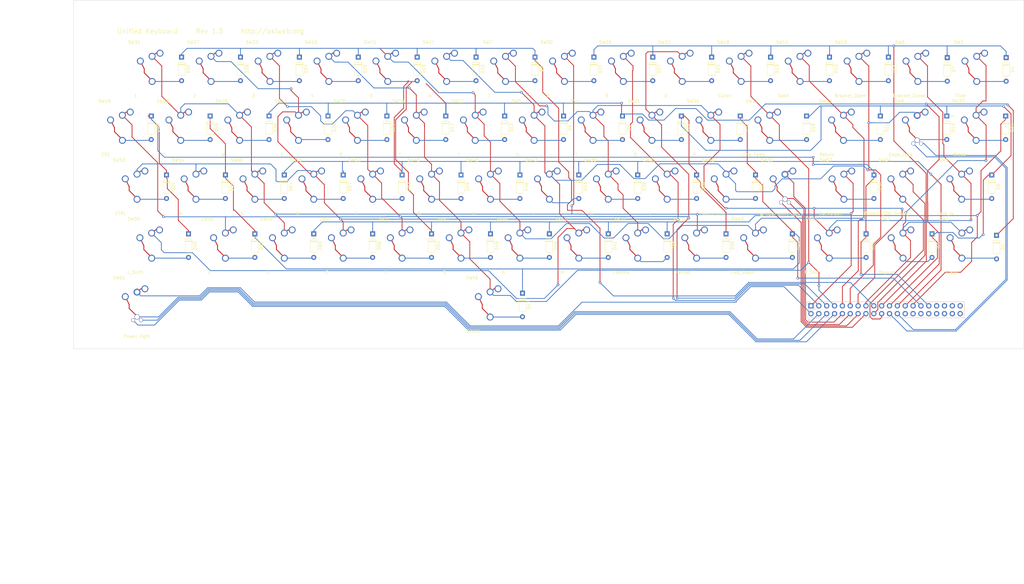
<source format=kicad_pcb>
(kicad_pcb (version 20171130) (host pcbnew "(5.1.5-0-10_14)")
  (title_block (title "Unified Retro Keyboard") (date 2019-08-25) (rev 1.3) (company OSIWeb.org) (comment 1 "Key matrix w/ LED"))
  (layers (0 F.Cu signal) (31 B.Cu signal) (34 B.Paste user) (35 F.Paste user) (36 B.SilkS user) (37 F.SilkS user) (38 B.Mask user) (39 F.Mask user) (44 Edge.Cuts user))
  (net 0 "")
  (net 1 /Row3)
  (net 2 /Row0)
  (net 3 /Row1)
  (net 4 "Net-(D5-Pad2)")
  (net 5 "Net-(D7-Pad2)")
  (net 6 "Net-(D8-Pad2)")
  (net 7 "Net-(D9-Pad2)")
  (net 8 "Net-(D10-Pad2)")
  (net 9 "Net-(D11-Pad2)")
  (net 10 "Net-(D12-Pad2)")
  (net 11 "Net-(D13-Pad2)")
  (net 12 "Net-(D14-Pad2)")
  (net 13 "Net-(D15-Pad2)")
  (net 14 "Net-(D16-Pad2)")
  (net 15 "Net-(D18-Pad2)")
  (net 16 "Net-(D19-Pad2)")
  (net 17 "Net-(D20-Pad2)")
  (net 18 "Net-(D22-Pad2)")
  (net 19 "Net-(D23-Pad2)")
  (net 20 "Net-(D24-Pad2)")
  (net 21 "Net-(D25-Pad2)")
  (net 22 "Net-(D26-Pad2)")
  (net 23 "Net-(D27-Pad2)")
  (net 24 "Net-(D28-Pad2)")
  (net 25 "Net-(D29-Pad2)")
  (net 26 "Net-(D30-Pad2)")
  (net 27 "Net-(D31-Pad2)")
  (net 28 "Net-(D32-Pad2)")
  (net 29 "Net-(D34-Pad2)")
  (net 30 "Net-(D36-Pad2)")
  (net 31 /Row4)
  (net 32 /Row5)
  (net 33 /Row7)
  (net 34 "Net-(D41-Pad2)")
  (net 35 "Net-(D42-Pad2)")
  (net 36 "Net-(D43-Pad2)")
  (net 37 "Net-(D45-Pad2)")
  (net 38 "Net-(D46-Pad2)")
  (net 39 "Net-(D47-Pad2)")
  (net 40 "Net-(D48-Pad2)")
  (net 41 "Net-(D49-Pad2)")
  (net 42 "Net-(D50-Pad2)")
  (net 43 "Net-(D51-Pad2)")
  (net 44 "Net-(D52-Pad2)")
  (net 45 "Net-(D53-Pad2)")
  (net 46 "Net-(D54-Pad2)")
  (net 47 "Net-(D55-Pad2)")
  (net 48 "Net-(D56-Pad2)")
  (net 49 "Net-(D57-Pad2)")
  (net 50 "Net-(D58-Pad2)")
  (net 51 "Net-(D59-Pad2)")
  (net 52 "Net-(D60-Pad2)")
  (net 53 "Net-(D61-Pad2)")
  (net 54 /Col0)
  (net 55 /Col1)
  (net 56 /Col2)
  (net 57 /Col3)
  (net 58 /Col4)
  (net 59 /Col5)
  (net 60 /Col6)
  (net 61 /Col7)
  (net 62 /Row6)
  (net 63 /Row2)
  (net 64 "Net-(J1-Pad40)")
  (net 65 "Net-(J1-Pad39)")
  (net 66 "Net-(J1-Pad38)")
  (net 67 "Net-(J1-Pad37)")
  (net 68 "Net-(J1-Pad36)")
  (net 69 "Net-(J1-Pad35)")
  (net 70 "Net-(J1-Pad34)")
  (net 71 "Net-(J1-Pad33)")
  (net 72 "Net-(D2-Pad2)")
  (net 73 "Net-(D3-Pad2)")
  (net 74 "Net-(D4-Pad2)")
  (net 75 "Net-(D6-Pad2)")
  (net 76 "Net-(D17-Pad2)")
  (net 77 "Net-(D21-Pad2)")
  (net 78 "Net-(D37-Pad2)")
  (net 79 "Net-(D38-Pad2)")
  (net 80 "Net-(D39-Pad2)")
  (net 81 "Net-(D40-Pad2)")
  (net 82 "Net-(D44-Pad2)")
  (net 83 "Net-(J1-Pad6)")
  (net 84 "Net-(J1-Pad8)")
  (net 85 "Net-(J1-Pad10)")
  (net 86 "Net-(J1-Pad12)")
  (net 87 "Net-(J1-Pad14)")
  (net 88 "Net-(J1-Pad16)")
  (net 89 "Net-(J1-Pad18)")
  (net 90 "Net-(J1-Pad20)")
  (net 91 "Net-(J1-Pad22)")
  (net 92 "Net-(J1-Pad24)")
  (net 93 "Net-(J1-Pad26)")
  (net 94 "Net-(J1-Pad28)")
  (net 95 "Net-(J1-Pad30)")
  (net 96 "Net-(J1-Pad32)")
  (net 97 "Net-(J1-Pad2)")
  (net 98 "Net-(J1-Pad4)")
  (module MountingHole:MountingHole_3.5mm (layer F.Cu) (at 306.79898 73.13676)
    (fp_text reference REF** hide)
    (fp_text value MountingHole_3.5mm hide)
    (pad "" np_thru_hole circle (at 0 0) (size 3 3) (drill 3) (layers *.Cu *.Mask))
  )
  (module MountingHole:MountingHole_3.5mm (layer F.Cu) (at 87.08898 73.13676)
    (fp_text reference REF** hide)
    (fp_text value MountingHole_3.5mm hide)
    (pad "" np_thru_hole circle (at 0 0) (size 3 3) (drill 3) (layers *.Cu *.Mask))
  )
  (module MountingHole:MountingHole_3.5mm (layer F.Cu) (at 196.94398 73.13676)
    (fp_text reference REF** hide)
    (fp_text value MountingHole_3.5mm hide)
    (pad "" np_thru_hole circle (at 0 0) (size 3 3) (drill 3) (layers *.Cu *.Mask))
  )
  (module MountingHole:MountingHole_3.5mm (layer F.Cu) (at 110.96498 166.48176)
    (fp_text reference REF** hide)
    (fp_text value MountingHole_3.5mm hide)
    (pad "" np_thru_hole circle (at 0 0) (size 3 3) (drill 3) (layers *.Cu *.Mask))
  )
  (module MountingHole:MountingHole_3.5mm (layer F.Cu) (at 282.92298 166.48176)
    (fp_text reference REF** hide)
    (fp_text value MountingHole_3.5mm hide)
    (pad "" np_thru_hole circle (at 0 0) (size 3 3) (drill 3) (layers *.Cu *.Mask))
  )
  (module unikbd:Key_MX_LED (layer F.Cu) (at 292.29558 127.89916)
    (fp_text reference SW32 (at -5.7912 -8.6106) (layer F.SilkS))
    (fp_text value "@ (OSI shift lock)" (at -1.27 8.89) (layer F.SilkS))
    (fp_line (start 1.27 -5.08) (end 0.7366 -4.6736) (layer F.Cu) (width 0.3048))
    (fp_line (start 1.651 -5.08) (end 1.27 -5.08) (layer F.Cu) (width 0.3048))
    (fp_line (start -2.54 1.27) (end 0 3.81) (layer F.Cu) (width 0.3048))
    (fp_line (start -2.54 0) (end -2.54 1.27) (layer F.Cu) (width 0.3048))
    (fp_line (start -3.81 -2.54) (end -2.54 0) (layer F.Cu) (width 0.3048))
    (pad 3 thru_hole circle (at -1.27 5.08) (size 1.27 1.27) (drill 1.0668) (layers *.Cu *.Mask) (net 88 "Net-(J1-Pad16)"))
    (pad 4 thru_hole circle (at 1.27 5.08) (size 1.27 1.27) (drill 1.0668) (layers *.Cu *.Mask) (net 87 "Net-(J1-Pad14)"))
    (pad 2 thru_hole circle (at 0 4.0005) (size 1.651 1.651) (drill 1.397) (layers *.Cu *.Mask) (net 86 "Net-(J1-Pad12)"))
    (pad 1 thru_hole circle (at 0 -4.0005) (size 2.2352 2.2352) (drill 1.397) (layers *.Cu *.Mask) (net 85 "Net-(J1-Pad10)"))
    (pad 6 thru_hole circle (at 2.54 -5.08) (size 2.2352 2.2352) (drill 1.5748) (layers *.Cu *.Mask))
    (pad "" np_thru_hole circle (at -5.08 0) (size 1.7018 1.7018) (drill 1.7018) (layers *.Cu *.Mask))
    (pad "" np_thru_hole circle (at 5.08 0) (size 1.7018 1.7018) (drill 1.7018) (layers *.Cu *.Mask))
    (pad "" np_thru_hole circle (at 0 0) (size 3.9878 3.9878) (drill 3.9878) (layers *.Cu *.Mask))
    (pad 5 thru_hole circle (at -3.81 -2.54) (size 2.2352 2.2352) (drill 1.5748) (layers *.Cu *.Mask))
  )
  (module unikbd:Key_MX_LED (layer F.Cu) (at 335.06918 108.84916)
    (fp_text reference SW9 (at -5.7912 -8.6106) (layer F.SilkS))
    (fp_text value Caps_Lock (at -5.334 8.6614) (layer F.SilkS))
    (fp_line (start 1.27 -5.08) (end 0.7366 -4.6736) (layer F.Cu) (width 0.3048))
    (fp_line (start 1.651 -5.08) (end 1.27 -5.08) (layer F.Cu) (width 0.3048))
    (fp_line (start -2.54 1.27) (end 0 3.81) (layer F.Cu) (width 0.3048))
    (fp_line (start -2.54 0) (end -2.54 1.27) (layer F.Cu) (width 0.3048))
    (fp_line (start -3.81 -2.54) (end -2.54 0) (layer F.Cu) (width 0.3048))
    (pad 3 thru_hole circle (at -1.27 5.08) (size 1.27 1.27) (drill 1.0668) (layers *.Cu *.Mask) (net 92 "Net-(J1-Pad24)"))
    (pad 4 thru_hole circle (at 1.27 5.08) (size 1.27 1.27) (drill 1.0668) (layers *.Cu *.Mask) (net 91 "Net-(J1-Pad22)"))
    (pad 2 thru_hole circle (at 0 4.0005) (size 1.651 1.651) (drill 1.397) (layers *.Cu *.Mask) (net 8 "Net-(D10-Pad2)"))
    (pad 1 thru_hole circle (at 0 -4.0005) (size 2.2352 2.2352) (drill 1.397) (layers *.Cu *.Mask) (net 56 /Col2))
    (pad 6 thru_hole circle (at 2.54 -5.08) (size 2.2352 2.2352) (drill 1.5748) (layers *.Cu *.Mask))
    (pad "" np_thru_hole circle (at -5.08 0) (size 1.7018 1.7018) (drill 1.7018) (layers *.Cu *.Mask))
    (pad "" np_thru_hole circle (at 5.08 0) (size 1.7018 1.7018) (drill 1.7018) (layers *.Cu *.Mask))
    (pad "" np_thru_hole circle (at 0 0) (size 3.9878 3.9878) (drill 3.9878) (layers *.Cu *.Mask))
    (pad 5 thru_hole circle (at -3.81 -2.54) (size 2.2352 2.2352) (drill 1.5748) (layers *.Cu *.Mask))
  )
  (module Diode_THT:D_DO-35_SOD27_P7.62mm_Horizontal (layer F.Cu) (at 344.63482 105.03916 270)
    (fp_text reference D10 (at 3.81 -2.12 90) (layer F.SilkS))
    (fp_text value 1N4148)
    (fp_text user K (at 0 -1.8 90) (layer F.SilkS))
    (pad 2 thru_hole oval (at 7.62 0 270) (size 1.6 1.6) (drill 0.8) (layers *.Cu *.Mask) (net 8 "Net-(D10-Pad2)"))
    (pad 1 thru_hole rect (at 0 0 270) (size 1.6 1.6) (drill 0.8) (layers *.Cu *.Mask) (net 32 /Row5))
  )
  (module unikbd:Key_MX_LED (layer F.Cu) (at 82.74558 165.99916)
    (fp_text reference SW61 (at -5.7912 -8.6106) (layer F.SilkS))
    (fp_text value "Power light" (at -0.04318 10.27684) (layer F.SilkS))
    (fp_line (start 1.27 -5.08) (end 0.7366 -4.6736) (layer F.Cu) (width 0.3048))
    (fp_line (start 1.651 -5.08) (end 1.27 -5.08) (layer F.Cu) (width 0.3048))
    (fp_line (start -2.54 1.27) (end 0 3.81) (layer F.Cu) (width 0.3048))
    (fp_line (start -2.54 0) (end -2.54 1.27) (layer F.Cu) (width 0.3048))
    (fp_line (start -3.81 -2.54) (end -2.54 0) (layer F.Cu) (width 0.3048))
    (pad 3 thru_hole circle (at -1.27 5.08) (size 1.27 1.27) (drill 1.0668) (layers *.Cu *.Mask) (net 84 "Net-(J1-Pad8)"))
    (pad 4 thru_hole circle (at 1.27 5.08) (size 1.27 1.27) (drill 1.0668) (layers *.Cu *.Mask) (net 83 "Net-(J1-Pad6)"))
    (pad 2 thru_hole circle (at 0 4.0005) (size 1.651 1.651) (drill 1.397) (layers *.Cu *.Mask) (net 98 "Net-(J1-Pad4)"))
    (pad 1 thru_hole circle (at 0 -4.0005) (size 2.2352 2.2352) (drill 1.397) (layers *.Cu *.Mask) (net 97 "Net-(J1-Pad2)"))
    (pad 6 thru_hole circle (at 2.54 -5.08) (size 2.2352 2.2352) (drill 1.5748) (layers *.Cu *.Mask))
    (pad "" np_thru_hole circle (at -5.08 0) (size 1.7018 1.7018) (drill 1.7018) (layers *.Cu *.Mask))
    (pad "" np_thru_hole circle (at 5.08 0) (size 1.7018 1.7018) (drill 1.7018) (layers *.Cu *.Mask))
    (pad "" np_thru_hole circle (at 0 0) (size 3.9878 3.9878) (drill 3.9878) (layers *.Cu *.Mask))
    (pad 5 thru_hole circle (at -3.81 -2.54) (size 2.2352 2.2352) (drill 1.5748) (layers *.Cu *.Mask))
  )
  (module MountingHole:MountingHole_3.5mm (layer F.Cu) (at 263.61898 174.25416)
    (fp_text reference REF** hide)
    (fp_text value MountingHole_3.5mm hide)
    (pad "" np_thru_hole circle (at 0 0) (size 3.9878 3.9878) (drill 3.9878) (layers *.Cu *.Mask))
  )
  (module MountingHole:MountingHole_3.5mm (layer F.Cu) (at 263.61898 159.01416)
    (fp_text reference REF** hide)
    (fp_text value MountingHole_3.5mm hide)
    (pad "" np_thru_hole circle (at 0 0) (size 3.048 3.048) (drill 3.048) (layers *.Cu *.Mask))
  )
  (module MountingHole:MountingHole_3.5mm (layer F.Cu) (at 165.19398 176.15916)
    (fp_text reference REF** hide)
    (fp_text value MountingHole_3.5mm hide)
    (pad "" np_thru_hole circle (at 0 0) (size 3 3) (drill 3) (layers *.Cu *.Mask))
  )
  (module MountingHole:MountingHole_3.5mm (layer F.Cu) (at 228.69398 176.15916)
    (fp_text reference REF** hide)
    (fp_text value MountingHole_3.5mm hide)
    (pad "" np_thru_hole circle (at 0 0) (size 3 3) (drill 3) (layers *.Cu *.Mask))
  )
  (module MountingHole:MountingHole_3.5mm (layer F.Cu) (at 130.26898 174.25416)
    (fp_text reference REF** hide)
    (fp_text value MountingHole_3.5mm hide)
    (pad "" np_thru_hole circle (at 0 0) (size 3.9878 3.9878) (drill 3.9878) (layers *.Cu *.Mask))
  )
  (module MountingHole:MountingHole_3.5mm (layer F.Cu) (at 130.26898 159.01416)
    (fp_text reference REF** hide)
    (fp_text value MountingHole_3.5mm hide)
    (pad "" np_thru_hole circle (at 0 0) (size 3.048 3.048) (drill 3.048) (layers *.Cu *.Mask))
  )
  (module MountingHole:MountingHole_3.5mm (layer F.Cu) (at 67.31 171.45)
    (fp_text reference REF** hide)
    (fp_text value MountingHole_3.5mm hide)
    (pad 1 np_thru_hole circle (at 0 0) (size 3.5 3.5) (drill 3.5) (layers *.Cu *.Mask))
  )
  (module MountingHole:MountingHole_3.5mm (layer F.Cu) (at 102.6795 171.45)
    (fp_text reference REF** hide)
    (fp_text value MountingHole_3.5mm hide)
    (pad 1 np_thru_hole circle (at 0 0) (size 3.5 3.5) (drill 3.5) (layers *.Cu *.Mask))
  )
  (module MountingHole:MountingHole_3.5mm (layer F.Cu) (at 289.687 171.45)
    (fp_text reference REF** hide)
    (fp_text value MountingHole_3.5mm hide)
    (pad 1 np_thru_hole circle (at 0 0) (size 3.5 3.5) (drill 3.5) (layers *.Cu *.Mask))
  )
  (module MountingHole:MountingHole_3.5mm (layer F.Cu) (at 358.14 171.45)
    (fp_text reference REF** hide)
    (fp_text value MountingHole_3.5mm hide)
    (pad 1 np_thru_hole circle (at 0 0) (size 3.5 3.5) (drill 3.5) (layers *.Cu *.Mask))
  )
  (module MountingHole:MountingHole_3.5mm (layer F.Cu) (at 364.49 77.47)
    (fp_text reference REF** hide)
    (fp_text value MountingHole_3.5mm hide)
    (pad 1 np_thru_hole circle (at 0 0) (size 3.5 3.5) (drill 3.5) (layers *.Cu *.Mask))
  )
  (module MountingHole:MountingHole_3.5mm (layer F.Cu) (at 348.9706 77.47)
    (fp_text reference REF** hide)
    (fp_text value MountingHole_3.5mm hide)
    (pad 1 np_thru_hole circle (at 0 0) (size 3.5 3.5) (drill 3.5) (layers *.Cu *.Mask))
  )
  (module MountingHole:MountingHole_3.5mm (layer F.Cu) (at 300.7106 77.47)
    (fp_text reference REF** hide)
    (fp_text value MountingHole_3.5mm hide)
    (pad 1 np_thru_hole circle (at 0 0) (size 3.5 3.5) (drill 3.5) (layers *.Cu *.Mask))
  )
  (module MountingHole:MountingHole_3.5mm (layer F.Cu) (at 290.83 77.47)
    (fp_text reference REF** hide)
    (fp_text value MountingHole_3.5mm hide)
    (pad 1 np_thru_hole circle (at 0 0) (size 3.5 3.5) (drill 3.5) (layers *.Cu *.Mask))
  )
  (module MountingHole:MountingHole_3.5mm (layer F.Cu) (at 217.17 77.47)
    (fp_text reference REF** hide)
    (fp_text value MountingHole_3.5mm hide)
    (pad 1 np_thru_hole circle (at 0 0) (size 3.5 3.5) (drill 3.5) (layers *.Cu *.Mask))
  )
  (module MountingHole:MountingHole_3.5mm (layer F.Cu) (at 143.51 77.47)
    (fp_text reference REF** hide)
    (fp_text value MountingHole_3.5mm hide)
    (pad 1 np_thru_hole circle (at 0 0) (size 3.5 3.5) (drill 3.5) (layers *.Cu *.Mask))
  )
  (module MountingHole:MountingHole_3.5mm (layer F.Cu) (at 67.31 77.47)
    (fp_text reference REF** hide)
    (fp_text value MountingHole_3.5mm hide)
    (pad 1 np_thru_hole circle (at 0 0) (size 3.5 3.5) (drill 3.5) (layers *.Cu *.Mask))
  )
  (module unikbd:Key_MX (layer F.Cu) (at 196.94398 165.99916)
    (fp_text reference SW46 (at -5.7912 -8.6106) (layer F.SilkS))
    (fp_text value SPACE (at -5.334 8.6614) (layer F.SilkS))
    (fp_line (start 1.27 -5.08) (end 0.7366 -4.6736) (layer F.Cu) (width 0.3048))
    (fp_line (start 1.651 -5.08) (end 1.27 -5.08) (layer F.Cu) (width 0.3048))
    (fp_line (start -2.54 1.27) (end 0 3.81) (layer F.Cu) (width 0.3048))
    (fp_line (start -2.54 0) (end -2.54 1.27) (layer F.Cu) (width 0.3048))
    (fp_line (start -3.81 -2.54) (end -2.54 0) (layer F.Cu) (width 0.3048))
    (pad 4 thru_hole circle (at -3.81 -2.54) (size 2.2352 2.2352) (drill 1.5748) (layers *.Cu *.Mask))
    (pad "" np_thru_hole circle (at 0 0) (size 3.9878 3.9878) (drill 3.9878) (layers *.Cu *.Mask))
    (pad "" np_thru_hole circle (at 5.08 0) (size 1.7018 1.7018) (drill 1.7018) (layers *.Cu *.Mask))
    (pad "" np_thru_hole circle (at -5.08 0) (size 1.7018 1.7018) (drill 1.7018) (layers *.Cu *.Mask))
    (pad 3 thru_hole circle (at 2.54 -5.08) (size 2.2352 2.2352) (drill 1.5748) (layers *.Cu *.Mask))
    (pad 1 thru_hole circle (at 0 -4.064) (size 2.2352 2.2352) (drill 1.5748) (layers *.Cu *.Mask) (net 58 /Col4))
    (pad 2 thru_hole circle (at 0 4.064) (size 2.2352 2.2352) (drill 1.5748) (layers *.Cu *.Mask) (net 39 "Net-(D47-Pad2)"))
  )
  (module unikbd:Key_MX (layer F.Cu) (at 244.67058 146.94916)
    (fp_text reference SW37 (at -5.7912 -8.6106) (layer F.SilkS))
    (fp_text value Comma (at -5.334 8.6614) (layer F.SilkS))
    (fp_line (start 1.27 -5.08) (end 0.7366 -4.6736) (layer F.Cu) (width 0.3048))
    (fp_line (start 1.651 -5.08) (end 1.27 -5.08) (layer F.Cu) (width 0.3048))
    (fp_line (start -2.54 1.27) (end 0 3.81) (layer F.Cu) (width 0.3048))
    (fp_line (start -2.54 0) (end -2.54 1.27) (layer F.Cu) (width 0.3048))
    (fp_line (start -3.81 -2.54) (end -2.54 0) (layer F.Cu) (width 0.3048))
    (pad 4 thru_hole circle (at -3.81 -2.54) (size 2.2352 2.2352) (drill 1.5748) (layers *.Cu *.Mask))
    (pad "" np_thru_hole circle (at 0 0) (size 3.9878 3.9878) (drill 3.9878) (layers *.Cu *.Mask))
    (pad "" np_thru_hole circle (at 5.08 0) (size 1.7018 1.7018) (drill 1.7018) (layers *.Cu *.Mask))
    (pad "" np_thru_hole circle (at -5.08 0) (size 1.7018 1.7018) (drill 1.7018) (layers *.Cu *.Mask))
    (pad 3 thru_hole circle (at 2.54 -5.08) (size 2.2352 2.2352) (drill 1.5748) (layers *.Cu *.Mask))
    (pad 1 thru_hole circle (at 0 -4.064) (size 2.2352 2.2352) (drill 1.5748) (layers *.Cu *.Mask) (net 55 /Col1))
    (pad 2 thru_hole circle (at 0 4.064) (size 2.2352 2.2352) (drill 1.5748) (layers *.Cu *.Mask) (net 79 "Net-(D38-Pad2)"))
  )
  (module unikbd:Key_MX (layer F.Cu) (at 87.62238 89.79916)
    (fp_text reference SW31 (at -5.7912 -8.6106) (layer F.SilkS))
    (fp_text value 1 (at -5.334 8.6614) (layer F.SilkS))
    (fp_line (start 1.27 -5.08) (end 0.7366 -4.6736) (layer F.Cu) (width 0.3048))
    (fp_line (start 1.651 -5.08) (end 1.27 -5.08) (layer F.Cu) (width 0.3048))
    (fp_line (start -2.54 1.27) (end 0 3.81) (layer F.Cu) (width 0.3048))
    (fp_line (start -2.54 0) (end -2.54 1.27) (layer F.Cu) (width 0.3048))
    (fp_line (start -3.81 -2.54) (end -2.54 0) (layer F.Cu) (width 0.3048))
    (pad 4 thru_hole circle (at -3.81 -2.54) (size 2.2352 2.2352) (drill 1.5748) (layers *.Cu *.Mask))
    (pad "" np_thru_hole circle (at 0 0) (size 3.9878 3.9878) (drill 3.9878) (layers *.Cu *.Mask))
    (pad "" np_thru_hole circle (at 5.08 0) (size 1.7018 1.7018) (drill 1.7018) (layers *.Cu *.Mask))
    (pad "" np_thru_hole circle (at -5.08 0) (size 1.7018 1.7018) (drill 1.7018) (layers *.Cu *.Mask))
    (pad 3 thru_hole circle (at 2.54 -5.08) (size 2.2352 2.2352) (drill 1.5748) (layers *.Cu *.Mask))
    (pad 1 thru_hole circle (at 0 -4.064) (size 2.2352 2.2352) (drill 1.5748) (layers *.Cu *.Mask) (net 61 /Col7))
    (pad 2 thru_hole circle (at 0 4.064) (size 2.2352 2.2352) (drill 1.5748) (layers *.Cu *.Mask) (net 28 "Net-(D32-Pad2)"))
  )
  (module unikbd:Key_MX (layer F.Cu) (at 220.97238 89.79916)
    (fp_text reference SW30 (at -5.7912 -8.6106) (layer F.SilkS))
    (fp_text value 8 (at -5.334 8.6614) (layer F.SilkS))
    (fp_line (start 1.27 -5.08) (end 0.7366 -4.6736) (layer F.Cu) (width 0.3048))
    (fp_line (start 1.651 -5.08) (end 1.27 -5.08) (layer F.Cu) (width 0.3048))
    (fp_line (start -2.54 1.27) (end 0 3.81) (layer F.Cu) (width 0.3048))
    (fp_line (start -2.54 0) (end -2.54 1.27) (layer F.Cu) (width 0.3048))
    (fp_line (start -3.81 -2.54) (end -2.54 0) (layer F.Cu) (width 0.3048))
    (pad 4 thru_hole circle (at -3.81 -2.54) (size 2.2352 2.2352) (drill 1.5748) (layers *.Cu *.Mask))
    (pad "" np_thru_hole circle (at 0 0) (size 3.9878 3.9878) (drill 3.9878) (layers *.Cu *.Mask))
    (pad "" np_thru_hole circle (at 5.08 0) (size 1.7018 1.7018) (drill 1.7018) (layers *.Cu *.Mask))
    (pad "" np_thru_hole circle (at -5.08 0) (size 1.7018 1.7018) (drill 1.7018) (layers *.Cu *.Mask))
    (pad 3 thru_hole circle (at 2.54 -5.08) (size 2.2352 2.2352) (drill 1.5748) (layers *.Cu *.Mask))
    (pad 1 thru_hole circle (at 0 -4.064) (size 2.2352 2.2352) (drill 1.5748) (layers *.Cu *.Mask) (net 61 /Col7))
    (pad 2 thru_hole circle (at 0 4.064) (size 2.2352 2.2352) (drill 1.5748) (layers *.Cu *.Mask) (net 27 "Net-(D31-Pad2)"))
  )
  (module unikbd:Key_MX (layer F.Cu) (at 263.72058 146.94916)
    (fp_text reference SW29 (at -5.7912 -8.6106) (layer F.SilkS))
    (fp_text value Period (at -4.38658 8.6614) (layer F.SilkS))
    (fp_line (start 1.27 -5.08) (end 0.7366 -4.6736) (layer F.Cu) (width 0.3048))
    (fp_line (start 1.651 -5.08) (end 1.27 -5.08) (layer F.Cu) (width 0.3048))
    (fp_line (start -2.54 1.27) (end 0 3.81) (layer F.Cu) (width 0.3048))
    (fp_line (start -2.54 0) (end -2.54 1.27) (layer F.Cu) (width 0.3048))
    (fp_line (start -3.81 -2.54) (end -2.54 0) (layer F.Cu) (width 0.3048))
    (pad 4 thru_hole circle (at -3.81 -2.54) (size 2.2352 2.2352) (drill 1.5748) (layers *.Cu *.Mask))
    (pad "" np_thru_hole circle (at 0 0) (size 3.9878 3.9878) (drill 3.9878) (layers *.Cu *.Mask))
    (pad "" np_thru_hole circle (at 5.08 0) (size 1.7018 1.7018) (drill 1.7018) (layers *.Cu *.Mask))
    (pad "" np_thru_hole circle (at -5.08 0) (size 1.7018 1.7018) (drill 1.7018) (layers *.Cu *.Mask))
    (pad 3 thru_hole circle (at 2.54 -5.08) (size 2.2352 2.2352) (drill 1.5748) (layers *.Cu *.Mask))
    (pad 1 thru_hole circle (at 0 -4.064) (size 2.2352 2.2352) (drill 1.5748) (layers *.Cu *.Mask) (net 61 /Col7))
    (pad 2 thru_hole circle (at 0 4.064) (size 2.2352 2.2352) (drill 1.5748) (layers *.Cu *.Mask) (net 26 "Net-(D30-Pad2)"))
  )
  (module unikbd:Key_MX (layer F.Cu) (at 115.91798 108.84916)
    (fp_text reference SW28 (at -5.7912 -8.6106) (layer F.SilkS))
    (fp_text value W (at -5.334 8.6614) (layer F.SilkS))
    (fp_line (start 1.27 -5.08) (end 0.7366 -4.6736) (layer F.Cu) (width 0.3048))
    (fp_line (start 1.651 -5.08) (end 1.27 -5.08) (layer F.Cu) (width 0.3048))
    (fp_line (start -2.54 1.27) (end 0 3.81) (layer F.Cu) (width 0.3048))
    (fp_line (start -2.54 0) (end -2.54 1.27) (layer F.Cu) (width 0.3048))
    (fp_line (start -3.81 -2.54) (end -2.54 0) (layer F.Cu) (width 0.3048))
    (pad 4 thru_hole circle (at -3.81 -2.54) (size 2.2352 2.2352) (drill 1.5748) (layers *.Cu *.Mask))
    (pad "" np_thru_hole circle (at 0 0) (size 3.9878 3.9878) (drill 3.9878) (layers *.Cu *.Mask))
    (pad "" np_thru_hole circle (at 5.08 0) (size 1.7018 1.7018) (drill 1.7018) (layers *.Cu *.Mask))
    (pad "" np_thru_hole circle (at -5.08 0) (size 1.7018 1.7018) (drill 1.7018) (layers *.Cu *.Mask))
    (pad 3 thru_hole circle (at 2.54 -5.08) (size 2.2352 2.2352) (drill 1.5748) (layers *.Cu *.Mask))
    (pad 1 thru_hole circle (at 0 -4.064) (size 2.2352 2.2352) (drill 1.5748) (layers *.Cu *.Mask) (net 61 /Col7))
    (pad 2 thru_hole circle (at 0 4.064) (size 2.2352 2.2352) (drill 1.5748) (layers *.Cu *.Mask) (net 25 "Net-(D29-Pad2)"))
  )
  (module unikbd:Key_MX (layer F.Cu) (at 106.67238 89.79916)
    (fp_text reference SW27 (at -5.7912 -8.6106) (layer F.SilkS))
    (fp_text value 2 (at -5.334 8.6614) (layer F.SilkS))
    (fp_line (start 1.27 -5.08) (end 0.7366 -4.6736) (layer F.Cu) (width 0.3048))
    (fp_line (start 1.651 -5.08) (end 1.27 -5.08) (layer F.Cu) (width 0.3048))
    (fp_line (start -2.54 1.27) (end 0 3.81) (layer F.Cu) (width 0.3048))
    (fp_line (start -2.54 0) (end -2.54 1.27) (layer F.Cu) (width 0.3048))
    (fp_line (start -3.81 -2.54) (end -2.54 0) (layer F.Cu) (width 0.3048))
    (pad 4 thru_hole circle (at -3.81 -2.54) (size 2.2352 2.2352) (drill 1.5748) (layers *.Cu *.Mask))
    (pad "" np_thru_hole circle (at 0 0) (size 3.9878 3.9878) (drill 3.9878) (layers *.Cu *.Mask))
    (pad "" np_thru_hole circle (at 5.08 0) (size 1.7018 1.7018) (drill 1.7018) (layers *.Cu *.Mask))
    (pad "" np_thru_hole circle (at -5.08 0) (size 1.7018 1.7018) (drill 1.7018) (layers *.Cu *.Mask))
    (pad 3 thru_hole circle (at 2.54 -5.08) (size 2.2352 2.2352) (drill 1.5748) (layers *.Cu *.Mask))
    (pad 1 thru_hole circle (at 0 -4.064) (size 2.2352 2.2352) (drill 1.5748) (layers *.Cu *.Mask) (net 60 /Col6))
    (pad 2 thru_hole circle (at 0 4.064) (size 2.2352 2.2352) (drill 1.5748) (layers *.Cu *.Mask) (net 24 "Net-(D28-Pad2)"))
  )
  (module unikbd:Key_MX (layer F.Cu) (at 240.02238 89.79916)
    (fp_text reference SW26 (at -5.7912 -8.6106) (layer F.SilkS))
    (fp_text value 9 (at -5.334 8.6614) (layer F.SilkS))
    (fp_line (start 1.27 -5.08) (end 0.7366 -4.6736) (layer F.Cu) (width 0.3048))
    (fp_line (start 1.651 -5.08) (end 1.27 -5.08) (layer F.Cu) (width 0.3048))
    (fp_line (start -2.54 1.27) (end 0 3.81) (layer F.Cu) (width 0.3048))
    (fp_line (start -2.54 0) (end -2.54 1.27) (layer F.Cu) (width 0.3048))
    (fp_line (start -3.81 -2.54) (end -2.54 0) (layer F.Cu) (width 0.3048))
    (pad 4 thru_hole circle (at -3.81 -2.54) (size 2.2352 2.2352) (drill 1.5748) (layers *.Cu *.Mask))
    (pad "" np_thru_hole circle (at 0 0) (size 3.9878 3.9878) (drill 3.9878) (layers *.Cu *.Mask))
    (pad "" np_thru_hole circle (at 5.08 0) (size 1.7018 1.7018) (drill 1.7018) (layers *.Cu *.Mask))
    (pad "" np_thru_hole circle (at -5.08 0) (size 1.7018 1.7018) (drill 1.7018) (layers *.Cu *.Mask))
    (pad 3 thru_hole circle (at 2.54 -5.08) (size 2.2352 2.2352) (drill 1.5748) (layers *.Cu *.Mask))
    (pad 1 thru_hole circle (at 0 -4.064) (size 2.2352 2.2352) (drill 1.5748) (layers *.Cu *.Mask) (net 60 /Col6))
    (pad 2 thru_hole circle (at 0 4.064) (size 2.2352 2.2352) (drill 1.5748) (layers *.Cu *.Mask) (net 23 "Net-(D27-Pad2)"))
  )
  (module unikbd:Key_MX (layer F.Cu) (at 254.19558 127.89916)
    (fp_text reference SW25 (at -5.7912 -8.6106) (layer F.SilkS))
    (fp_text value L (at -5.334 8.6614) (layer F.SilkS))
    (fp_line (start 1.27 -5.08) (end 0.7366 -4.6736) (layer F.Cu) (width 0.3048))
    (fp_line (start 1.651 -5.08) (end 1.27 -5.08) (layer F.Cu) (width 0.3048))
    (fp_line (start -2.54 1.27) (end 0 3.81) (layer F.Cu) (width 0.3048))
    (fp_line (start -2.54 0) (end -2.54 1.27) (layer F.Cu) (width 0.3048))
    (fp_line (start -3.81 -2.54) (end -2.54 0) (layer F.Cu) (width 0.3048))
    (pad 4 thru_hole circle (at -3.81 -2.54) (size 2.2352 2.2352) (drill 1.5748) (layers *.Cu *.Mask))
    (pad "" np_thru_hole circle (at 0 0) (size 3.9878 3.9878) (drill 3.9878) (layers *.Cu *.Mask))
    (pad "" np_thru_hole circle (at 5.08 0) (size 1.7018 1.7018) (drill 1.7018) (layers *.Cu *.Mask))
    (pad "" np_thru_hole circle (at -5.08 0) (size 1.7018 1.7018) (drill 1.7018) (layers *.Cu *.Mask))
    (pad 3 thru_hole circle (at 2.54 -5.08) (size 2.2352 2.2352) (drill 1.5748) (layers *.Cu *.Mask))
    (pad 1 thru_hole circle (at 0 -4.064) (size 2.2352 2.2352) (drill 1.5748) (layers *.Cu *.Mask) (net 60 /Col6))
    (pad 2 thru_hole circle (at 0 4.064) (size 2.2352 2.2352) (drill 1.5748) (layers *.Cu *.Mask) (net 22 "Net-(D26-Pad2)"))
  )
  (module unikbd:Key_MX (layer F.Cu) (at 134.96798 108.84916)
    (fp_text reference SW24 (at -5.7912 -8.6106) (layer F.SilkS))
    (fp_text value E (at -5.334 8.6614) (layer F.SilkS))
    (fp_line (start 1.27 -5.08) (end 0.7366 -4.6736) (layer F.Cu) (width 0.3048))
    (fp_line (start 1.651 -5.08) (end 1.27 -5.08) (layer F.Cu) (width 0.3048))
    (fp_line (start -2.54 1.27) (end 0 3.81) (layer F.Cu) (width 0.3048))
    (fp_line (start -2.54 0) (end -2.54 1.27) (layer F.Cu) (width 0.3048))
    (fp_line (start -3.81 -2.54) (end -2.54 0) (layer F.Cu) (width 0.3048))
    (pad 4 thru_hole circle (at -3.81 -2.54) (size 2.2352 2.2352) (drill 1.5748) (layers *.Cu *.Mask))
    (pad "" np_thru_hole circle (at 0 0) (size 3.9878 3.9878) (drill 3.9878) (layers *.Cu *.Mask))
    (pad "" np_thru_hole circle (at 5.08 0) (size 1.7018 1.7018) (drill 1.7018) (layers *.Cu *.Mask))
    (pad "" np_thru_hole circle (at -5.08 0) (size 1.7018 1.7018) (drill 1.7018) (layers *.Cu *.Mask))
    (pad 3 thru_hole circle (at 2.54 -5.08) (size 2.2352 2.2352) (drill 1.5748) (layers *.Cu *.Mask))
    (pad 1 thru_hole circle (at 0 -4.064) (size 2.2352 2.2352) (drill 1.5748) (layers *.Cu *.Mask) (net 60 /Col6))
    (pad 2 thru_hole circle (at 0 4.064) (size 2.2352 2.2352) (drill 1.5748) (layers *.Cu *.Mask) (net 21 "Net-(D25-Pad2)"))
  )
  (module unikbd:Key_MX (layer F.Cu) (at 125.72238 89.79916)
    (fp_text reference SW23 (at -5.7912 -8.6106) (layer F.SilkS))
    (fp_text value 3 (at -5.334 8.6614) (layer F.SilkS))
    (fp_line (start 1.27 -5.08) (end 0.7366 -4.6736) (layer F.Cu) (width 0.3048))
    (fp_line (start 1.651 -5.08) (end 1.27 -5.08) (layer F.Cu) (width 0.3048))
    (fp_line (start -2.54 1.27) (end 0 3.81) (layer F.Cu) (width 0.3048))
    (fp_line (start -2.54 0) (end -2.54 1.27) (layer F.Cu) (width 0.3048))
    (fp_line (start -3.81 -2.54) (end -2.54 0) (layer F.Cu) (width 0.3048))
    (pad 4 thru_hole circle (at -3.81 -2.54) (size 2.2352 2.2352) (drill 1.5748) (layers *.Cu *.Mask))
    (pad "" np_thru_hole circle (at 0 0) (size 3.9878 3.9878) (drill 3.9878) (layers *.Cu *.Mask))
    (pad "" np_thru_hole circle (at 5.08 0) (size 1.7018 1.7018) (drill 1.7018) (layers *.Cu *.Mask))
    (pad "" np_thru_hole circle (at -5.08 0) (size 1.7018 1.7018) (drill 1.7018) (layers *.Cu *.Mask))
    (pad 3 thru_hole circle (at 2.54 -5.08) (size 2.2352 2.2352) (drill 1.5748) (layers *.Cu *.Mask))
    (pad 1 thru_hole circle (at 0 -4.064) (size 2.2352 2.2352) (drill 1.5748) (layers *.Cu *.Mask) (net 59 /Col5))
    (pad 2 thru_hole circle (at 0 4.064) (size 2.2352 2.2352) (drill 1.5748) (layers *.Cu *.Mask) (net 20 "Net-(D24-Pad2)"))
  )
  (module unikbd:Key_MX (layer F.Cu) (at 259.07238 89.79916)
    (fp_text reference SW22 (at -5.7912 -8.6106) (layer F.SilkS))
    (fp_text value 0 (at -5.334 8.6614) (layer F.SilkS))
    (fp_line (start 1.27 -5.08) (end 0.7366 -4.6736) (layer F.Cu) (width 0.3048))
    (fp_line (start 1.651 -5.08) (end 1.27 -5.08) (layer F.Cu) (width 0.3048))
    (fp_line (start -2.54 1.27) (end 0 3.81) (layer F.Cu) (width 0.3048))
    (fp_line (start -2.54 0) (end -2.54 1.27) (layer F.Cu) (width 0.3048))
    (fp_line (start -3.81 -2.54) (end -2.54 0) (layer F.Cu) (width 0.3048))
    (pad 4 thru_hole circle (at -3.81 -2.54) (size 2.2352 2.2352) (drill 1.5748) (layers *.Cu *.Mask))
    (pad "" np_thru_hole circle (at 0 0) (size 3.9878 3.9878) (drill 3.9878) (layers *.Cu *.Mask))
    (pad "" np_thru_hole circle (at 5.08 0) (size 1.7018 1.7018) (drill 1.7018) (layers *.Cu *.Mask))
    (pad "" np_thru_hole circle (at -5.08 0) (size 1.7018 1.7018) (drill 1.7018) (layers *.Cu *.Mask))
    (pad 3 thru_hole circle (at 2.54 -5.08) (size 2.2352 2.2352) (drill 1.5748) (layers *.Cu *.Mask))
    (pad 1 thru_hole circle (at 0 -4.064) (size 2.2352 2.2352) (drill 1.5748) (layers *.Cu *.Mask) (net 59 /Col5))
    (pad 2 thru_hole circle (at 0 4.064) (size 2.2352 2.2352) (drill 1.5748) (layers *.Cu *.Mask) (net 19 "Net-(D23-Pad2)"))
  )
  (module unikbd:Key_MX (layer F.Cu) (at 249.26798 108.84916)
    (fp_text reference SW21 (at -5.7912 -8.6106) (layer F.SilkS))
    (fp_text value O (at -5.334 8.6614) (layer F.SilkS))
    (fp_line (start 1.27 -5.08) (end 0.7366 -4.6736) (layer F.Cu) (width 0.3048))
    (fp_line (start 1.651 -5.08) (end 1.27 -5.08) (layer F.Cu) (width 0.3048))
    (fp_line (start -2.54 1.27) (end 0 3.81) (layer F.Cu) (width 0.3048))
    (fp_line (start -2.54 0) (end -2.54 1.27) (layer F.Cu) (width 0.3048))
    (fp_line (start -3.81 -2.54) (end -2.54 0) (layer F.Cu) (width 0.3048))
    (pad 4 thru_hole circle (at -3.81 -2.54) (size 2.2352 2.2352) (drill 1.5748) (layers *.Cu *.Mask))
    (pad "" np_thru_hole circle (at 0 0) (size 3.9878 3.9878) (drill 3.9878) (layers *.Cu *.Mask))
    (pad "" np_thru_hole circle (at 5.08 0) (size 1.7018 1.7018) (drill 1.7018) (layers *.Cu *.Mask))
    (pad "" np_thru_hole circle (at -5.08 0) (size 1.7018 1.7018) (drill 1.7018) (layers *.Cu *.Mask))
    (pad 3 thru_hole circle (at 2.54 -5.08) (size 2.2352 2.2352) (drill 1.5748) (layers *.Cu *.Mask))
    (pad 1 thru_hole circle (at 0 -4.064) (size 2.2352 2.2352) (drill 1.5748) (layers *.Cu *.Mask) (net 59 /Col5))
    (pad 2 thru_hole circle (at 0 4.064) (size 2.2352 2.2352) (drill 1.5748) (layers *.Cu *.Mask) (net 18 "Net-(D22-Pad2)"))
  )
  (module unikbd:Key_MX (layer F.Cu) (at 154.01798 108.84916)
    (fp_text reference SW20 (at -5.7912 -8.6106) (layer F.SilkS))
    (fp_text value R (at -5.334 8.6614) (layer F.SilkS))
    (fp_line (start 1.27 -5.08) (end 0.7366 -4.6736) (layer F.Cu) (width 0.3048))
    (fp_line (start 1.651 -5.08) (end 1.27 -5.08) (layer F.Cu) (width 0.3048))
    (fp_line (start -2.54 1.27) (end 0 3.81) (layer F.Cu) (width 0.3048))
    (fp_line (start -2.54 0) (end -2.54 1.27) (layer F.Cu) (width 0.3048))
    (fp_line (start -3.81 -2.54) (end -2.54 0) (layer F.Cu) (width 0.3048))
    (pad 4 thru_hole circle (at -3.81 -2.54) (size 2.2352 2.2352) (drill 1.5748) (layers *.Cu *.Mask))
    (pad "" np_thru_hole circle (at 0 0) (size 3.9878 3.9878) (drill 3.9878) (layers *.Cu *.Mask))
    (pad "" np_thru_hole circle (at 5.08 0) (size 1.7018 1.7018) (drill 1.7018) (layers *.Cu *.Mask))
    (pad "" np_thru_hole circle (at -5.08 0) (size 1.7018 1.7018) (drill 1.7018) (layers *.Cu *.Mask))
    (pad 3 thru_hole circle (at 2.54 -5.08) (size 2.2352 2.2352) (drill 1.5748) (layers *.Cu *.Mask))
    (pad 1 thru_hole circle (at 0 -4.064) (size 2.2352 2.2352) (drill 1.5748) (layers *.Cu *.Mask) (net 59 /Col5))
    (pad 2 thru_hole circle (at 0 4.064) (size 2.2352 2.2352) (drill 1.5748) (layers *.Cu *.Mask) (net 77 "Net-(D21-Pad2)"))
  )
  (module unikbd:Key_MX (layer F.Cu) (at 144.77238 89.79916)
    (fp_text reference SW19 (at -5.7912 -8.6106) (layer F.SilkS))
    (fp_text value 4 (at -5.334 8.6614) (layer F.SilkS))
    (fp_line (start 1.27 -5.08) (end 0.7366 -4.6736) (layer F.Cu) (width 0.3048))
    (fp_line (start 1.651 -5.08) (end 1.27 -5.08) (layer F.Cu) (width 0.3048))
    (fp_line (start -2.54 1.27) (end 0 3.81) (layer F.Cu) (width 0.3048))
    (fp_line (start -2.54 0) (end -2.54 1.27) (layer F.Cu) (width 0.3048))
    (fp_line (start -3.81 -2.54) (end -2.54 0) (layer F.Cu) (width 0.3048))
    (pad 4 thru_hole circle (at -3.81 -2.54) (size 2.2352 2.2352) (drill 1.5748) (layers *.Cu *.Mask))
    (pad "" np_thru_hole circle (at 0 0) (size 3.9878 3.9878) (drill 3.9878) (layers *.Cu *.Mask))
    (pad "" np_thru_hole circle (at 5.08 0) (size 1.7018 1.7018) (drill 1.7018) (layers *.Cu *.Mask))
    (pad "" np_thru_hole circle (at -5.08 0) (size 1.7018 1.7018) (drill 1.7018) (layers *.Cu *.Mask))
    (pad 3 thru_hole circle (at 2.54 -5.08) (size 2.2352 2.2352) (drill 1.5748) (layers *.Cu *.Mask))
    (pad 1 thru_hole circle (at 0 -4.064) (size 2.2352 2.2352) (drill 1.5748) (layers *.Cu *.Mask) (net 58 /Col4))
    (pad 2 thru_hole circle (at 0 4.064) (size 2.2352 2.2352) (drill 1.5748) (layers *.Cu *.Mask) (net 17 "Net-(D20-Pad2)"))
  )
  (module unikbd:Key_MX (layer F.Cu) (at 278.12238 89.79916)
    (fp_text reference SW18 (at -5.7912 -8.6106) (layer F.SilkS))
    (fp_text value Colon (at -5.334 8.6614) (layer F.SilkS))
    (fp_line (start 1.27 -5.08) (end 0.7366 -4.6736) (layer F.Cu) (width 0.3048))
    (fp_line (start 1.651 -5.08) (end 1.27 -5.08) (layer F.Cu) (width 0.3048))
    (fp_line (start -2.54 1.27) (end 0 3.81) (layer F.Cu) (width 0.3048))
    (fp_line (start -2.54 0) (end -2.54 1.27) (layer F.Cu) (width 0.3048))
    (fp_line (start -3.81 -2.54) (end -2.54 0) (layer F.Cu) (width 0.3048))
    (pad 4 thru_hole circle (at -3.81 -2.54) (size 2.2352 2.2352) (drill 1.5748) (layers *.Cu *.Mask))
    (pad "" np_thru_hole circle (at 0 0) (size 3.9878 3.9878) (drill 3.9878) (layers *.Cu *.Mask))
    (pad "" np_thru_hole circle (at 5.08 0) (size 1.7018 1.7018) (drill 1.7018) (layers *.Cu *.Mask))
    (pad "" np_thru_hole circle (at -5.08 0) (size 1.7018 1.7018) (drill 1.7018) (layers *.Cu *.Mask))
    (pad 3 thru_hole circle (at 2.54 -5.08) (size 2.2352 2.2352) (drill 1.5748) (layers *.Cu *.Mask))
    (pad 1 thru_hole circle (at 0 -4.064) (size 2.2352 2.2352) (drill 1.5748) (layers *.Cu *.Mask) (net 58 /Col4))
    (pad 2 thru_hole circle (at 0 4.064) (size 2.2352 2.2352) (drill 1.5748) (layers *.Cu *.Mask) (net 16 "Net-(D19-Pad2)"))
  )
  (module unikbd:Key_MX (layer F.Cu) (at 287.36798 108.84916)
    (fp_text reference SW17 (at -5.7912 -8.6106) (layer F.SilkS))
    (fp_text value "Line Feed" (at -5.334 8.6614) (layer F.SilkS))
    (fp_line (start 1.27 -5.08) (end 0.7366 -4.6736) (layer F.Cu) (width 0.3048))
    (fp_line (start 1.651 -5.08) (end 1.27 -5.08) (layer F.Cu) (width 0.3048))
    (fp_line (start -2.54 1.27) (end 0 3.81) (layer F.Cu) (width 0.3048))
    (fp_line (start -2.54 0) (end -2.54 1.27) (layer F.Cu) (width 0.3048))
    (fp_line (start -3.81 -2.54) (end -2.54 0) (layer F.Cu) (width 0.3048))
    (pad 4 thru_hole circle (at -3.81 -2.54) (size 2.2352 2.2352) (drill 1.5748) (layers *.Cu *.Mask))
    (pad "" np_thru_hole circle (at 0 0) (size 3.9878 3.9878) (drill 3.9878) (layers *.Cu *.Mask))
    (pad "" np_thru_hole circle (at 5.08 0) (size 1.7018 1.7018) (drill 1.7018) (layers *.Cu *.Mask))
    (pad "" np_thru_hole circle (at -5.08 0) (size 1.7018 1.7018) (drill 1.7018) (layers *.Cu *.Mask))
    (pad 3 thru_hole circle (at 2.54 -5.08) (size 2.2352 2.2352) (drill 1.5748) (layers *.Cu *.Mask))
    (pad 1 thru_hole circle (at 0 -4.064) (size 2.2352 2.2352) (drill 1.5748) (layers *.Cu *.Mask) (net 58 /Col4))
    (pad 2 thru_hole circle (at 0 4.064) (size 2.2352 2.2352) (drill 1.5748) (layers *.Cu *.Mask) (net 15 "Net-(D18-Pad2)"))
  )
  (module unikbd:Key_MX (layer F.Cu) (at 173.06798 108.84916)
    (fp_text reference SW16 (at -5.7912 -8.6106) (layer F.SilkS))
    (fp_text value T (at -5.334 8.6614) (layer F.SilkS))
    (fp_line (start 1.27 -5.08) (end 0.7366 -4.6736) (layer F.Cu) (width 0.3048))
    (fp_line (start 1.651 -5.08) (end 1.27 -5.08) (layer F.Cu) (width 0.3048))
    (fp_line (start -2.54 1.27) (end 0 3.81) (layer F.Cu) (width 0.3048))
    (fp_line (start -2.54 0) (end -2.54 1.27) (layer F.Cu) (width 0.3048))
    (fp_line (start -3.81 -2.54) (end -2.54 0) (layer F.Cu) (width 0.3048))
    (pad 4 thru_hole circle (at -3.81 -2.54) (size 2.2352 2.2352) (drill 1.5748) (layers *.Cu *.Mask))
    (pad "" np_thru_hole circle (at 0 0) (size 3.9878 3.9878) (drill 3.9878) (layers *.Cu *.Mask))
    (pad "" np_thru_hole circle (at 5.08 0) (size 1.7018 1.7018) (drill 1.7018) (layers *.Cu *.Mask))
    (pad "" np_thru_hole circle (at -5.08 0) (size 1.7018 1.7018) (drill 1.7018) (layers *.Cu *.Mask))
    (pad 3 thru_hole circle (at 2.54 -5.08) (size 2.2352 2.2352) (drill 1.5748) (layers *.Cu *.Mask))
    (pad 1 thru_hole circle (at 0 -4.064) (size 2.2352 2.2352) (drill 1.5748) (layers *.Cu *.Mask) (net 58 /Col4))
    (pad 2 thru_hole circle (at 0 4.064) (size 2.2352 2.2352) (drill 1.5748) (layers *.Cu *.Mask) (net 76 "Net-(D17-Pad2)"))
  )
  (module unikbd:Key_MX (layer F.Cu) (at 163.82238 89.79916)
    (fp_text reference SW15 (at -5.7912 -8.6106) (layer F.SilkS))
    (fp_text value 5 (at -5.334 8.6614) (layer F.SilkS))
    (fp_line (start 1.27 -5.08) (end 0.7366 -4.6736) (layer F.Cu) (width 0.3048))
    (fp_line (start 1.651 -5.08) (end 1.27 -5.08) (layer F.Cu) (width 0.3048))
    (fp_line (start -2.54 1.27) (end 0 3.81) (layer F.Cu) (width 0.3048))
    (fp_line (start -2.54 0) (end -2.54 1.27) (layer F.Cu) (width 0.3048))
    (fp_line (start -3.81 -2.54) (end -2.54 0) (layer F.Cu) (width 0.3048))
    (pad 4 thru_hole circle (at -3.81 -2.54) (size 2.2352 2.2352) (drill 1.5748) (layers *.Cu *.Mask))
    (pad "" np_thru_hole circle (at 0 0) (size 3.9878 3.9878) (drill 3.9878) (layers *.Cu *.Mask))
    (pad "" np_thru_hole circle (at 5.08 0) (size 1.7018 1.7018) (drill 1.7018) (layers *.Cu *.Mask))
    (pad "" np_thru_hole circle (at -5.08 0) (size 1.7018 1.7018) (drill 1.7018) (layers *.Cu *.Mask))
    (pad 3 thru_hole circle (at 2.54 -5.08) (size 2.2352 2.2352) (drill 1.5748) (layers *.Cu *.Mask))
    (pad 1 thru_hole circle (at 0 -4.064) (size 2.2352 2.2352) (drill 1.5748) (layers *.Cu *.Mask) (net 57 /Col3))
    (pad 2 thru_hole circle (at 0 4.064) (size 2.2352 2.2352) (drill 1.5748) (layers *.Cu *.Mask) (net 14 "Net-(D16-Pad2)"))
  )
  (module unikbd:Key_MX (layer F.Cu) (at 297.17238 89.79916)
    (fp_text reference SW14 (at -5.7912 -8.6106) (layer F.SilkS))
    (fp_text value Dash (at -5.334 8.6614) (layer F.SilkS))
    (fp_line (start 1.27 -5.08) (end 0.7366 -4.6736) (layer F.Cu) (width 0.3048))
    (fp_line (start 1.651 -5.08) (end 1.27 -5.08) (layer F.Cu) (width 0.3048))
    (fp_line (start -2.54 1.27) (end 0 3.81) (layer F.Cu) (width 0.3048))
    (fp_line (start -2.54 0) (end -2.54 1.27) (layer F.Cu) (width 0.3048))
    (fp_line (start -3.81 -2.54) (end -2.54 0) (layer F.Cu) (width 0.3048))
    (pad 4 thru_hole circle (at -3.81 -2.54) (size 2.2352 2.2352) (drill 1.5748) (layers *.Cu *.Mask))
    (pad "" np_thru_hole circle (at 0 0) (size 3.9878 3.9878) (drill 3.9878) (layers *.Cu *.Mask))
    (pad "" np_thru_hole circle (at 5.08 0) (size 1.7018 1.7018) (drill 1.7018) (layers *.Cu *.Mask))
    (pad "" np_thru_hole circle (at -5.08 0) (size 1.7018 1.7018) (drill 1.7018) (layers *.Cu *.Mask))
    (pad 3 thru_hole circle (at 2.54 -5.08) (size 2.2352 2.2352) (drill 1.5748) (layers *.Cu *.Mask))
    (pad 1 thru_hole circle (at 0 -4.064) (size 2.2352 2.2352) (drill 1.5748) (layers *.Cu *.Mask) (net 57 /Col3))
    (pad 2 thru_hole circle (at 0 4.064) (size 2.2352 2.2352) (drill 1.5748) (layers *.Cu *.Mask) (net 13 "Net-(D15-Pad2)"))
  )
  (module unikbd:Key_MX (layer F.Cu) (at 311.21858 108.84916)
    (fp_text reference SW13 (at -5.7912 -8.6106) (layer F.SilkS))
    (fp_text value Return (at -5.334 8.6614) (layer F.SilkS))
    (fp_line (start 1.27 -5.08) (end 0.7366 -4.6736) (layer F.Cu) (width 0.3048))
    (fp_line (start 1.651 -5.08) (end 1.27 -5.08) (layer F.Cu) (width 0.3048))
    (fp_line (start -2.54 1.27) (end 0 3.81) (layer F.Cu) (width 0.3048))
    (fp_line (start -2.54 0) (end -2.54 1.27) (layer F.Cu) (width 0.3048))
    (fp_line (start -3.81 -2.54) (end -2.54 0) (layer F.Cu) (width 0.3048))
    (pad 4 thru_hole circle (at -3.81 -2.54) (size 2.2352 2.2352) (drill 1.5748) (layers *.Cu *.Mask))
    (pad "" np_thru_hole circle (at 0 0) (size 3.9878 3.9878) (drill 3.9878) (layers *.Cu *.Mask))
    (pad "" np_thru_hole circle (at 5.08 0) (size 1.7018 1.7018) (drill 1.7018) (layers *.Cu *.Mask))
    (pad "" np_thru_hole circle (at -5.08 0) (size 1.7018 1.7018) (drill 1.7018) (layers *.Cu *.Mask))
    (pad 3 thru_hole circle (at 2.54 -5.08) (size 2.2352 2.2352) (drill 1.5748) (layers *.Cu *.Mask))
    (pad 1 thru_hole circle (at 0 -4.064) (size 2.2352 2.2352) (drill 1.5748) (layers *.Cu *.Mask) (net 57 /Col3))
    (pad 2 thru_hole circle (at 0 4.064) (size 2.2352 2.2352) (drill 1.5748) (layers *.Cu *.Mask) (net 12 "Net-(D14-Pad2)"))
  )
  (module unikbd:Key_MX (layer F.Cu) (at 192.11798 108.84916)
    (fp_text reference SW12 (at -5.7912 -8.6106) (layer F.SilkS))
    (fp_text value Y (at -5.334 8.6614) (layer F.SilkS))
    (fp_line (start 1.27 -5.08) (end 0.7366 -4.6736) (layer F.Cu) (width 0.3048))
    (fp_line (start 1.651 -5.08) (end 1.27 -5.08) (layer F.Cu) (width 0.3048))
    (fp_line (start -2.54 1.27) (end 0 3.81) (layer F.Cu) (width 0.3048))
    (fp_line (start -2.54 0) (end -2.54 1.27) (layer F.Cu) (width 0.3048))
    (fp_line (start -3.81 -2.54) (end -2.54 0) (layer F.Cu) (width 0.3048))
    (pad 4 thru_hole circle (at -3.81 -2.54) (size 2.2352 2.2352) (drill 1.5748) (layers *.Cu *.Mask))
    (pad "" np_thru_hole circle (at 0 0) (size 3.9878 3.9878) (drill 3.9878) (layers *.Cu *.Mask))
    (pad "" np_thru_hole circle (at 5.08 0) (size 1.7018 1.7018) (drill 1.7018) (layers *.Cu *.Mask))
    (pad "" np_thru_hole circle (at -5.08 0) (size 1.7018 1.7018) (drill 1.7018) (layers *.Cu *.Mask))
    (pad 3 thru_hole circle (at 2.54 -5.08) (size 2.2352 2.2352) (drill 1.5748) (layers *.Cu *.Mask))
    (pad 1 thru_hole circle (at 0 -4.064) (size 2.2352 2.2352) (drill 1.5748) (layers *.Cu *.Mask) (net 57 /Col3))
    (pad 2 thru_hole circle (at 0 4.064) (size 2.2352 2.2352) (drill 1.5748) (layers *.Cu *.Mask) (net 11 "Net-(D13-Pad2)"))
  )
  (module unikbd:Key_MX (layer F.Cu) (at 182.87238 89.79916)
    (fp_text reference SW11 (at -5.7912 -8.6106) (layer F.SilkS))
    (fp_text value 6 (at -5.334 8.6614) (layer F.SilkS))
    (fp_line (start 1.27 -5.08) (end 0.7366 -4.6736) (layer F.Cu) (width 0.3048))
    (fp_line (start 1.651 -5.08) (end 1.27 -5.08) (layer F.Cu) (width 0.3048))
    (fp_line (start -2.54 1.27) (end 0 3.81) (layer F.Cu) (width 0.3048))
    (fp_line (start -2.54 0) (end -2.54 1.27) (layer F.Cu) (width 0.3048))
    (fp_line (start -3.81 -2.54) (end -2.54 0) (layer F.Cu) (width 0.3048))
    (pad 4 thru_hole circle (at -3.81 -2.54) (size 2.2352 2.2352) (drill 1.5748) (layers *.Cu *.Mask))
    (pad "" np_thru_hole circle (at 0 0) (size 3.9878 3.9878) (drill 3.9878) (layers *.Cu *.Mask))
    (pad "" np_thru_hole circle (at 5.08 0) (size 1.7018 1.7018) (drill 1.7018) (layers *.Cu *.Mask))
    (pad "" np_thru_hole circle (at -5.08 0) (size 1.7018 1.7018) (drill 1.7018) (layers *.Cu *.Mask))
    (pad 3 thru_hole circle (at 2.54 -5.08) (size 2.2352 2.2352) (drill 1.5748) (layers *.Cu *.Mask))
    (pad 1 thru_hole circle (at 0 -4.064) (size 2.2352 2.2352) (drill 1.5748) (layers *.Cu *.Mask) (net 56 /Col2))
    (pad 2 thru_hole circle (at 0 4.064) (size 2.2352 2.2352) (drill 1.5748) (layers *.Cu *.Mask) (net 10 "Net-(D12-Pad2)"))
  )
  (module unikbd:Key_MX (layer F.Cu) (at 316.22238 89.79916)
    (fp_text reference SW10 (at -5.7912 -8.6106) (layer F.SilkS))
    (fp_text value Bracket_Open (at -2.794 8.6614) (layer F.SilkS))
    (fp_line (start 1.27 -5.08) (end 0.7366 -4.6736) (layer F.Cu) (width 0.3048))
    (fp_line (start 1.651 -5.08) (end 1.27 -5.08) (layer F.Cu) (width 0.3048))
    (fp_line (start -2.54 1.27) (end 0 3.81) (layer F.Cu) (width 0.3048))
    (fp_line (start -2.54 0) (end -2.54 1.27) (layer F.Cu) (width 0.3048))
    (fp_line (start -3.81 -2.54) (end -2.54 0) (layer F.Cu) (width 0.3048))
    (pad 4 thru_hole circle (at -3.81 -2.54) (size 2.2352 2.2352) (drill 1.5748) (layers *.Cu *.Mask))
    (pad "" np_thru_hole circle (at 0 0) (size 3.9878 3.9878) (drill 3.9878) (layers *.Cu *.Mask))
    (pad "" np_thru_hole circle (at 5.08 0) (size 1.7018 1.7018) (drill 1.7018) (layers *.Cu *.Mask))
    (pad "" np_thru_hole circle (at -5.08 0) (size 1.7018 1.7018) (drill 1.7018) (layers *.Cu *.Mask))
    (pad 3 thru_hole circle (at 2.54 -5.08) (size 2.2352 2.2352) (drill 1.5748) (layers *.Cu *.Mask))
    (pad 1 thru_hole circle (at 0 -4.064) (size 2.2352 2.2352) (drill 1.5748) (layers *.Cu *.Mask) (net 56 /Col2))
    (pad 2 thru_hole circle (at 0 4.064) (size 2.2352 2.2352) (drill 1.5748) (layers *.Cu *.Mask) (net 9 "Net-(D11-Pad2)"))
  )
  (module unikbd:Key_MX (layer F.Cu) (at 211.16798 108.84916)
    (fp_text reference SW8 (at -5.7912 -8.6106) (layer F.SilkS))
    (fp_text value U (at -5.334 8.6614) (layer F.SilkS))
    (fp_line (start 1.27 -5.08) (end 0.7366 -4.6736) (layer F.Cu) (width 0.3048))
    (fp_line (start 1.651 -5.08) (end 1.27 -5.08) (layer F.Cu) (width 0.3048))
    (fp_line (start -2.54 1.27) (end 0 3.81) (layer F.Cu) (width 0.3048))
    (fp_line (start -2.54 0) (end -2.54 1.27) (layer F.Cu) (width 0.3048))
    (fp_line (start -3.81 -2.54) (end -2.54 0) (layer F.Cu) (width 0.3048))
    (pad 4 thru_hole circle (at -3.81 -2.54) (size 2.2352 2.2352) (drill 1.5748) (layers *.Cu *.Mask))
    (pad "" np_thru_hole circle (at 0 0) (size 3.9878 3.9878) (drill 3.9878) (layers *.Cu *.Mask))
    (pad "" np_thru_hole circle (at 5.08 0) (size 1.7018 1.7018) (drill 1.7018) (layers *.Cu *.Mask))
    (pad "" np_thru_hole circle (at -5.08 0) (size 1.7018 1.7018) (drill 1.7018) (layers *.Cu *.Mask))
    (pad 3 thru_hole circle (at 2.54 -5.08) (size 2.2352 2.2352) (drill 1.5748) (layers *.Cu *.Mask))
    (pad 1 thru_hole circle (at 0 -4.064) (size 2.2352 2.2352) (drill 1.5748) (layers *.Cu *.Mask) (net 56 /Col2))
    (pad 2 thru_hole circle (at 0 4.064) (size 2.2352 2.2352) (drill 1.5748) (layers *.Cu *.Mask) (net 7 "Net-(D9-Pad2)"))
  )
  (module unikbd:Key_MX (layer F.Cu) (at 201.92238 89.79916)
    (fp_text reference SW7 (at -5.7912 -8.6106) (layer F.SilkS))
    (fp_text value 7 (at -5.334 8.6614) (layer F.SilkS))
    (fp_line (start 1.27 -5.08) (end 0.7366 -4.6736) (layer F.Cu) (width 0.3048))
    (fp_line (start 1.651 -5.08) (end 1.27 -5.08) (layer F.Cu) (width 0.3048))
    (fp_line (start -2.54 1.27) (end 0 3.81) (layer F.Cu) (width 0.3048))
    (fp_line (start -2.54 0) (end -2.54 1.27) (layer F.Cu) (width 0.3048))
    (fp_line (start -3.81 -2.54) (end -2.54 0) (layer F.Cu) (width 0.3048))
    (pad 4 thru_hole circle (at -3.81 -2.54) (size 2.2352 2.2352) (drill 1.5748) (layers *.Cu *.Mask))
    (pad "" np_thru_hole circle (at 0 0) (size 3.9878 3.9878) (drill 3.9878) (layers *.Cu *.Mask))
    (pad "" np_thru_hole circle (at 5.08 0) (size 1.7018 1.7018) (drill 1.7018) (layers *.Cu *.Mask))
    (pad "" np_thru_hole circle (at -5.08 0) (size 1.7018 1.7018) (drill 1.7018) (layers *.Cu *.Mask))
    (pad 3 thru_hole circle (at 2.54 -5.08) (size 2.2352 2.2352) (drill 1.5748) (layers *.Cu *.Mask))
    (pad 1 thru_hole circle (at 0 -4.064) (size 2.2352 2.2352) (drill 1.5748) (layers *.Cu *.Mask) (net 55 /Col1))
    (pad 2 thru_hole circle (at 0 4.064) (size 2.2352 2.2352) (drill 1.5748) (layers *.Cu *.Mask) (net 6 "Net-(D8-Pad2)"))
  )
  (module unikbd:Key_MX (layer F.Cu) (at 335.27238 89.79916)
    (fp_text reference SW6 (at -5.7912 -8.6106) (layer F.SilkS))
    (fp_text value Bracket_Close (at -2.794 8.6614) (layer F.SilkS))
    (fp_line (start 1.27 -5.08) (end 0.7366 -4.6736) (layer F.Cu) (width 0.3048))
    (fp_line (start 1.651 -5.08) (end 1.27 -5.08) (layer F.Cu) (width 0.3048))
    (fp_line (start -2.54 1.27) (end 0 3.81) (layer F.Cu) (width 0.3048))
    (fp_line (start -2.54 0) (end -2.54 1.27) (layer F.Cu) (width 0.3048))
    (fp_line (start -3.81 -2.54) (end -2.54 0) (layer F.Cu) (width 0.3048))
    (pad 4 thru_hole circle (at -3.81 -2.54) (size 2.2352 2.2352) (drill 1.5748) (layers *.Cu *.Mask))
    (pad "" np_thru_hole circle (at 0 0) (size 3.9878 3.9878) (drill 3.9878) (layers *.Cu *.Mask))
    (pad "" np_thru_hole circle (at 5.08 0) (size 1.7018 1.7018) (drill 1.7018) (layers *.Cu *.Mask))
    (pad "" np_thru_hole circle (at -5.08 0) (size 1.7018 1.7018) (drill 1.7018) (layers *.Cu *.Mask))
    (pad 3 thru_hole circle (at 2.54 -5.08) (size 2.2352 2.2352) (drill 1.5748) (layers *.Cu *.Mask))
    (pad 1 thru_hole circle (at 0 -4.064) (size 2.2352 2.2352) (drill 1.5748) (layers *.Cu *.Mask) (net 55 /Col1))
    (pad 2 thru_hole circle (at 0 4.064) (size 2.2352 2.2352) (drill 1.5748) (layers *.Cu *.Mask) (net 5 "Net-(D7-Pad2)"))
  )
  (module unikbd:Key_MX (layer F.Cu) (at 349.44558 127.89916)
    (fp_text reference SW5 (at -5.7912 -8.6106) (layer F.SilkS))
    (fp_text value Here_is (at -5.334 8.6614) (layer F.SilkS))
    (fp_line (start 1.27 -5.08) (end 0.7366 -4.6736) (layer F.Cu) (width 0.3048))
    (fp_line (start 1.651 -5.08) (end 1.27 -5.08) (layer F.Cu) (width 0.3048))
    (fp_line (start -2.54 1.27) (end 0 3.81) (layer F.Cu) (width 0.3048))
    (fp_line (start -2.54 0) (end -2.54 1.27) (layer F.Cu) (width 0.3048))
    (fp_line (start -3.81 -2.54) (end -2.54 0) (layer F.Cu) (width 0.3048))
    (pad 4 thru_hole circle (at -3.81 -2.54) (size 2.2352 2.2352) (drill 1.5748) (layers *.Cu *.Mask))
    (pad "" np_thru_hole circle (at 0 0) (size 3.9878 3.9878) (drill 3.9878) (layers *.Cu *.Mask))
    (pad "" np_thru_hole circle (at 5.08 0) (size 1.7018 1.7018) (drill 1.7018) (layers *.Cu *.Mask))
    (pad "" np_thru_hole circle (at -5.08 0) (size 1.7018 1.7018) (drill 1.7018) (layers *.Cu *.Mask))
    (pad 3 thru_hole circle (at 2.54 -5.08) (size 2.2352 2.2352) (drill 1.5748) (layers *.Cu *.Mask))
    (pad 1 thru_hole circle (at 0 -4.064) (size 2.2352 2.2352) (drill 1.5748) (layers *.Cu *.Mask) (net 55 /Col1))
    (pad 2 thru_hole circle (at 0 4.064) (size 2.2352 2.2352) (drill 1.5748) (layers *.Cu *.Mask) (net 75 "Net-(D6-Pad2)"))
  )
  (module unikbd:Key_MX (layer F.Cu) (at 230.21798 108.84916)
    (fp_text reference SW4 (at -5.7912 -8.6106) (layer F.SilkS))
    (fp_text value I (at -5.334 8.6614) (layer F.SilkS))
    (fp_line (start 1.27 -5.08) (end 0.7366 -4.6736) (layer F.Cu) (width 0.3048))
    (fp_line (start 1.651 -5.08) (end 1.27 -5.08) (layer F.Cu) (width 0.3048))
    (fp_line (start -2.54 1.27) (end 0 3.81) (layer F.Cu) (width 0.3048))
    (fp_line (start -2.54 0) (end -2.54 1.27) (layer F.Cu) (width 0.3048))
    (fp_line (start -3.81 -2.54) (end -2.54 0) (layer F.Cu) (width 0.3048))
    (pad 4 thru_hole circle (at -3.81 -2.54) (size 2.2352 2.2352) (drill 1.5748) (layers *.Cu *.Mask))
    (pad "" np_thru_hole circle (at 0 0) (size 3.9878 3.9878) (drill 3.9878) (layers *.Cu *.Mask))
    (pad "" np_thru_hole circle (at 5.08 0) (size 1.7018 1.7018) (drill 1.7018) (layers *.Cu *.Mask))
    (pad "" np_thru_hole circle (at -5.08 0) (size 1.7018 1.7018) (drill 1.7018) (layers *.Cu *.Mask))
    (pad 3 thru_hole circle (at 2.54 -5.08) (size 2.2352 2.2352) (drill 1.5748) (layers *.Cu *.Mask))
    (pad 1 thru_hole circle (at 0 -4.064) (size 2.2352 2.2352) (drill 1.5748) (layers *.Cu *.Mask) (net 55 /Col1))
    (pad 2 thru_hole circle (at 0 4.064) (size 2.2352 2.2352) (drill 1.5748) (layers *.Cu *.Mask) (net 4 "Net-(D5-Pad2)"))
  )
  (module unikbd:Key_MX (layer F.Cu) (at 354.32238 89.79916)
    (fp_text reference SW3 (at -5.7912 -8.6106) (layer F.SilkS))
    (fp_text value Tilde (at -5.334 8.6614) (layer F.SilkS))
    (fp_line (start 1.27 -5.08) (end 0.7366 -4.6736) (layer F.Cu) (width 0.3048))
    (fp_line (start 1.651 -5.08) (end 1.27 -5.08) (layer F.Cu) (width 0.3048))
    (fp_line (start -2.54 1.27) (end 0 3.81) (layer F.Cu) (width 0.3048))
    (fp_line (start -2.54 0) (end -2.54 1.27) (layer F.Cu) (width 0.3048))
    (fp_line (start -3.81 -2.54) (end -2.54 0) (layer F.Cu) (width 0.3048))
    (pad 4 thru_hole circle (at -3.81 -2.54) (size 2.2352 2.2352) (drill 1.5748) (layers *.Cu *.Mask))
    (pad "" np_thru_hole circle (at 0 0) (size 3.9878 3.9878) (drill 3.9878) (layers *.Cu *.Mask))
    (pad "" np_thru_hole circle (at 5.08 0) (size 1.7018 1.7018) (drill 1.7018) (layers *.Cu *.Mask))
    (pad "" np_thru_hole circle (at -5.08 0) (size 1.7018 1.7018) (drill 1.7018) (layers *.Cu *.Mask))
    (pad 3 thru_hole circle (at 2.54 -5.08) (size 2.2352 2.2352) (drill 1.5748) (layers *.Cu *.Mask))
    (pad 1 thru_hole circle (at 0 -4.064) (size 2.2352 2.2352) (drill 1.5748) (layers *.Cu *.Mask) (net 54 /Col0))
    (pad 2 thru_hole circle (at 0 4.064) (size 2.2352 2.2352) (drill 1.5748) (layers *.Cu *.Mask) (net 74 "Net-(D4-Pad2)"))
  )
  (module unikbd:Key_MX (layer F.Cu) (at 330.47178 146.94916)
    (fp_text reference SW2 (at -5.7912 -8.6106) (layer F.SilkS))
    (fp_text value Repeat (at -5.334 8.6614) (layer F.SilkS))
    (fp_line (start 1.27 -5.08) (end 0.7366 -4.6736) (layer F.Cu) (width 0.3048))
    (fp_line (start 1.651 -5.08) (end 1.27 -5.08) (layer F.Cu) (width 0.3048))
    (fp_line (start -2.54 1.27) (end 0 3.81) (layer F.Cu) (width 0.3048))
    (fp_line (start -2.54 0) (end -2.54 1.27) (layer F.Cu) (width 0.3048))
    (fp_line (start -3.81 -2.54) (end -2.54 0) (layer F.Cu) (width 0.3048))
    (pad 4 thru_hole circle (at -3.81 -2.54) (size 2.2352 2.2352) (drill 1.5748) (layers *.Cu *.Mask))
    (pad "" np_thru_hole circle (at 0 0) (size 3.9878 3.9878) (drill 3.9878) (layers *.Cu *.Mask))
    (pad "" np_thru_hole circle (at 5.08 0) (size 1.7018 1.7018) (drill 1.7018) (layers *.Cu *.Mask))
    (pad "" np_thru_hole circle (at -5.08 0) (size 1.7018 1.7018) (drill 1.7018) (layers *.Cu *.Mask))
    (pad 3 thru_hole circle (at 2.54 -5.08) (size 2.2352 2.2352) (drill 1.5748) (layers *.Cu *.Mask))
    (pad 1 thru_hole circle (at 0 -4.064) (size 2.2352 2.2352) (drill 1.5748) (layers *.Cu *.Mask) (net 54 /Col0))
    (pad 2 thru_hole circle (at 0 4.064) (size 2.2352 2.2352) (drill 1.5748) (layers *.Cu *.Mask) (net 73 "Net-(D3-Pad2)"))
  )
  (module unikbd:Key_MX (layer F.Cu) (at 120.84558 127.89916)
    (fp_text reference SW60 (at -5.7912 -8.6106) (layer F.SilkS))
    (fp_text value S (at -4.13258 8.62584) (layer F.SilkS))
    (fp_line (start 1.27 -5.08) (end 0.7366 -4.6736) (layer F.Cu) (width 0.3048))
    (fp_line (start 1.651 -5.08) (end 1.27 -5.08) (layer F.Cu) (width 0.3048))
    (fp_line (start -2.54 1.27) (end 0 3.81) (layer F.Cu) (width 0.3048))
    (fp_line (start -2.54 0) (end -2.54 1.27) (layer F.Cu) (width 0.3048))
    (fp_line (start -3.81 -2.54) (end -2.54 0) (layer F.Cu) (width 0.3048))
    (pad 4 thru_hole circle (at -3.81 -2.54) (size 2.2352 2.2352) (drill 1.5748) (layers *.Cu *.Mask))
    (pad "" np_thru_hole circle (at 0 0) (size 3.9878 3.9878) (drill 3.9878) (layers *.Cu *.Mask))
    (pad "" np_thru_hole circle (at 5.08 0) (size 1.7018 1.7018) (drill 1.7018) (layers *.Cu *.Mask))
    (pad "" np_thru_hole circle (at -5.08 0) (size 1.7018 1.7018) (drill 1.7018) (layers *.Cu *.Mask))
    (pad 3 thru_hole circle (at 2.54 -5.08) (size 2.2352 2.2352) (drill 1.5748) (layers *.Cu *.Mask))
    (pad 1 thru_hole circle (at 0 -4.064) (size 2.2352 2.2352) (drill 1.5748) (layers *.Cu *.Mask) (net 61 /Col7))
    (pad 2 thru_hole circle (at 0 4.064) (size 2.2352 2.2352) (drill 1.5748) (layers *.Cu *.Mask) (net 53 "Net-(D61-Pad2)"))
  )
  (module unikbd:Key_MX (layer F.Cu) (at 130.37058 146.94916)
    (fp_text reference SW59 (at -5.7912 -8.6106) (layer F.SilkS))
    (fp_text value X (at -5.334 8.6614) (layer F.SilkS))
    (fp_line (start 1.27 -5.08) (end 0.7366 -4.6736) (layer F.Cu) (width 0.3048))
    (fp_line (start 1.651 -5.08) (end 1.27 -5.08) (layer F.Cu) (width 0.3048))
    (fp_line (start -2.54 1.27) (end 0 3.81) (layer F.Cu) (width 0.3048))
    (fp_line (start -2.54 0) (end -2.54 1.27) (layer F.Cu) (width 0.3048))
    (fp_line (start -3.81 -2.54) (end -2.54 0) (layer F.Cu) (width 0.3048))
    (pad 4 thru_hole circle (at -3.81 -2.54) (size 2.2352 2.2352) (drill 1.5748) (layers *.Cu *.Mask))
    (pad "" np_thru_hole circle (at 0 0) (size 3.9878 3.9878) (drill 3.9878) (layers *.Cu *.Mask))
    (pad "" np_thru_hole circle (at 5.08 0) (size 1.7018 1.7018) (drill 1.7018) (layers *.Cu *.Mask))
    (pad "" np_thru_hole circle (at -5.08 0) (size 1.7018 1.7018) (drill 1.7018) (layers *.Cu *.Mask))
    (pad 3 thru_hole circle (at 2.54 -5.08) (size 2.2352 2.2352) (drill 1.5748) (layers *.Cu *.Mask))
    (pad 1 thru_hole circle (at 0 -4.064) (size 2.2352 2.2352) (drill 1.5748) (layers *.Cu *.Mask) (net 61 /Col7))
    (pad 2 thru_hole circle (at 0 4.064) (size 2.2352 2.2352) (drill 1.5748) (layers *.Cu *.Mask) (net 52 "Net-(D60-Pad2)"))
  )
  (module unikbd:Key_MX (layer F.Cu) (at 96.86798 108.84916)
    (fp_text reference SW58 (at -5.7912 -8.6106) (layer F.SilkS))
    (fp_text value Q (at -5.334 8.6614) (layer F.SilkS))
    (fp_line (start 1.27 -5.08) (end 0.7366 -4.6736) (layer F.Cu) (width 0.3048))
    (fp_line (start 1.651 -5.08) (end 1.27 -5.08) (layer F.Cu) (width 0.3048))
    (fp_line (start -2.54 1.27) (end 0 3.81) (layer F.Cu) (width 0.3048))
    (fp_line (start -2.54 0) (end -2.54 1.27) (layer F.Cu) (width 0.3048))
    (fp_line (start -3.81 -2.54) (end -2.54 0) (layer F.Cu) (width 0.3048))
    (pad 4 thru_hole circle (at -3.81 -2.54) (size 2.2352 2.2352) (drill 1.5748) (layers *.Cu *.Mask))
    (pad "" np_thru_hole circle (at 0 0) (size 3.9878 3.9878) (drill 3.9878) (layers *.Cu *.Mask))
    (pad "" np_thru_hole circle (at 5.08 0) (size 1.7018 1.7018) (drill 1.7018) (layers *.Cu *.Mask))
    (pad "" np_thru_hole circle (at -5.08 0) (size 1.7018 1.7018) (drill 1.7018) (layers *.Cu *.Mask))
    (pad 3 thru_hole circle (at 2.54 -5.08) (size 2.2352 2.2352) (drill 1.5748) (layers *.Cu *.Mask))
    (pad 1 thru_hole circle (at 0 -4.064) (size 2.2352 2.2352) (drill 1.5748) (layers *.Cu *.Mask) (net 61 /Col7))
    (pad 2 thru_hole circle (at 0 4.064) (size 2.2352 2.2352) (drill 1.5748) (layers *.Cu *.Mask) (net 51 "Net-(D59-Pad2)"))
  )
  (module unikbd:Key_MX (layer F.Cu) (at 311.34558 127.89916)
    (fp_text reference SW57 (at -5.7912 -8.6106) (layer F.SilkS))
    (fp_text value Backslash (at -4.25958 8.75284) (layer F.SilkS))
    (fp_line (start 1.27 -5.08) (end 0.7366 -4.6736) (layer F.Cu) (width 0.3048))
    (fp_line (start 1.651 -5.08) (end 1.27 -5.08) (layer F.Cu) (width 0.3048))
    (fp_line (start -2.54 1.27) (end 0 3.81) (layer F.Cu) (width 0.3048))
    (fp_line (start -2.54 0) (end -2.54 1.27) (layer F.Cu) (width 0.3048))
    (fp_line (start -3.81 -2.54) (end -2.54 0) (layer F.Cu) (width 0.3048))
    (pad 4 thru_hole circle (at -3.81 -2.54) (size 2.2352 2.2352) (drill 1.5748) (layers *.Cu *.Mask))
    (pad "" np_thru_hole circle (at 0 0) (size 3.9878 3.9878) (drill 3.9878) (layers *.Cu *.Mask))
    (pad "" np_thru_hole circle (at 5.08 0) (size 1.7018 1.7018) (drill 1.7018) (layers *.Cu *.Mask))
    (pad "" np_thru_hole circle (at -5.08 0) (size 1.7018 1.7018) (drill 1.7018) (layers *.Cu *.Mask))
    (pad 3 thru_hole circle (at 2.54 -5.08) (size 2.2352 2.2352) (drill 1.5748) (layers *.Cu *.Mask))
    (pad 1 thru_hole circle (at 0 -4.064) (size 2.2352 2.2352) (drill 1.5748) (layers *.Cu *.Mask) (net 61 /Col7))
    (pad 2 thru_hole circle (at 0 4.064) (size 2.2352 2.2352) (drill 1.5748) (layers *.Cu *.Mask) (net 50 "Net-(D58-Pad2)"))
  )
  (module unikbd:Key_MX (layer F.Cu) (at 139.89558 127.89916)
    (fp_text reference SW56 (at -5.7912 -8.6106) (layer F.SilkS))
    (fp_text value D (at -5.334 8.6614) (layer F.SilkS))
    (fp_line (start 1.27 -5.08) (end 0.7366 -4.6736) (layer F.Cu) (width 0.3048))
    (fp_line (start 1.651 -5.08) (end 1.27 -5.08) (layer F.Cu) (width 0.3048))
    (fp_line (start -2.54 1.27) (end 0 3.81) (layer F.Cu) (width 0.3048))
    (fp_line (start -2.54 0) (end -2.54 1.27) (layer F.Cu) (width 0.3048))
    (fp_line (start -3.81 -2.54) (end -2.54 0) (layer F.Cu) (width 0.3048))
    (pad 4 thru_hole circle (at -3.81 -2.54) (size 2.2352 2.2352) (drill 1.5748) (layers *.Cu *.Mask))
    (pad "" np_thru_hole circle (at 0 0) (size 3.9878 3.9878) (drill 3.9878) (layers *.Cu *.Mask))
    (pad "" np_thru_hole circle (at 5.08 0) (size 1.7018 1.7018) (drill 1.7018) (layers *.Cu *.Mask))
    (pad "" np_thru_hole circle (at -5.08 0) (size 1.7018 1.7018) (drill 1.7018) (layers *.Cu *.Mask))
    (pad 3 thru_hole circle (at 2.54 -5.08) (size 2.2352 2.2352) (drill 1.5748) (layers *.Cu *.Mask))
    (pad 1 thru_hole circle (at 0 -4.064) (size 2.2352 2.2352) (drill 1.5748) (layers *.Cu *.Mask) (net 60 /Col6))
    (pad 2 thru_hole circle (at 0 4.064) (size 2.2352 2.2352) (drill 1.5748) (layers *.Cu *.Mask) (net 49 "Net-(D57-Pad2)"))
  )
  (module unikbd:Key_MX (layer F.Cu) (at 149.42058 146.94916)
    (fp_text reference SW55 (at -5.7912 -8.6106) (layer F.SilkS))
    (fp_text value C (at -5.334 8.6614) (layer F.SilkS))
    (fp_line (start 1.27 -5.08) (end 0.7366 -4.6736) (layer F.Cu) (width 0.3048))
    (fp_line (start 1.651 -5.08) (end 1.27 -5.08) (layer F.Cu) (width 0.3048))
    (fp_line (start -2.54 1.27) (end 0 3.81) (layer F.Cu) (width 0.3048))
    (fp_line (start -2.54 0) (end -2.54 1.27) (layer F.Cu) (width 0.3048))
    (fp_line (start -3.81 -2.54) (end -2.54 0) (layer F.Cu) (width 0.3048))
    (pad 4 thru_hole circle (at -3.81 -2.54) (size 2.2352 2.2352) (drill 1.5748) (layers *.Cu *.Mask))
    (pad "" np_thru_hole circle (at 0 0) (size 3.9878 3.9878) (drill 3.9878) (layers *.Cu *.Mask))
    (pad "" np_thru_hole circle (at 5.08 0) (size 1.7018 1.7018) (drill 1.7018) (layers *.Cu *.Mask))
    (pad "" np_thru_hole circle (at -5.08 0) (size 1.7018 1.7018) (drill 1.7018) (layers *.Cu *.Mask))
    (pad 3 thru_hole circle (at 2.54 -5.08) (size 2.2352 2.2352) (drill 1.5748) (layers *.Cu *.Mask))
    (pad 1 thru_hole circle (at 0 -4.064) (size 2.2352 2.2352) (drill 1.5748) (layers *.Cu *.Mask) (net 60 /Col6))
    (pad 2 thru_hole circle (at 0 4.064) (size 2.2352 2.2352) (drill 1.5748) (layers *.Cu *.Mask) (net 48 "Net-(D56-Pad2)"))
  )
  (module unikbd:Key_MX (layer F.Cu) (at 101.79558 127.89916)
    (fp_text reference SW54 (at -5.7912 -8.6106) (layer F.SilkS))
    (fp_text value A (at -4.89458 8.62584) (layer F.SilkS))
    (fp_line (start 1.27 -5.08) (end 0.7366 -4.6736) (layer F.Cu) (width 0.3048))
    (fp_line (start 1.651 -5.08) (end 1.27 -5.08) (layer F.Cu) (width 0.3048))
    (fp_line (start -2.54 1.27) (end 0 3.81) (layer F.Cu) (width 0.3048))
    (fp_line (start -2.54 0) (end -2.54 1.27) (layer F.Cu) (width 0.3048))
    (fp_line (start -3.81 -2.54) (end -2.54 0) (layer F.Cu) (width 0.3048))
    (pad 4 thru_hole circle (at -3.81 -2.54) (size 2.2352 2.2352) (drill 1.5748) (layers *.Cu *.Mask))
    (pad "" np_thru_hole circle (at 0 0) (size 3.9878 3.9878) (drill 3.9878) (layers *.Cu *.Mask))
    (pad "" np_thru_hole circle (at 5.08 0) (size 1.7018 1.7018) (drill 1.7018) (layers *.Cu *.Mask))
    (pad "" np_thru_hole circle (at -5.08 0) (size 1.7018 1.7018) (drill 1.7018) (layers *.Cu *.Mask))
    (pad 3 thru_hole circle (at 2.54 -5.08) (size 2.2352 2.2352) (drill 1.5748) (layers *.Cu *.Mask))
    (pad 1 thru_hole circle (at 0 -4.064) (size 2.2352 2.2352) (drill 1.5748) (layers *.Cu *.Mask) (net 60 /Col6))
    (pad 2 thru_hole circle (at 0 4.064) (size 2.2352 2.2352) (drill 1.5748) (layers *.Cu *.Mask) (net 47 "Net-(D55-Pad2)"))
  )
  (module unikbd:Key_MX (layer F.Cu) (at 82.74558 127.89916)
    (fp_text reference SW53 (at -5.7912 -8.6106) (layer F.SilkS))
    (fp_text value CTRL (at -5.334 8.6614) (layer F.SilkS))
    (fp_line (start 1.27 -5.08) (end 0.7366 -4.6736) (layer F.Cu) (width 0.3048))
    (fp_line (start 1.651 -5.08) (end 1.27 -5.08) (layer F.Cu) (width 0.3048))
    (fp_line (start -2.54 1.27) (end 0 3.81) (layer F.Cu) (width 0.3048))
    (fp_line (start -2.54 0) (end -2.54 1.27) (layer F.Cu) (width 0.3048))
    (fp_line (start -3.81 -2.54) (end -2.54 0) (layer F.Cu) (width 0.3048))
    (pad 4 thru_hole circle (at -3.81 -2.54) (size 2.2352 2.2352) (drill 1.5748) (layers *.Cu *.Mask))
    (pad "" np_thru_hole circle (at 0 0) (size 3.9878 3.9878) (drill 3.9878) (layers *.Cu *.Mask))
    (pad "" np_thru_hole circle (at 5.08 0) (size 1.7018 1.7018) (drill 1.7018) (layers *.Cu *.Mask))
    (pad "" np_thru_hole circle (at -5.08 0) (size 1.7018 1.7018) (drill 1.7018) (layers *.Cu *.Mask))
    (pad 3 thru_hole circle (at 2.54 -5.08) (size 2.2352 2.2352) (drill 1.5748) (layers *.Cu *.Mask))
    (pad 1 thru_hole circle (at 0 -4.064) (size 2.2352 2.2352) (drill 1.5748) (layers *.Cu *.Mask) (net 60 /Col6))
    (pad 2 thru_hole circle (at 0 4.064) (size 2.2352 2.2352) (drill 1.5748) (layers *.Cu *.Mask) (net 46 "Net-(D54-Pad2)"))
  )
  (module unikbd:Key_MX (layer F.Cu) (at 158.94558 127.89916)
    (fp_text reference SW52 (at -5.7912 -8.6106) (layer F.SilkS))
    (fp_text value F (at -5.334 8.6614) (layer F.SilkS))
    (fp_line (start 1.27 -5.08) (end 0.7366 -4.6736) (layer F.Cu) (width 0.3048))
    (fp_line (start 1.651 -5.08) (end 1.27 -5.08) (layer F.Cu) (width 0.3048))
    (fp_line (start -2.54 1.27) (end 0 3.81) (layer F.Cu) (width 0.3048))
    (fp_line (start -2.54 0) (end -2.54 1.27) (layer F.Cu) (width 0.3048))
    (fp_line (start -3.81 -2.54) (end -2.54 0) (layer F.Cu) (width 0.3048))
    (pad 4 thru_hole circle (at -3.81 -2.54) (size 2.2352 2.2352) (drill 1.5748) (layers *.Cu *.Mask))
    (pad "" np_thru_hole circle (at 0 0) (size 3.9878 3.9878) (drill 3.9878) (layers *.Cu *.Mask))
    (pad "" np_thru_hole circle (at 5.08 0) (size 1.7018 1.7018) (drill 1.7018) (layers *.Cu *.Mask))
    (pad "" np_thru_hole circle (at -5.08 0) (size 1.7018 1.7018) (drill 1.7018) (layers *.Cu *.Mask))
    (pad 3 thru_hole circle (at 2.54 -5.08) (size 2.2352 2.2352) (drill 1.5748) (layers *.Cu *.Mask))
    (pad 1 thru_hole circle (at 0 -4.064) (size 2.2352 2.2352) (drill 1.5748) (layers *.Cu *.Mask) (net 59 /Col5))
    (pad 2 thru_hole circle (at 0 4.064) (size 2.2352 2.2352) (drill 1.5748) (layers *.Cu *.Mask) (net 45 "Net-(D53-Pad2)"))
  )
  (module unikbd:Key_MX (layer F.Cu) (at 168.47058 146.94916)
    (fp_text reference SW51 (at -5.7912 -8.6106) (layer F.SilkS))
    (fp_text value V (at -5.334 8.6614) (layer F.SilkS))
    (fp_line (start 1.27 -5.08) (end 0.7366 -4.6736) (layer F.Cu) (width 0.3048))
    (fp_line (start 1.651 -5.08) (end 1.27 -5.08) (layer F.Cu) (width 0.3048))
    (fp_line (start -2.54 1.27) (end 0 3.81) (layer F.Cu) (width 0.3048))
    (fp_line (start -2.54 0) (end -2.54 1.27) (layer F.Cu) (width 0.3048))
    (fp_line (start -3.81 -2.54) (end -2.54 0) (layer F.Cu) (width 0.3048))
    (pad 4 thru_hole circle (at -3.81 -2.54) (size 2.2352 2.2352) (drill 1.5748) (layers *.Cu *.Mask))
    (pad "" np_thru_hole circle (at 0 0) (size 3.9878 3.9878) (drill 3.9878) (layers *.Cu *.Mask))
    (pad "" np_thru_hole circle (at 5.08 0) (size 1.7018 1.7018) (drill 1.7018) (layers *.Cu *.Mask))
    (pad "" np_thru_hole circle (at -5.08 0) (size 1.7018 1.7018) (drill 1.7018) (layers *.Cu *.Mask))
    (pad 3 thru_hole circle (at 2.54 -5.08) (size 2.2352 2.2352) (drill 1.5748) (layers *.Cu *.Mask))
    (pad 1 thru_hole circle (at 0 -4.064) (size 2.2352 2.2352) (drill 1.5748) (layers *.Cu *.Mask) (net 59 /Col5))
    (pad 2 thru_hole circle (at 0 4.064) (size 2.2352 2.2352) (drill 1.5748) (layers *.Cu *.Mask) (net 44 "Net-(D52-Pad2)"))
  )
  (module unikbd:Key_MX (layer F.Cu) (at 111.32058 146.94916)
    (fp_text reference SW50 (at -5.7912 -8.6106) (layer F.SilkS))
    (fp_text value Z (at -5.334 8.6614) (layer F.SilkS))
    (fp_line (start 1.27 -5.08) (end 0.7366 -4.6736) (layer F.Cu) (width 0.3048))
    (fp_line (start 1.651 -5.08) (end 1.27 -5.08) (layer F.Cu) (width 0.3048))
    (fp_line (start -2.54 1.27) (end 0 3.81) (layer F.Cu) (width 0.3048))
    (fp_line (start -2.54 0) (end -2.54 1.27) (layer F.Cu) (width 0.3048))
    (fp_line (start -3.81 -2.54) (end -2.54 0) (layer F.Cu) (width 0.3048))
    (pad 4 thru_hole circle (at -3.81 -2.54) (size 2.2352 2.2352) (drill 1.5748) (layers *.Cu *.Mask))
    (pad "" np_thru_hole circle (at 0 0) (size 3.9878 3.9878) (drill 3.9878) (layers *.Cu *.Mask))
    (pad "" np_thru_hole circle (at 5.08 0) (size 1.7018 1.7018) (drill 1.7018) (layers *.Cu *.Mask))
    (pad "" np_thru_hole circle (at -5.08 0) (size 1.7018 1.7018) (drill 1.7018) (layers *.Cu *.Mask))
    (pad 3 thru_hole circle (at 2.54 -5.08) (size 2.2352 2.2352) (drill 1.5748) (layers *.Cu *.Mask))
    (pad 1 thru_hole circle (at 0 -4.064) (size 2.2352 2.2352) (drill 1.5748) (layers *.Cu *.Mask) (net 59 /Col5))
    (pad 2 thru_hole circle (at 0 4.064) (size 2.2352 2.2352) (drill 1.5748) (layers *.Cu *.Mask) (net 43 "Net-(D51-Pad2)"))
  )
  (module unikbd:Key_MX (layer F.Cu) (at 77.99578 108.84916)
    (fp_text reference SW49 (at -5.7912 -8.6106) (layer F.SilkS))
    (fp_text value ESC (at -5.334 8.6614) (layer F.SilkS))
    (fp_line (start 1.27 -5.08) (end 0.7366 -4.6736) (layer F.Cu) (width 0.3048))
    (fp_line (start 1.651 -5.08) (end 1.27 -5.08) (layer F.Cu) (width 0.3048))
    (fp_line (start -2.54 1.27) (end 0 3.81) (layer F.Cu) (width 0.3048))
    (fp_line (start -2.54 0) (end -2.54 1.27) (layer F.Cu) (width 0.3048))
    (fp_line (start -3.81 -2.54) (end -2.54 0) (layer F.Cu) (width 0.3048))
    (pad 4 thru_hole circle (at -3.81 -2.54) (size 2.2352 2.2352) (drill 1.5748) (layers *.Cu *.Mask))
    (pad "" np_thru_hole circle (at 0 0) (size 3.9878 3.9878) (drill 3.9878) (layers *.Cu *.Mask))
    (pad "" np_thru_hole circle (at 5.08 0) (size 1.7018 1.7018) (drill 1.7018) (layers *.Cu *.Mask))
    (pad "" np_thru_hole circle (at -5.08 0) (size 1.7018 1.7018) (drill 1.7018) (layers *.Cu *.Mask))
    (pad 3 thru_hole circle (at 2.54 -5.08) (size 2.2352 2.2352) (drill 1.5748) (layers *.Cu *.Mask))
    (pad 1 thru_hole circle (at 0 -4.064) (size 2.2352 2.2352) (drill 1.5748) (layers *.Cu *.Mask) (net 59 /Col5))
    (pad 2 thru_hole circle (at 0 4.064) (size 2.2352 2.2352) (drill 1.5748) (layers *.Cu *.Mask) (net 42 "Net-(D50-Pad2)"))
  )
  (module unikbd:Key_MX (layer F.Cu) (at 177.99558 127.89916)
    (fp_text reference SW48 (at -5.7912 -8.6106) (layer F.SilkS))
    (fp_text value G (at -4.00558 8.62584) (layer F.SilkS))
    (fp_line (start 1.27 -5.08) (end 0.7366 -4.6736) (layer F.Cu) (width 0.3048))
    (fp_line (start 1.651 -5.08) (end 1.27 -5.08) (layer F.Cu) (width 0.3048))
    (fp_line (start -2.54 1.27) (end 0 3.81) (layer F.Cu) (width 0.3048))
    (fp_line (start -2.54 0) (end -2.54 1.27) (layer F.Cu) (width 0.3048))
    (fp_line (start -3.81 -2.54) (end -2.54 0) (layer F.Cu) (width 0.3048))
    (pad 4 thru_hole circle (at -3.81 -2.54) (size 2.2352 2.2352) (drill 1.5748) (layers *.Cu *.Mask))
    (pad "" np_thru_hole circle (at 0 0) (size 3.9878 3.9878) (drill 3.9878) (layers *.Cu *.Mask))
    (pad "" np_thru_hole circle (at 5.08 0) (size 1.7018 1.7018) (drill 1.7018) (layers *.Cu *.Mask))
    (pad "" np_thru_hole circle (at -5.08 0) (size 1.7018 1.7018) (drill 1.7018) (layers *.Cu *.Mask))
    (pad 3 thru_hole circle (at 2.54 -5.08) (size 2.2352 2.2352) (drill 1.5748) (layers *.Cu *.Mask))
    (pad 1 thru_hole circle (at 0 -4.064) (size 2.2352 2.2352) (drill 1.5748) (layers *.Cu *.Mask) (net 58 /Col4))
    (pad 2 thru_hole circle (at 0 4.064) (size 2.2352 2.2352) (drill 1.5748) (layers *.Cu *.Mask) (net 41 "Net-(D49-Pad2)"))
  )
  (module unikbd:Key_MX (layer F.Cu) (at 187.52058 146.94916)
    (fp_text reference SW47 (at -5.7912 -8.6106) (layer F.SilkS))
    (fp_text value B (at -5.334 8.6614) (layer F.SilkS))
    (fp_line (start 1.27 -5.08) (end 0.7366 -4.6736) (layer F.Cu) (width 0.3048))
    (fp_line (start 1.651 -5.08) (end 1.27 -5.08) (layer F.Cu) (width 0.3048))
    (fp_line (start -2.54 1.27) (end 0 3.81) (layer F.Cu) (width 0.3048))
    (fp_line (start -2.54 0) (end -2.54 1.27) (layer F.Cu) (width 0.3048))
    (fp_line (start -3.81 -2.54) (end -2.54 0) (layer F.Cu) (width 0.3048))
    (pad 4 thru_hole circle (at -3.81 -2.54) (size 2.2352 2.2352) (drill 1.5748) (layers *.Cu *.Mask))
    (pad "" np_thru_hole circle (at 0 0) (size 3.9878 3.9878) (drill 3.9878) (layers *.Cu *.Mask))
    (pad "" np_thru_hole circle (at 5.08 0) (size 1.7018 1.7018) (drill 1.7018) (layers *.Cu *.Mask))
    (pad "" np_thru_hole circle (at -5.08 0) (size 1.7018 1.7018) (drill 1.7018) (layers *.Cu *.Mask))
    (pad 3 thru_hole circle (at 2.54 -5.08) (size 2.2352 2.2352) (drill 1.5748) (layers *.Cu *.Mask))
    (pad 1 thru_hole circle (at 0 -4.064) (size 2.2352 2.2352) (drill 1.5748) (layers *.Cu *.Mask) (net 58 /Col4))
    (pad 2 thru_hole circle (at 0 4.064) (size 2.2352 2.2352) (drill 1.5748) (layers *.Cu *.Mask) (net 40 "Net-(D48-Pad2)"))
  )
  (module unikbd:Key_MX (layer F.Cu) (at 197.04558 127.89916)
    (fp_text reference SW45 (at -5.7912 -8.6106) (layer F.SilkS))
    (fp_text value H (at -5.334 8.6614) (layer F.SilkS))
    (fp_line (start 1.27 -5.08) (end 0.7366 -4.6736) (layer F.Cu) (width 0.3048))
    (fp_line (start 1.651 -5.08) (end 1.27 -5.08) (layer F.Cu) (width 0.3048))
    (fp_line (start -2.54 1.27) (end 0 3.81) (layer F.Cu) (width 0.3048))
    (fp_line (start -2.54 0) (end -2.54 1.27) (layer F.Cu) (width 0.3048))
    (fp_line (start -3.81 -2.54) (end -2.54 0) (layer F.Cu) (width 0.3048))
    (pad 4 thru_hole circle (at -3.81 -2.54) (size 2.2352 2.2352) (drill 1.5748) (layers *.Cu *.Mask))
    (pad "" np_thru_hole circle (at 0 0) (size 3.9878 3.9878) (drill 3.9878) (layers *.Cu *.Mask))
    (pad "" np_thru_hole circle (at 5.08 0) (size 1.7018 1.7018) (drill 1.7018) (layers *.Cu *.Mask))
    (pad "" np_thru_hole circle (at -5.08 0) (size 1.7018 1.7018) (drill 1.7018) (layers *.Cu *.Mask))
    (pad 3 thru_hole circle (at 2.54 -5.08) (size 2.2352 2.2352) (drill 1.5748) (layers *.Cu *.Mask))
    (pad 1 thru_hole circle (at 0 -4.064) (size 2.2352 2.2352) (drill 1.5748) (layers *.Cu *.Mask) (net 57 /Col3))
    (pad 2 thru_hole circle (at 0 4.064) (size 2.2352 2.2352) (drill 1.5748) (layers *.Cu *.Mask) (net 38 "Net-(D46-Pad2)"))
  )
  (module unikbd:Key_MX (layer F.Cu) (at 206.57058 146.94916)
    (fp_text reference SW44 (at -5.7912 -8.6106) (layer F.SilkS))
    (fp_text value N (at -5.334 8.6614) (layer F.SilkS))
    (fp_line (start 1.27 -5.08) (end 0.7366 -4.6736) (layer F.Cu) (width 0.3048))
    (fp_line (start 1.651 -5.08) (end 1.27 -5.08) (layer F.Cu) (width 0.3048))
    (fp_line (start -2.54 1.27) (end 0 3.81) (layer F.Cu) (width 0.3048))
    (fp_line (start -2.54 0) (end -2.54 1.27) (layer F.Cu) (width 0.3048))
    (fp_line (start -3.81 -2.54) (end -2.54 0) (layer F.Cu) (width 0.3048))
    (pad 4 thru_hole circle (at -3.81 -2.54) (size 2.2352 2.2352) (drill 1.5748) (layers *.Cu *.Mask))
    (pad "" np_thru_hole circle (at 0 0) (size 3.9878 3.9878) (drill 3.9878) (layers *.Cu *.Mask))
    (pad "" np_thru_hole circle (at 5.08 0) (size 1.7018 1.7018) (drill 1.7018) (layers *.Cu *.Mask))
    (pad "" np_thru_hole circle (at -5.08 0) (size 1.7018 1.7018) (drill 1.7018) (layers *.Cu *.Mask))
    (pad 3 thru_hole circle (at 2.54 -5.08) (size 2.2352 2.2352) (drill 1.5748) (layers *.Cu *.Mask))
    (pad 1 thru_hole circle (at 0 -4.064) (size 2.2352 2.2352) (drill 1.5748) (layers *.Cu *.Mask) (net 57 /Col3))
    (pad 2 thru_hole circle (at 0 4.064) (size 2.2352 2.2352) (drill 1.5748) (layers *.Cu *.Mask) (net 37 "Net-(D45-Pad2)"))
  )
  (module unikbd:Key_MX (layer F.Cu) (at 282.77058 146.94916)
    (fp_text reference SW43 (at -5.7912 -8.6106) (layer F.SilkS))
    (fp_text value Fwd_Slash (at -4.13258 8.6614) (layer F.SilkS))
    (fp_line (start 1.27 -5.08) (end 0.7366 -4.6736) (layer F.Cu) (width 0.3048))
    (fp_line (start 1.651 -5.08) (end 1.27 -5.08) (layer F.Cu) (width 0.3048))
    (fp_line (start -2.54 1.27) (end 0 3.81) (layer F.Cu) (width 0.3048))
    (fp_line (start -2.54 0) (end -2.54 1.27) (layer F.Cu) (width 0.3048))
    (fp_line (start -3.81 -2.54) (end -2.54 0) (layer F.Cu) (width 0.3048))
    (pad 4 thru_hole circle (at -3.81 -2.54) (size 2.2352 2.2352) (drill 1.5748) (layers *.Cu *.Mask))
    (pad "" np_thru_hole circle (at 0 0) (size 3.9878 3.9878) (drill 3.9878) (layers *.Cu *.Mask))
    (pad "" np_thru_hole circle (at 5.08 0) (size 1.7018 1.7018) (drill 1.7018) (layers *.Cu *.Mask))
    (pad "" np_thru_hole circle (at -5.08 0) (size 1.7018 1.7018) (drill 1.7018) (layers *.Cu *.Mask))
    (pad 3 thru_hole circle (at 2.54 -5.08) (size 2.2352 2.2352) (drill 1.5748) (layers *.Cu *.Mask))
    (pad 1 thru_hole circle (at 0 -4.064) (size 2.2352 2.2352) (drill 1.5748) (layers *.Cu *.Mask) (net 57 /Col3))
    (pad 2 thru_hole circle (at 0 4.064) (size 2.2352 2.2352) (drill 1.5748) (layers *.Cu *.Mask) (net 82 "Net-(D44-Pad2)"))
  )
  (module unikbd:Key_MX (layer F.Cu) (at 216.09558 127.89916)
    (fp_text reference SW42 (at -5.7912 -8.6106) (layer F.SilkS))
    (fp_text value J (at -5.334 8.6614) (layer F.SilkS))
    (fp_line (start 1.27 -5.08) (end 0.7366 -4.6736) (layer F.Cu) (width 0.3048))
    (fp_line (start 1.651 -5.08) (end 1.27 -5.08) (layer F.Cu) (width 0.3048))
    (fp_line (start -2.54 1.27) (end 0 3.81) (layer F.Cu) (width 0.3048))
    (fp_line (start -2.54 0) (end -2.54 1.27) (layer F.Cu) (width 0.3048))
    (fp_line (start -3.81 -2.54) (end -2.54 0) (layer F.Cu) (width 0.3048))
    (pad 4 thru_hole circle (at -3.81 -2.54) (size 2.2352 2.2352) (drill 1.5748) (layers *.Cu *.Mask))
    (pad "" np_thru_hole circle (at 0 0) (size 3.9878 3.9878) (drill 3.9878) (layers *.Cu *.Mask))
    (pad "" np_thru_hole circle (at 5.08 0) (size 1.7018 1.7018) (drill 1.7018) (layers *.Cu *.Mask))
    (pad "" np_thru_hole circle (at -5.08 0) (size 1.7018 1.7018) (drill 1.7018) (layers *.Cu *.Mask))
    (pad 3 thru_hole circle (at 2.54 -5.08) (size 2.2352 2.2352) (drill 1.5748) (layers *.Cu *.Mask))
    (pad 1 thru_hole circle (at 0 -4.064) (size 2.2352 2.2352) (drill 1.5748) (layers *.Cu *.Mask) (net 56 /Col2))
    (pad 2 thru_hole circle (at 0 4.064) (size 2.2352 2.2352) (drill 1.5748) (layers *.Cu *.Mask) (net 36 "Net-(D43-Pad2)"))
  )
  (module unikbd:Key_MX (layer F.Cu) (at 225.62058 146.94916)
    (fp_text reference SW41 (at -5.7912 -8.6106) (layer F.SilkS))
    (fp_text value M (at -5.334 8.6614) (layer F.SilkS))
    (fp_line (start 1.27 -5.08) (end 0.7366 -4.6736) (layer F.Cu) (width 0.3048))
    (fp_line (start 1.651 -5.08) (end 1.27 -5.08) (layer F.Cu) (width 0.3048))
    (fp_line (start -2.54 1.27) (end 0 3.81) (layer F.Cu) (width 0.3048))
    (fp_line (start -2.54 0) (end -2.54 1.27) (layer F.Cu) (width 0.3048))
    (fp_line (start -3.81 -2.54) (end -2.54 0) (layer F.Cu) (width 0.3048))
    (pad 4 thru_hole circle (at -3.81 -2.54) (size 2.2352 2.2352) (drill 1.5748) (layers *.Cu *.Mask))
    (pad "" np_thru_hole circle (at 0 0) (size 3.9878 3.9878) (drill 3.9878) (layers *.Cu *.Mask))
    (pad "" np_thru_hole circle (at 5.08 0) (size 1.7018 1.7018) (drill 1.7018) (layers *.Cu *.Mask))
    (pad "" np_thru_hole circle (at -5.08 0) (size 1.7018 1.7018) (drill 1.7018) (layers *.Cu *.Mask))
    (pad 3 thru_hole circle (at 2.54 -5.08) (size 2.2352 2.2352) (drill 1.5748) (layers *.Cu *.Mask))
    (pad 1 thru_hole circle (at 0 -4.064) (size 2.2352 2.2352) (drill 1.5748) (layers *.Cu *.Mask) (net 56 /Col2))
    (pad 2 thru_hole circle (at 0 4.064) (size 2.2352 2.2352) (drill 1.5748) (layers *.Cu *.Mask) (net 35 "Net-(D42-Pad2)"))
  )
  (module unikbd:Key_MX (layer F.Cu) (at 273.24558 127.89916)
    (fp_text reference SW40 (at -5.7912 -8.6106) (layer F.SilkS))
    (fp_text value Semicolon (at -4.13258 8.87984) (layer F.SilkS))
    (fp_line (start 1.27 -5.08) (end 0.7366 -4.6736) (layer F.Cu) (width 0.3048))
    (fp_line (start 1.651 -5.08) (end 1.27 -5.08) (layer F.Cu) (width 0.3048))
    (fp_line (start -2.54 1.27) (end 0 3.81) (layer F.Cu) (width 0.3048))
    (fp_line (start -2.54 0) (end -2.54 1.27) (layer F.Cu) (width 0.3048))
    (fp_line (start -3.81 -2.54) (end -2.54 0) (layer F.Cu) (width 0.3048))
    (pad 4 thru_hole circle (at -3.81 -2.54) (size 2.2352 2.2352) (drill 1.5748) (layers *.Cu *.Mask))
    (pad "" np_thru_hole circle (at 0 0) (size 3.9878 3.9878) (drill 3.9878) (layers *.Cu *.Mask))
    (pad "" np_thru_hole circle (at 5.08 0) (size 1.7018 1.7018) (drill 1.7018) (layers *.Cu *.Mask))
    (pad "" np_thru_hole circle (at -5.08 0) (size 1.7018 1.7018) (drill 1.7018) (layers *.Cu *.Mask))
    (pad 3 thru_hole circle (at 2.54 -5.08) (size 2.2352 2.2352) (drill 1.5748) (layers *.Cu *.Mask))
    (pad 1 thru_hole circle (at 0 -4.064) (size 2.2352 2.2352) (drill 1.5748) (layers *.Cu *.Mask) (net 56 /Col2))
    (pad 2 thru_hole circle (at 0 4.064) (size 2.2352 2.2352) (drill 1.5748) (layers *.Cu *.Mask) (net 34 "Net-(D41-Pad2)"))
  )
  (module unikbd:Key_MX (layer F.Cu) (at 87.46998 146.94916)
    (fp_text reference SW39 (at -5.7912 -8.6106) (layer F.SilkS))
    (fp_text value L_Shift (at -5.334 8.6614) (layer F.SilkS))
    (fp_line (start 1.27 -5.08) (end 0.7366 -4.6736) (layer F.Cu) (width 0.3048))
    (fp_line (start 1.651 -5.08) (end 1.27 -5.08) (layer F.Cu) (width 0.3048))
    (fp_line (start -2.54 1.27) (end 0 3.81) (layer F.Cu) (width 0.3048))
    (fp_line (start -2.54 0) (end -2.54 1.27) (layer F.Cu) (width 0.3048))
    (fp_line (start -3.81 -2.54) (end -2.54 0) (layer F.Cu) (width 0.3048))
    (pad 4 thru_hole circle (at -3.81 -2.54) (size 2.2352 2.2352) (drill 1.5748) (layers *.Cu *.Mask))
    (pad "" np_thru_hole circle (at 0 0) (size 3.9878 3.9878) (drill 3.9878) (layers *.Cu *.Mask))
    (pad "" np_thru_hole circle (at 5.08 0) (size 1.7018 1.7018) (drill 1.7018) (layers *.Cu *.Mask))
    (pad "" np_thru_hole circle (at -5.08 0) (size 1.7018 1.7018) (drill 1.7018) (layers *.Cu *.Mask))
    (pad 3 thru_hole circle (at 2.54 -5.08) (size 2.2352 2.2352) (drill 1.5748) (layers *.Cu *.Mask))
    (pad 1 thru_hole circle (at 0 -4.064) (size 2.2352 2.2352) (drill 1.5748) (layers *.Cu *.Mask) (net 56 /Col2))
    (pad 2 thru_hole circle (at 0 4.064) (size 2.2352 2.2352) (drill 1.5748) (layers *.Cu *.Mask) (net 81 "Net-(D40-Pad2)"))
  )
  (module unikbd:Key_MX (layer F.Cu) (at 235.14558 127.89916)
    (fp_text reference SW38 (at -5.7912 -8.6106) (layer F.SilkS))
    (fp_text value K (at -5.334 8.6614) (layer F.SilkS))
    (fp_line (start 1.27 -5.08) (end 0.7366 -4.6736) (layer F.Cu) (width 0.3048))
    (fp_line (start 1.651 -5.08) (end 1.27 -5.08) (layer F.Cu) (width 0.3048))
    (fp_line (start -2.54 1.27) (end 0 3.81) (layer F.Cu) (width 0.3048))
    (fp_line (start -2.54 0) (end -2.54 1.27) (layer F.Cu) (width 0.3048))
    (fp_line (start -3.81 -2.54) (end -2.54 0) (layer F.Cu) (width 0.3048))
    (pad 4 thru_hole circle (at -3.81 -2.54) (size 2.2352 2.2352) (drill 1.5748) (layers *.Cu *.Mask))
    (pad "" np_thru_hole circle (at 0 0) (size 3.9878 3.9878) (drill 3.9878) (layers *.Cu *.Mask))
    (pad "" np_thru_hole circle (at 5.08 0) (size 1.7018 1.7018) (drill 1.7018) (layers *.Cu *.Mask))
    (pad "" np_thru_hole circle (at -5.08 0) (size 1.7018 1.7018) (drill 1.7018) (layers *.Cu *.Mask))
    (pad 3 thru_hole circle (at 2.54 -5.08) (size 2.2352 2.2352) (drill 1.5748) (layers *.Cu *.Mask))
    (pad 1 thru_hole circle (at 0 -4.064) (size 2.2352 2.2352) (drill 1.5748) (layers *.Cu *.Mask) (net 55 /Col1))
    (pad 2 thru_hole circle (at 0 4.064) (size 2.2352 2.2352) (drill 1.5748) (layers *.Cu *.Mask) (net 80 "Net-(D39-Pad2)"))
  )
  (module unikbd:Key_MX (layer F.Cu) (at 268.31798 108.84916)
    (fp_text reference SW36 (at -5.7912 -8.6106) (layer F.SilkS))
    (fp_text value P (at -5.334 8.6614) (layer F.SilkS))
    (fp_line (start 1.27 -5.08) (end 0.7366 -4.6736) (layer F.Cu) (width 0.3048))
    (fp_line (start 1.651 -5.08) (end 1.27 -5.08) (layer F.Cu) (width 0.3048))
    (fp_line (start -2.54 1.27) (end 0 3.81) (layer F.Cu) (width 0.3048))
    (fp_line (start -2.54 0) (end -2.54 1.27) (layer F.Cu) (width 0.3048))
    (fp_line (start -3.81 -2.54) (end -2.54 0) (layer F.Cu) (width 0.3048))
    (pad 4 thru_hole circle (at -3.81 -2.54) (size 2.2352 2.2352) (drill 1.5748) (layers *.Cu *.Mask))
    (pad "" np_thru_hole circle (at 0 0) (size 3.9878 3.9878) (drill 3.9878) (layers *.Cu *.Mask))
    (pad "" np_thru_hole circle (at 5.08 0) (size 1.7018 1.7018) (drill 1.7018) (layers *.Cu *.Mask))
    (pad "" np_thru_hole circle (at -5.08 0) (size 1.7018 1.7018) (drill 1.7018) (layers *.Cu *.Mask))
    (pad 3 thru_hole circle (at 2.54 -5.08) (size 2.2352 2.2352) (drill 1.5748) (layers *.Cu *.Mask))
    (pad 1 thru_hole circle (at 0 -4.064) (size 2.2352 2.2352) (drill 1.5748) (layers *.Cu *.Mask) (net 55 /Col1))
    (pad 2 thru_hole circle (at 0 4.064) (size 2.2352 2.2352) (drill 1.5748) (layers *.Cu *.Mask) (net 78 "Net-(D37-Pad2)"))
  )
  (module unikbd:Key_MX (layer F.Cu) (at 306.62118 146.94916)
    (fp_text reference SW35 (at -5.7912 -8.6106) (layer F.SilkS))
    (fp_text value R_Shift (at -5.334 8.6614) (layer F.SilkS))
    (fp_line (start 1.27 -5.08) (end 0.7366 -4.6736) (layer F.Cu) (width 0.3048))
    (fp_line (start 1.651 -5.08) (end 1.27 -5.08) (layer F.Cu) (width 0.3048))
    (fp_line (start -2.54 1.27) (end 0 3.81) (layer F.Cu) (width 0.3048))
    (fp_line (start -2.54 0) (end -2.54 1.27) (layer F.Cu) (width 0.3048))
    (fp_line (start -3.81 -2.54) (end -2.54 0) (layer F.Cu) (width 0.3048))
    (pad 4 thru_hole circle (at -3.81 -2.54) (size 2.2352 2.2352) (drill 1.5748) (layers *.Cu *.Mask))
    (pad "" np_thru_hole circle (at 0 0) (size 3.9878 3.9878) (drill 3.9878) (layers *.Cu *.Mask))
    (pad "" np_thru_hole circle (at 5.08 0) (size 1.7018 1.7018) (drill 1.7018) (layers *.Cu *.Mask))
    (pad "" np_thru_hole circle (at -5.08 0) (size 1.7018 1.7018) (drill 1.7018) (layers *.Cu *.Mask))
    (pad 3 thru_hole circle (at 2.54 -5.08) (size 2.2352 2.2352) (drill 1.5748) (layers *.Cu *.Mask))
    (pad 1 thru_hole circle (at 0 -4.064) (size 2.2352 2.2352) (drill 1.5748) (layers *.Cu *.Mask) (net 55 /Col1))
    (pad 2 thru_hole circle (at 0 4.064) (size 2.2352 2.2352) (drill 1.5748) (layers *.Cu *.Mask) (net 30 "Net-(D36-Pad2)"))
  )
  (module unikbd:Key_MX (layer F.Cu) (at 330.39558 127.89916)
    (fp_text reference SW34 (at -5.7912 -8.6106) (layer F.SilkS))
    (fp_text value "Rubout (OSI Break)" (at -5.334 8.6614) (layer F.SilkS))
    (fp_line (start -3.81 -2.54) (end -2.54 0) (layer F.Cu) (width 0.3048))
    (fp_line (start -2.54 0) (end -2.54 1.27) (layer F.Cu) (width 0.3048))
    (fp_line (start -2.54 1.27) (end 0 3.81) (layer F.Cu) (width 0.3048))
    (fp_line (start 1.651 -5.08) (end 1.27 -5.08) (layer F.Cu) (width 0.3048))
    (fp_line (start 1.27 -5.08) (end 0.7366 -4.6736) (layer F.Cu) (width 0.3048))
    (pad 2 thru_hole circle (at 0 4.064) (size 2.2352 2.2352) (drill 1.5748) (layers *.Cu *.Mask) (net 90 "Net-(J1-Pad20)"))
    (pad 1 thru_hole circle (at 0 -4.064) (size 2.2352 2.2352) (drill 1.5748) (layers *.Cu *.Mask) (net 89 "Net-(J1-Pad18)"))
    (pad 3 thru_hole circle (at 2.54 -5.08) (size 2.2352 2.2352) (drill 1.5748) (layers *.Cu *.Mask))
    (pad "" np_thru_hole circle (at -5.08 0) (size 1.7018 1.7018) (drill 1.7018) (layers *.Cu *.Mask))
    (pad "" np_thru_hole circle (at 5.08 0) (size 1.7018 1.7018) (drill 1.7018) (layers *.Cu *.Mask))
    (pad "" np_thru_hole circle (at 0 0) (size 3.9878 3.9878) (drill 3.9878) (layers *.Cu *.Mask))
    (pad 4 thru_hole circle (at -3.81 -2.54) (size 2.2352 2.2352) (drill 1.5748) (layers *.Cu *.Mask))
  )
  (module unikbd:Key_MX (layer F.Cu) (at 354.11918 108.84916)
    (fp_text reference SW33 (at -5.7912 -8.6106) (layer F.SilkS))
    (fp_text value Break (at -5.334 8.6614) (layer F.SilkS))
    (fp_line (start 1.27 -5.08) (end 0.7366 -4.6736) (layer F.Cu) (width 0.3048))
    (fp_line (start 1.651 -5.08) (end 1.27 -5.08) (layer F.Cu) (width 0.3048))
    (fp_line (start -2.54 1.27) (end 0 3.81) (layer F.Cu) (width 0.3048))
    (fp_line (start -2.54 0) (end -2.54 1.27) (layer F.Cu) (width 0.3048))
    (fp_line (start -3.81 -2.54) (end -2.54 0) (layer F.Cu) (width 0.3048))
    (pad 4 thru_hole circle (at -3.81 -2.54) (size 2.2352 2.2352) (drill 1.5748) (layers *.Cu *.Mask))
    (pad "" np_thru_hole circle (at 0 0) (size 3.9878 3.9878) (drill 3.9878) (layers *.Cu *.Mask))
    (pad "" np_thru_hole circle (at 5.08 0) (size 1.7018 1.7018) (drill 1.7018) (layers *.Cu *.Mask))
    (pad "" np_thru_hole circle (at -5.08 0) (size 1.7018 1.7018) (drill 1.7018) (layers *.Cu *.Mask))
    (pad 3 thru_hole circle (at 2.54 -5.08) (size 2.2352 2.2352) (drill 1.5748) (layers *.Cu *.Mask))
    (pad 1 thru_hole circle (at 0 -4.064) (size 2.2352 2.2352) (drill 1.5748) (layers *.Cu *.Mask) (net 54 /Col0))
    (pad 2 thru_hole circle (at 0 4.064) (size 2.2352 2.2352) (drill 1.5748) (layers *.Cu *.Mask) (net 29 "Net-(D34-Pad2)"))
  )
  (module unikbd:Key_MX (layer F.Cu) (at 349.52178 146.94916)
    (fp_text reference SW1 (at -5.7912 -8.6106) (layer F.SilkS))
    (fp_text value Clear (at -3.31978 8.75284) (layer F.SilkS))
    (fp_line (start 1.27 -5.08) (end 0.7366 -4.6736) (layer F.Cu) (width 0.3048))
    (fp_line (start 1.651 -5.08) (end 1.27 -5.08) (layer F.Cu) (width 0.3048))
    (fp_line (start -2.54 1.27) (end 0 3.81) (layer F.Cu) (width 0.3048))
    (fp_line (start -2.54 0) (end -2.54 1.27) (layer F.Cu) (width 0.3048))
    (fp_line (start -3.81 -2.54) (end -2.54 0) (layer F.Cu) (width 0.3048))
    (pad 4 thru_hole circle (at -3.81 -2.54) (size 2.2352 2.2352) (drill 1.5748) (layers *.Cu *.Mask))
    (pad "" np_thru_hole circle (at 0 0) (size 3.9878 3.9878) (drill 3.9878) (layers *.Cu *.Mask))
    (pad "" np_thru_hole circle (at 5.08 0) (size 1.7018 1.7018) (drill 1.7018) (layers *.Cu *.Mask))
    (pad "" np_thru_hole circle (at -5.08 0) (size 1.7018 1.7018) (drill 1.7018) (layers *.Cu *.Mask))
    (pad 3 thru_hole circle (at 2.54 -5.08) (size 2.2352 2.2352) (drill 1.5748) (layers *.Cu *.Mask))
    (pad 1 thru_hole circle (at 0 -4.064) (size 2.2352 2.2352) (drill 1.5748) (layers *.Cu *.Mask) (net 54 /Col0))
    (pad 2 thru_hole circle (at 0 4.064) (size 2.2352 2.2352) (drill 1.5748) (layers *.Cu *.Mask) (net 72 "Net-(D2-Pad2)"))
  )
  (module Connector_PinHeader_2.54mm:PinHeader_2x20_P2.54mm_Vertical (layer B.Cu) (at 300.7106 166.4208 270)
    (fp_text reference J1 (at 4.9403 0.3429) (layer B.SilkS) (effects (justify mirror)))
    (fp_text value Controller hide)
    (pad 1 thru_hole rect (at 0 0 270) (size 1.7 1.7) (drill 1) (layers *.Cu *.Mask) (net 61 /Col7))
    (pad 2 thru_hole oval (at 2.54 0 270) (size 1.7 1.7) (drill 1) (layers *.Cu *.Mask) (net 97 "Net-(J1-Pad2)"))
    (pad 3 thru_hole oval (at 0 -2.54 270) (size 1.7 1.7) (drill 1) (layers *.Cu *.Mask) (net 60 /Col6))
    (pad 4 thru_hole oval (at 2.54 -2.54 270) (size 1.7 1.7) (drill 1) (layers *.Cu *.Mask) (net 98 "Net-(J1-Pad4)"))
    (pad 5 thru_hole oval (at 0 -5.08 270) (size 1.7 1.7) (drill 1) (layers *.Cu *.Mask) (net 59 /Col5))
    (pad 6 thru_hole oval (at 2.54 -5.08 270) (size 1.7 1.7) (drill 1) (layers *.Cu *.Mask) (net 83 "Net-(J1-Pad6)"))
    (pad 7 thru_hole oval (at 0 -7.62 270) (size 1.7 1.7) (drill 1) (layers *.Cu *.Mask) (net 58 /Col4))
    (pad 8 thru_hole oval (at 2.54 -7.62 270) (size 1.7 1.7) (drill 1) (layers *.Cu *.Mask) (net 84 "Net-(J1-Pad8)"))
    (pad 9 thru_hole oval (at 0 -10.16 270) (size 1.7 1.7) (drill 1) (layers *.Cu *.Mask) (net 57 /Col3))
    (pad 10 thru_hole oval (at 2.54 -10.16 270) (size 1.7 1.7) (drill 1) (layers *.Cu *.Mask) (net 85 "Net-(J1-Pad10)"))
    (pad 11 thru_hole oval (at 0 -12.7 270) (size 1.7 1.7) (drill 1) (layers *.Cu *.Mask) (net 56 /Col2))
    (pad 12 thru_hole oval (at 2.54 -12.7 270) (size 1.7 1.7) (drill 1) (layers *.Cu *.Mask) (net 86 "Net-(J1-Pad12)"))
    (pad 13 thru_hole oval (at 0 -15.24 270) (size 1.7 1.7) (drill 1) (layers *.Cu *.Mask) (net 55 /Col1))
    (pad 14 thru_hole oval (at 2.54 -15.24 270) (size 1.7 1.7) (drill 1) (layers *.Cu *.Mask) (net 87 "Net-(J1-Pad14)"))
    (pad 15 thru_hole oval (at 0 -17.78 270) (size 1.7 1.7) (drill 1) (layers *.Cu *.Mask) (net 54 /Col0))
    (pad 16 thru_hole oval (at 2.54 -17.78 270) (size 1.7 1.7) (drill 1) (layers *.Cu *.Mask) (net 88 "Net-(J1-Pad16)"))
    (pad 17 thru_hole oval (at 0 -20.32 270) (size 1.7 1.7) (drill 1) (layers *.Cu *.Mask) (net 33 /Row7))
    (pad 18 thru_hole oval (at 2.54 -20.32 270) (size 1.7 1.7) (drill 1) (layers *.Cu *.Mask) (net 89 "Net-(J1-Pad18)"))
    (pad 19 thru_hole oval (at 0 -22.86 270) (size 1.7 1.7) (drill 1) (layers *.Cu *.Mask) (net 62 /Row6))
    (pad 20 thru_hole oval (at 2.54 -22.86 270) (size 1.7 1.7) (drill 1) (layers *.Cu *.Mask) (net 90 "Net-(J1-Pad20)"))
    (pad 21 thru_hole oval (at 0 -25.4 270) (size 1.7 1.7) (drill 1) (layers *.Cu *.Mask) (net 32 /Row5))
    (pad 22 thru_hole oval (at 2.54 -25.4 270) (size 1.7 1.7) (drill 1) (layers *.Cu *.Mask) (net 91 "Net-(J1-Pad22)"))
    (pad 23 thru_hole oval (at 0 -27.94 270) (size 1.7 1.7) (drill 1) (layers *.Cu *.Mask) (net 31 /Row4))
    (pad 24 thru_hole oval (at 2.54 -27.94 270) (size 1.7 1.7) (drill 1) (layers *.Cu *.Mask) (net 92 "Net-(J1-Pad24)"))
    (pad 25 thru_hole oval (at 0 -30.48 270) (size 1.7 1.7) (drill 1) (layers *.Cu *.Mask) (net 1 /Row3))
    (pad 26 thru_hole oval (at 2.54 -30.48 270) (size 1.7 1.7) (drill 1) (layers *.Cu *.Mask) (net 93 "Net-(J1-Pad26)"))
    (pad 27 thru_hole oval (at 0 -33.02 270) (size 1.7 1.7) (drill 1) (layers *.Cu *.Mask) (net 63 /Row2))
    (pad 28 thru_hole oval (at 2.54 -33.02 270) (size 1.7 1.7) (drill 1) (layers *.Cu *.Mask) (net 94 "Net-(J1-Pad28)"))
    (pad 29 thru_hole oval (at 0 -35.56 270) (size 1.7 1.7) (drill 1) (layers *.Cu *.Mask) (net 3 /Row1))
    (pad 30 thru_hole oval (at 2.54 -35.56 270) (size 1.7 1.7) (drill 1) (layers *.Cu *.Mask) (net 95 "Net-(J1-Pad30)"))
    (pad 31 thru_hole oval (at 0 -38.1 270) (size 1.7 1.7) (drill 1) (layers *.Cu *.Mask) (net 2 /Row0))
    (pad 32 thru_hole oval (at 2.54 -38.1 270) (size 1.7 1.7) (drill 1) (layers *.Cu *.Mask) (net 96 "Net-(J1-Pad32)"))
    (pad 33 thru_hole oval (at 0 -40.64 270) (size 1.7 1.7) (drill 1) (layers *.Cu *.Mask) (net 71 "Net-(J1-Pad33)"))
    (pad 34 thru_hole oval (at 2.54 -40.64 270) (size 1.7 1.7) (drill 1) (layers *.Cu *.Mask) (net 70 "Net-(J1-Pad34)"))
    (pad 35 thru_hole oval (at 0 -43.18 270) (size 1.7 1.7) (drill 1) (layers *.Cu *.Mask) (net 69 "Net-(J1-Pad35)"))
    (pad 36 thru_hole oval (at 2.54 -43.18 270) (size 1.7 1.7) (drill 1) (layers *.Cu *.Mask) (net 68 "Net-(J1-Pad36)"))
    (pad 37 thru_hole oval (at 0 -45.72 270) (size 1.7 1.7) (drill 1) (layers *.Cu *.Mask) (net 67 "Net-(J1-Pad37)"))
    (pad 38 thru_hole oval (at 2.54 -45.72 270) (size 1.7 1.7) (drill 1) (layers *.Cu *.Mask) (net 66 "Net-(J1-Pad38)"))
    (pad 39 thru_hole oval (at 0 -48.26 270) (size 1.7 1.7) (drill 1) (layers *.Cu *.Mask) (net 65 "Net-(J1-Pad39)"))
    (pad 40 thru_hole oval (at 2.54 -48.26 270) (size 1.7 1.7) (drill 1) (layers *.Cu *.Mask) (net 64 "Net-(J1-Pad40)"))
  )
  (module Diode_THT:D_DO-35_SOD27_P7.62mm_Horizontal (layer F.Cu) (at 325.74738 85.98916 270)
    (fp_text reference D11 (at 3.81 -2.12 90) (layer F.SilkS))
    (fp_text value 1N4148)
    (pad 2 thru_hole oval (at 7.62 0 270) (size 1.6 1.6) (drill 0.8) (layers *.Cu *.Mask) (net 9 "Net-(D11-Pad2)"))
    (pad 1 thru_hole rect (at 0 0 270) (size 1.6 1.6) (drill 0.8) (layers *.Cu *.Mask) (net 62 /Row6))
  )
  (module Diode_THT:D_DO-35_SOD27_P7.62mm_Horizontal (layer F.Cu) (at 239.74298 105.03916 270)
    (fp_text reference D5 (at 3.81 -2.12 90) (layer F.SilkS))
    (fp_text value 1N4148)
    (pad 2 thru_hole oval (at 7.62 0 270) (size 1.6 1.6) (drill 0.8) (layers *.Cu *.Mask) (net 4 "Net-(D5-Pad2)"))
    (pad 1 thru_hole rect (at 0 0 270) (size 1.6 1.6) (drill 0.8) (layers *.Cu *.Mask) (net 31 /Row4))
  )
  (module Diode_THT:D_DO-35_SOD27_P7.62mm_Horizontal (layer F.Cu) (at 363.68482 105.03916 270)
    (fp_text reference D34 (at 3.81 -2.12 90) (layer F.SilkS))
    (fp_text value 1N4148)
    (pad 2 thru_hole oval (at 7.62 0 270) (size 1.6 1.6) (drill 0.8) (layers *.Cu *.Mask) (net 29 "Net-(D34-Pad2)"))
    (pad 1 thru_hole rect (at 0 0 270) (size 1.6 1.6) (drill 0.8) (layers *.Cu *.Mask) (net 63 /Row2))
  )
  (module Diode_THT:D_DO-35_SOD27_P7.62mm_Horizontal (layer F.Cu) (at 318.54648 143.13916 270)
    (fp_text reference D36 (at 3.81 -2.12 90) (layer F.SilkS))
    (fp_text value 1N4148)
    (pad 2 thru_hole oval (at 7.62 0 270) (size 1.6 1.6) (drill 0.8) (layers *.Cu *.Mask) (net 30 "Net-(D36-Pad2)"))
    (pad 1 thru_hole rect (at 0 0 270) (size 1.6 1.6) (drill 0.8) (layers *.Cu *.Mask) (net 2 /Row0))
  )
  (module Diode_THT:D_DO-35_SOD27_P7.62mm_Horizontal (layer F.Cu) (at 277.84298 105.03916 270)
    (fp_text reference D37 (at 3.81 -2.12 90) (layer F.SilkS))
    (fp_text value 1N4148)
    (pad 2 thru_hole oval (at 7.62 0 270) (size 1.6 1.6) (drill 0.8) (layers *.Cu *.Mask) (net 78 "Net-(D37-Pad2)"))
    (pad 1 thru_hole rect (at 0 0 270) (size 1.6 1.6) (drill 0.8) (layers *.Cu *.Mask) (net 3 /Row1))
  )
  (module Diode_THT:D_DO-35_SOD27_P7.62mm_Horizontal (layer F.Cu) (at 254.19558 143.13916 270)
    (fp_text reference D38 (at 3.81 -2.12 90) (layer F.SilkS))
    (fp_text value 1N4148)
    (pad 2 thru_hole oval (at 7.62 0 270) (size 1.6 1.6) (drill 0.8) (layers *.Cu *.Mask) (net 79 "Net-(D38-Pad2)"))
    (pad 1 thru_hole rect (at 0 0 270) (size 1.6 1.6) (drill 0.8) (layers *.Cu *.Mask) (net 63 /Row2))
  )
  (module Diode_THT:D_DO-35_SOD27_P7.62mm_Horizontal (layer F.Cu) (at 244.67058 124.08916 270)
    (fp_text reference D39 (at 3.81 -2.12 90) (layer F.SilkS))
    (fp_text value 1N4148)
    (pad 2 thru_hole oval (at 7.62 0 270) (size 1.6 1.6) (drill 0.8) (layers *.Cu *.Mask) (net 80 "Net-(D39-Pad2)"))
    (pad 1 thru_hole rect (at 0 0 270) (size 1.6 1.6) (drill 0.8) (layers *.Cu *.Mask) (net 1 /Row3))
  )
  (module Diode_THT:D_DO-35_SOD27_P7.62mm_Horizontal (layer F.Cu) (at 99.39528 143.13916 270)
    (fp_text reference D40 (at 3.81 -2.12 90) (layer F.SilkS))
    (fp_text value 1N4148)
    (pad 2 thru_hole oval (at 7.62 0 270) (size 1.6 1.6) (drill 0.8) (layers *.Cu *.Mask) (net 81 "Net-(D40-Pad2)"))
    (pad 1 thru_hole rect (at 0 0 270) (size 1.6 1.6) (drill 0.8) (layers *.Cu *.Mask) (net 2 /Row0))
  )
  (module Diode_THT:D_DO-35_SOD27_P7.62mm_Horizontal (layer F.Cu) (at 282.77058 124.08916 270)
    (fp_text reference D41 (at 3.81 -2.12 90) (layer F.SilkS))
    (fp_text value 1N4148)
    (pad 2 thru_hole oval (at 7.62 0 270) (size 1.6 1.6) (drill 0.8) (layers *.Cu *.Mask) (net 34 "Net-(D41-Pad2)"))
    (pad 1 thru_hole rect (at 0 0 270) (size 1.6 1.6) (drill 0.8) (layers *.Cu *.Mask) (net 3 /Row1))
  )
  (module Diode_THT:D_DO-35_SOD27_P7.62mm_Horizontal (layer F.Cu) (at 235.14558 143.13916 270)
    (fp_text reference D42 (at 3.81 -2.12 90) (layer F.SilkS))
    (fp_text value 1N4148)
    (pad 2 thru_hole oval (at 7.62 0 270) (size 1.6 1.6) (drill 0.8) (layers *.Cu *.Mask) (net 35 "Net-(D42-Pad2)"))
    (pad 1 thru_hole rect (at 0 0 270) (size 1.6 1.6) (drill 0.8) (layers *.Cu *.Mask) (net 63 /Row2))
  )
  (module Diode_THT:D_DO-35_SOD27_P7.62mm_Horizontal (layer F.Cu) (at 225.62058 124.08916 270)
    (fp_text reference D43 (at 3.81 -2.12 90) (layer F.SilkS))
    (fp_text value 1N4148)
    (pad 2 thru_hole oval (at 7.62 0 270) (size 1.6 1.6) (drill 0.8) (layers *.Cu *.Mask) (net 36 "Net-(D43-Pad2)"))
    (pad 1 thru_hole rect (at 0 0 270) (size 1.6 1.6) (drill 0.8) (layers *.Cu *.Mask) (net 1 /Row3))
  )
  (module Diode_THT:D_DO-35_SOD27_P7.62mm_Horizontal (layer F.Cu) (at 294.69588 143.13916 270)
    (fp_text reference D44 (at 3.81 -2.12 90) (layer F.SilkS))
    (fp_text value 1N4148)
    (pad 2 thru_hole oval (at 7.62 0 270) (size 1.6 1.6) (drill 0.8) (layers *.Cu *.Mask) (net 82 "Net-(D44-Pad2)"))
    (pad 1 thru_hole rect (at 0 0 270) (size 1.6 1.6) (drill 0.8) (layers *.Cu *.Mask) (net 3 /Row1))
  )
  (module Diode_THT:D_DO-35_SOD27_P7.62mm_Horizontal (layer F.Cu) (at 216.09558 143.13916 270)
    (fp_text reference D45 (at 3.81 -2.12 90) (layer F.SilkS))
    (fp_text value 1N4148)
    (pad 2 thru_hole oval (at 7.62 0 270) (size 1.6 1.6) (drill 0.8) (layers *.Cu *.Mask) (net 37 "Net-(D45-Pad2)"))
    (pad 1 thru_hole rect (at 0 0 270) (size 1.6 1.6) (drill 0.8) (layers *.Cu *.Mask) (net 63 /Row2))
  )
  (module Diode_THT:D_DO-35_SOD27_P7.62mm_Horizontal (layer F.Cu) (at 206.57058 124.08916 270)
    (fp_text reference D46 (at 3.81 -2.12 90) (layer F.SilkS))
    (fp_text value 1N4148)
    (pad 2 thru_hole oval (at 7.62 0 270) (size 1.6 1.6) (drill 0.8) (layers *.Cu *.Mask) (net 38 "Net-(D46-Pad2)"))
    (pad 1 thru_hole rect (at 0 0 270) (size 1.6 1.6) (drill 0.8) (layers *.Cu *.Mask) (net 1 /Row3))
  )
  (module Diode_THT:D_DO-35_SOD27_P7.62mm_Horizontal (layer F.Cu) (at 207.40878 162.34156 270)
    (fp_text reference D47 (at 3.81 -2.12 90) (layer F.SilkS))
    (fp_text value 1N4148)
    (pad 2 thru_hole oval (at 7.62 0 270) (size 1.6 1.6) (drill 0.8) (layers *.Cu *.Mask) (net 39 "Net-(D47-Pad2)"))
    (pad 1 thru_hole rect (at 0 0 270) (size 1.6 1.6) (drill 0.8) (layers *.Cu *.Mask) (net 3 /Row1))
  )
  (module Diode_THT:D_DO-35_SOD27_P7.62mm_Horizontal (layer F.Cu) (at 197.04558 143.13916 270)
    (fp_text reference D48 (at 3.81 -2.12 90) (layer F.SilkS))
    (fp_text value 1N4148)
    (pad 2 thru_hole oval (at 7.62 0 270) (size 1.6 1.6) (drill 0.8) (layers *.Cu *.Mask) (net 40 "Net-(D48-Pad2)"))
    (pad 1 thru_hole rect (at 0 0 270) (size 1.6 1.6) (drill 0.8) (layers *.Cu *.Mask) (net 63 /Row2))
  )
  (module Diode_THT:D_DO-35_SOD27_P7.62mm_Horizontal (layer F.Cu) (at 187.52058 124.08916 270)
    (fp_text reference D49 (at 3.81 -2.12 90) (layer F.SilkS))
    (fp_text value 1N4148)
    (pad 2 thru_hole oval (at 7.62 0 270) (size 1.6 1.6) (drill 0.8) (layers *.Cu *.Mask) (net 41 "Net-(D49-Pad2)"))
    (pad 1 thru_hole rect (at 0 0 270) (size 1.6 1.6) (drill 0.8) (layers *.Cu *.Mask) (net 1 /Row3))
  )
  (module Diode_THT:D_DO-35_SOD27_P7.62mm_Horizontal (layer F.Cu) (at 87.34298 105.03916 270)
    (fp_text reference D50 (at 3.81 -2.12 90) (layer F.SilkS))
    (fp_text value 1N4148)
    (pad 2 thru_hole oval (at 7.62 0 270) (size 1.6 1.6) (drill 0.8) (layers *.Cu *.Mask) (net 42 "Net-(D50-Pad2)"))
    (pad 1 thru_hole rect (at 0 0 270) (size 1.6 1.6) (drill 0.8) (layers *.Cu *.Mask) (net 2 /Row0))
  )
  (module Diode_THT:D_DO-35_SOD27_P7.62mm_Horizontal (layer F.Cu) (at 120.84558 143.13916 270)
    (fp_text reference D51 (at 3.81 -2.12 90) (layer F.SilkS))
    (fp_text value 1N4148)
    (pad 2 thru_hole oval (at 7.62 0 270) (size 1.6 1.6) (drill 0.8) (layers *.Cu *.Mask) (net 43 "Net-(D51-Pad2)"))
    (pad 1 thru_hole rect (at 0 0 270) (size 1.6 1.6) (drill 0.8) (layers *.Cu *.Mask) (net 3 /Row1))
  )
  (module Diode_THT:D_DO-35_SOD27_P7.62mm_Horizontal (layer F.Cu) (at 177.99558 143.13916 270)
    (fp_text reference D52 (at 3.81 -2.12 90) (layer F.SilkS))
    (fp_text value 1N4148)
    (pad 2 thru_hole oval (at 7.62 0 270) (size 1.6 1.6) (drill 0.8) (layers *.Cu *.Mask) (net 44 "Net-(D52-Pad2)"))
    (pad 1 thru_hole rect (at 0 0 270) (size 1.6 1.6) (drill 0.8) (layers *.Cu *.Mask) (net 63 /Row2))
  )
  (module Diode_THT:D_DO-35_SOD27_P7.62mm_Horizontal (layer F.Cu) (at 168.47058 124.08916 270)
    (fp_text reference D53 (at 3.81 -2.12 90) (layer F.SilkS))
    (fp_text value 1N4148)
    (pad 2 thru_hole oval (at 7.62 0 270) (size 1.6 1.6) (drill 0.8) (layers *.Cu *.Mask) (net 45 "Net-(D53-Pad2)"))
    (pad 1 thru_hole rect (at 0 0 270) (size 1.6 1.6) (drill 0.8) (layers *.Cu *.Mask) (net 1 /Row3))
  )
  (module Diode_THT:D_DO-35_SOD27_P7.62mm_Horizontal (layer F.Cu) (at 92.27058 124.08916 270)
    (fp_text reference D54 (at 3.81 -2.12 90) (layer F.SilkS))
    (fp_text value 1N4148)
    (pad 2 thru_hole oval (at 7.62 0 270) (size 1.6 1.6) (drill 0.8) (layers *.Cu *.Mask) (net 46 "Net-(D54-Pad2)"))
    (pad 1 thru_hole rect (at 0 0 270) (size 1.6 1.6) (drill 0.8) (layers *.Cu *.Mask) (net 2 /Row0))
  )
  (module Diode_THT:D_DO-35_SOD27_P7.62mm_Horizontal (layer F.Cu) (at 111.32058 124.08916 270)
    (fp_text reference D55 (at 3.81 -2.12 90) (layer F.SilkS))
    (fp_text value 1N4148)
    (pad 2 thru_hole oval (at 7.62 0 270) (size 1.6 1.6) (drill 0.8) (layers *.Cu *.Mask) (net 47 "Net-(D55-Pad2)"))
    (pad 1 thru_hole rect (at 0 0 270) (size 1.6 1.6) (drill 0.8) (layers *.Cu *.Mask) (net 3 /Row1))
  )
  (module Diode_THT:D_DO-35_SOD27_P7.62mm_Horizontal (layer F.Cu) (at 158.94558 143.13916 270)
    (fp_text reference D56 (at 3.81 -2.12 90) (layer F.SilkS))
    (fp_text value 1N4148)
    (pad 2 thru_hole oval (at 7.62 0 270) (size 1.6 1.6) (drill 0.8) (layers *.Cu *.Mask) (net 48 "Net-(D56-Pad2)"))
    (pad 1 thru_hole rect (at 0 0 270) (size 1.6 1.6) (drill 0.8) (layers *.Cu *.Mask) (net 63 /Row2))
  )
  (module Diode_THT:D_DO-35_SOD27_P7.62mm_Horizontal (layer F.Cu) (at 149.42058 124.08916 270)
    (fp_text reference D57 (at 3.81 -2.12 90) (layer F.SilkS))
    (fp_text value 1N4148)
    (pad 2 thru_hole oval (at 7.62 0 270) (size 1.6 1.6) (drill 0.8) (layers *.Cu *.Mask) (net 49 "Net-(D57-Pad2)"))
    (pad 1 thru_hole rect (at 0 0 270) (size 1.6 1.6) (drill 0.8) (layers *.Cu *.Mask) (net 1 /Row3))
  )
  (module Diode_THT:D_DO-35_SOD27_P7.62mm_Horizontal (layer F.Cu) (at 321.0814 124.08916 270)
    (fp_text reference D58 (at 3.81 -2.12 90) (layer F.SilkS))
    (fp_text value 1N4148)
    (pad 2 thru_hole oval (at 7.62 0 270) (size 1.6 1.6) (drill 0.8) (layers *.Cu *.Mask) (net 50 "Net-(D58-Pad2)"))
    (pad 1 thru_hole rect (at 0 0 270) (size 1.6 1.6) (drill 0.8) (layers *.Cu *.Mask) (net 2 /Row0))
  )
  (module Diode_THT:D_DO-35_SOD27_P7.62mm_Horizontal (layer F.Cu) (at 106.39298 105.03916 270)
    (fp_text reference D59 (at 3.81 -2.12 90) (layer F.SilkS))
    (fp_text value 1N4148)
    (pad 2 thru_hole oval (at 7.62 0 270) (size 1.6 1.6) (drill 0.8) (layers *.Cu *.Mask) (net 51 "Net-(D59-Pad2)"))
    (pad 1 thru_hole rect (at 0 0 270) (size 1.6 1.6) (drill 0.8) (layers *.Cu *.Mask) (net 3 /Row1))
  )
  (module Diode_THT:D_DO-35_SOD27_P7.62mm_Horizontal (layer F.Cu) (at 139.89558 143.13916 270)
    (fp_text reference D60 (at 3.81 -2.12 90) (layer F.SilkS))
    (fp_text value 1N4148)
    (pad 2 thru_hole oval (at 7.62 0 270) (size 1.6 1.6) (drill 0.8) (layers *.Cu *.Mask) (net 52 "Net-(D60-Pad2)"))
    (pad 1 thru_hole rect (at 0 0 270) (size 1.6 1.6) (drill 0.8) (layers *.Cu *.Mask) (net 63 /Row2))
  )
  (module Diode_THT:D_DO-35_SOD27_P7.62mm_Horizontal (layer F.Cu) (at 130.37058 124.08916 270)
    (fp_text reference D61 (at 3.81 -2.12 90) (layer F.SilkS))
    (fp_text value 1N4148)
    (pad 2 thru_hole oval (at 7.62 0 270) (size 1.6 1.6) (drill 0.8) (layers *.Cu *.Mask) (net 53 "Net-(D61-Pad2)"))
    (pad 1 thru_hole rect (at 0 0 270) (size 1.6 1.6) (drill 0.8) (layers *.Cu *.Mask) (net 1 /Row3))
  )
  (module Diode_THT:D_DO-35_SOD27_P7.62mm_Horizontal (layer F.Cu) (at 360.7308 143.6243 270)
    (fp_text reference D2 (at 3.81 -2.12 90) (layer F.SilkS))
    (fp_text value 1N4148)
    (pad 2 thru_hole oval (at 7.62 0 270) (size 1.6 1.6) (drill 0.8) (layers *.Cu *.Mask) (net 72 "Net-(D2-Pad2)"))
    (pad 1 thru_hole rect (at 0 0 270) (size 1.6 1.6) (drill 0.8) (layers *.Cu *.Mask) (net 31 /Row4))
  )
  (module Diode_THT:D_DO-35_SOD27_P7.62mm_Horizontal (layer F.Cu) (at 339.858113 143.13916 270)
    (fp_text reference D3 (at 3.81 -2.12 90) (layer F.SilkS))
    (fp_text value 1N4148)
    (pad 2 thru_hole oval (at 7.62 0 270) (size 1.6 1.6) (drill 0.8) (layers *.Cu *.Mask) (net 73 "Net-(D3-Pad2)"))
    (pad 1 thru_hole rect (at 0 0 270) (size 1.6 1.6) (drill 0.8) (layers *.Cu *.Mask) (net 32 /Row5))
  )
  (module Diode_THT:D_DO-35_SOD27_P7.62mm_Horizontal (layer F.Cu) (at 363.84738 86.1568 270)
    (fp_text reference D4 (at 3.81 -2.12 90) (layer F.SilkS))
    (fp_text value 1N4148)
    (pad 2 thru_hole oval (at 7.62 0 270) (size 1.6 1.6) (drill 0.8) (layers *.Cu *.Mask) (net 74 "Net-(D4-Pad2)"))
    (pad 1 thru_hole rect (at 0 0 270) (size 1.6 1.6) (drill 0.8) (layers *.Cu *.Mask) (net 62 /Row6))
  )
  (module Diode_THT:D_DO-35_SOD27_P7.62mm_Horizontal (layer F.Cu) (at 359.1814 124.08916 270)
    (fp_text reference D6 (at 3.81 -2.12 90) (layer F.SilkS))
    (fp_text value 1N4148)
    (pad 2 thru_hole oval (at 7.62 0 270) (size 1.6 1.6) (drill 0.8) (layers *.Cu *.Mask) (net 75 "Net-(D6-Pad2)"))
    (pad 1 thru_hole rect (at 0 0 270) (size 1.6 1.6) (drill 0.8) (layers *.Cu *.Mask) (net 32 /Row5))
  )
  (module Diode_THT:D_DO-35_SOD27_P7.62mm_Horizontal (layer F.Cu) (at 344.79738 86.1568 270)
    (fp_text reference D7 (at 3.81 -2.12 90) (layer F.SilkS))
    (fp_text value 1N4148)
    (pad 2 thru_hole oval (at 7.62 0 270) (size 1.6 1.6) (drill 0.8) (layers *.Cu *.Mask) (net 5 "Net-(D7-Pad2)"))
    (pad 1 thru_hole rect (at 0 0 270) (size 1.6 1.6) (drill 0.8) (layers *.Cu *.Mask) (net 62 /Row6))
  )
  (module Diode_THT:D_DO-35_SOD27_P7.62mm_Horizontal (layer F.Cu) (at 211.44738 85.98916 270)
    (fp_text reference D8 (at 3.81 -2.12 90) (layer F.SilkS))
    (fp_text value 1N4148)
    (pad 2 thru_hole oval (at 7.62 0 270) (size 1.6 1.6) (drill 0.8) (layers *.Cu *.Mask) (net 6 "Net-(D8-Pad2)"))
    (pad 1 thru_hole rect (at 0 0 270) (size 1.6 1.6) (drill 0.8) (layers *.Cu *.Mask) (net 33 /Row7))
  )
  (module Diode_THT:D_DO-35_SOD27_P7.62mm_Horizontal (layer F.Cu) (at 220.69298 105.03916 270)
    (fp_text reference D9 (at 3.81 -2.12 90) (layer F.SilkS))
    (fp_text value 1N4148)
    (pad 2 thru_hole oval (at 7.62 0 270) (size 1.6 1.6) (drill 0.8) (layers *.Cu *.Mask) (net 7 "Net-(D9-Pad2)"))
    (pad 1 thru_hole rect (at 0 0 270) (size 1.6 1.6) (drill 0.8) (layers *.Cu *.Mask) (net 31 /Row4))
  )
  (module Diode_THT:D_DO-35_SOD27_P7.62mm_Horizontal (layer F.Cu) (at 192.39738 85.98916 270)
    (fp_text reference D12 (at 3.81 -2.12 90) (layer F.SilkS))
    (fp_text value 1N4148)
    (pad 2 thru_hole oval (at 7.62 0 270) (size 1.6 1.6) (drill 0.8) (layers *.Cu *.Mask) (net 10 "Net-(D12-Pad2)"))
    (pad 1 thru_hole rect (at 0 0 270) (size 1.6 1.6) (drill 0.8) (layers *.Cu *.Mask) (net 33 /Row7))
  )
  (module Diode_THT:D_DO-35_SOD27_P7.62mm_Horizontal (layer F.Cu) (at 201.64298 105.03916 270)
    (fp_text reference D13 (at 3.81 -2.12 90) (layer F.SilkS))
    (fp_text value 1N4148)
    (pad 2 thru_hole oval (at 7.62 0 270) (size 1.6 1.6) (drill 0.8) (layers *.Cu *.Mask) (net 11 "Net-(D13-Pad2)"))
    (pad 1 thru_hole rect (at 0 0 270) (size 1.6 1.6) (drill 0.8) (layers *.Cu *.Mask) (net 31 /Row4))
  )
  (module Diode_THT:D_DO-35_SOD27_P7.62mm_Horizontal (layer F.Cu) (at 323.14388 105.03916 270)
    (fp_text reference D14 (at 3.81 -2.12 90) (layer F.SilkS))
    (fp_text value 1N4148)
    (pad 2 thru_hole oval (at 7.62 0 270) (size 1.6 1.6) (drill 0.8) (layers *.Cu *.Mask) (net 12 "Net-(D14-Pad2)"))
    (pad 1 thru_hole rect (at 0 0 270) (size 1.6 1.6) (drill 0.8) (layers *.Cu *.Mask) (net 32 /Row5))
  )
  (module Diode_THT:D_DO-35_SOD27_P7.62mm_Horizontal (layer F.Cu) (at 306.69738 85.98916 270)
    (fp_text reference D15 (at 3.81 -2.12 90) (layer F.SilkS))
    (fp_text value 1N4148)
    (pad 2 thru_hole oval (at 7.62 0 270) (size 1.6 1.6) (drill 0.8) (layers *.Cu *.Mask) (net 13 "Net-(D15-Pad2)"))
    (pad 1 thru_hole rect (at 0 0 270) (size 1.6 1.6) (drill 0.8) (layers *.Cu *.Mask) (net 62 /Row6))
  )
  (module Diode_THT:D_DO-35_SOD27_P7.62mm_Horizontal (layer F.Cu) (at 173.34738 85.98916 270)
    (fp_text reference D16 (at 3.81 -2.12 90) (layer F.SilkS))
    (fp_text value 1N4148)
    (pad 2 thru_hole oval (at 7.62 0 270) (size 1.6 1.6) (drill 0.8) (layers *.Cu *.Mask) (net 14 "Net-(D16-Pad2)"))
    (pad 1 thru_hole rect (at 0 0 270) (size 1.6 1.6) (drill 0.8) (layers *.Cu *.Mask) (net 33 /Row7))
  )
  (module Diode_THT:D_DO-35_SOD27_P7.62mm_Horizontal (layer F.Cu) (at 182.59298 105.03916 270)
    (fp_text reference D17 (at 3.81 -2.12 90) (layer F.SilkS))
    (fp_text value 1N4148)
    (pad 2 thru_hole oval (at 7.62 0 270) (size 1.6 1.6) (drill 0.8) (layers *.Cu *.Mask) (net 76 "Net-(D17-Pad2)"))
    (pad 1 thru_hole rect (at 0 0 270) (size 1.6 1.6) (drill 0.8) (layers *.Cu *.Mask) (net 31 /Row4))
  )
  (module Diode_THT:D_DO-35_SOD27_P7.62mm_Horizontal (layer F.Cu) (at 299.29328 105.03916 270)
    (fp_text reference D18 (at 3.81 -2.12 90) (layer F.SilkS))
    (fp_text value 1N4148)
    (pad 2 thru_hole oval (at 7.62 0 270) (size 1.6 1.6) (drill 0.8) (layers *.Cu *.Mask) (net 15 "Net-(D18-Pad2)"))
    (pad 1 thru_hole rect (at 0 0 270) (size 1.6 1.6) (drill 0.8) (layers *.Cu *.Mask) (net 32 /Row5))
  )
  (module Diode_THT:D_DO-35_SOD27_P7.62mm_Horizontal (layer F.Cu) (at 287.64738 85.98916 270)
    (fp_text reference D19 (at 3.81 -2.12 90) (layer F.SilkS))
    (fp_text value 1N4148)
    (pad 2 thru_hole oval (at 7.62 0 270) (size 1.6 1.6) (drill 0.8) (layers *.Cu *.Mask) (net 16 "Net-(D19-Pad2)"))
    (pad 1 thru_hole rect (at 0 0 270) (size 1.6 1.6) (drill 0.8) (layers *.Cu *.Mask) (net 62 /Row6))
  )
  (module Diode_THT:D_DO-35_SOD27_P7.62mm_Horizontal (layer F.Cu) (at 154.29738 85.98916 270)
    (fp_text reference D20 (at 3.81 -2.12 90) (layer F.SilkS))
    (fp_text value 1N4148)
    (pad 2 thru_hole oval (at 7.62 0 270) (size 1.6 1.6) (drill 0.8) (layers *.Cu *.Mask) (net 17 "Net-(D20-Pad2)"))
    (pad 1 thru_hole rect (at 0 0 270) (size 1.6 1.6) (drill 0.8) (layers *.Cu *.Mask) (net 33 /Row7))
  )
  (module Diode_THT:D_DO-35_SOD27_P7.62mm_Horizontal (layer F.Cu) (at 163.54298 105.03916 270)
    (fp_text reference D21 (at 3.81 -2.12 90) (layer F.SilkS))
    (fp_text value 1N4148)
    (pad 2 thru_hole oval (at 7.62 0 270) (size 1.6 1.6) (drill 0.8) (layers *.Cu *.Mask) (net 77 "Net-(D21-Pad2)"))
    (pad 1 thru_hole rect (at 0 0 270) (size 1.6 1.6) (drill 0.8) (layers *.Cu *.Mask) (net 31 /Row4))
  )
  (module Diode_THT:D_DO-35_SOD27_P7.62mm_Horizontal (layer F.Cu) (at 258.79298 105.03916 270)
    (fp_text reference D22 (at 3.81 -2.12 90) (layer F.SilkS))
    (fp_text value 1N4148)
    (pad 2 thru_hole oval (at 7.62 0 270) (size 1.6 1.6) (drill 0.8) (layers *.Cu *.Mask) (net 18 "Net-(D22-Pad2)"))
    (pad 1 thru_hole rect (at 0 0 270) (size 1.6 1.6) (drill 0.8) (layers *.Cu *.Mask) (net 32 /Row5))
  )
  (module Diode_THT:D_DO-35_SOD27_P7.62mm_Horizontal (layer F.Cu) (at 268.59738 85.98916 270)
    (fp_text reference D23 (at 3.81 -2.12 90) (layer F.SilkS))
    (fp_text value 1N4148)
    (pad 2 thru_hole oval (at 7.62 0 270) (size 1.6 1.6) (drill 0.8) (layers *.Cu *.Mask) (net 19 "Net-(D23-Pad2)"))
    (pad 1 thru_hole rect (at 0 0 270) (size 1.6 1.6) (drill 0.8) (layers *.Cu *.Mask) (net 62 /Row6))
  )
  (module Diode_THT:D_DO-35_SOD27_P7.62mm_Horizontal (layer F.Cu) (at 135.24738 85.98916 270)
    (fp_text reference D24 (at 3.81 -2.12 90) (layer F.SilkS))
    (fp_text value 1N4148)
    (pad 2 thru_hole oval (at 7.62 0 270) (size 1.6 1.6) (drill 0.8) (layers *.Cu *.Mask) (net 20 "Net-(D24-Pad2)"))
    (pad 1 thru_hole rect (at 0 0 270) (size 1.6 1.6) (drill 0.8) (layers *.Cu *.Mask) (net 33 /Row7))
  )
  (module Diode_THT:D_DO-35_SOD27_P7.62mm_Horizontal (layer F.Cu) (at 144.49298 105.03916 270)
    (fp_text reference D25 (at 3.81 -2.12 90) (layer F.SilkS))
    (fp_text value 1N4148)
    (pad 2 thru_hole oval (at 7.62 0 270) (size 1.6 1.6) (drill 0.8) (layers *.Cu *.Mask) (net 21 "Net-(D25-Pad2)"))
    (pad 1 thru_hole rect (at 0 0 270) (size 1.6 1.6) (drill 0.8) (layers *.Cu *.Mask) (net 31 /Row4))
  )
  (module Diode_THT:D_DO-35_SOD27_P7.62mm_Horizontal (layer F.Cu) (at 263.72058 124.08916 270)
    (fp_text reference D26 (at 3.81 -2.12 90) (layer F.SilkS))
    (fp_text value 1N4148)
    (pad 2 thru_hole oval (at 7.62 0 270) (size 1.6 1.6) (drill 0.8) (layers *.Cu *.Mask) (net 22 "Net-(D26-Pad2)"))
    (pad 1 thru_hole rect (at 0 0 270) (size 1.6 1.6) (drill 0.8) (layers *.Cu *.Mask) (net 32 /Row5))
  )
  (module Diode_THT:D_DO-35_SOD27_P7.62mm_Horizontal (layer F.Cu) (at 249.54738 85.98916 270)
    (fp_text reference D27 (at 3.81 -2.12 90) (layer F.SilkS))
    (fp_text value 1N4148)
    (pad 2 thru_hole oval (at 7.62 0 270) (size 1.6 1.6) (drill 0.8) (layers *.Cu *.Mask) (net 23 "Net-(D27-Pad2)"))
    (pad 1 thru_hole rect (at 0 0 270) (size 1.6 1.6) (drill 0.8) (layers *.Cu *.Mask) (net 62 /Row6))
  )
  (module Diode_THT:D_DO-35_SOD27_P7.62mm_Horizontal (layer F.Cu) (at 116.19738 85.98916 270)
    (fp_text reference D28 (at 3.81 -2.12 90) (layer F.SilkS))
    (fp_text value 1N4148)
    (pad 2 thru_hole oval (at 7.62 0 270) (size 1.6 1.6) (drill 0.8) (layers *.Cu *.Mask) (net 24 "Net-(D28-Pad2)"))
    (pad 1 thru_hole rect (at 0 0 270) (size 1.6 1.6) (drill 0.8) (layers *.Cu *.Mask) (net 33 /Row7))
  )
  (module Diode_THT:D_DO-35_SOD27_P7.62mm_Horizontal (layer F.Cu) (at 125.44298 105.03916 270)
    (fp_text reference D29 (at 3.81 -2.12 90) (layer F.SilkS))
    (fp_text value 1N4148)
    (pad 2 thru_hole oval (at 7.62 0 270) (size 1.6 1.6) (drill 0.8) (layers *.Cu *.Mask) (net 25 "Net-(D29-Pad2)"))
    (pad 1 thru_hole rect (at 0 0 270) (size 1.6 1.6) (drill 0.8) (layers *.Cu *.Mask) (net 31 /Row4))
  )
  (module Diode_THT:D_DO-35_SOD27_P7.62mm_Horizontal (layer F.Cu) (at 273.24558 143.13916 270)
    (fp_text reference D30 (at 3.81 -2.12 90) (layer F.SilkS))
    (fp_text value 1N4148)
    (pad 2 thru_hole oval (at 7.62 0 270) (size 1.6 1.6) (drill 0.8) (layers *.Cu *.Mask) (net 26 "Net-(D30-Pad2)"))
    (pad 1 thru_hole rect (at 0 0 270) (size 1.6 1.6) (drill 0.8) (layers *.Cu *.Mask) (net 32 /Row5))
  )
  (module Diode_THT:D_DO-35_SOD27_P7.62mm_Horizontal (layer F.Cu) (at 230.49738 85.98916 270)
    (fp_text reference D31 (at 3.81 -2.12 90) (layer F.SilkS))
    (fp_text value 1N4148)
    (pad 2 thru_hole oval (at 7.62 0 270) (size 1.6 1.6) (drill 0.8) (layers *.Cu *.Mask) (net 27 "Net-(D31-Pad2)"))
    (pad 1 thru_hole rect (at 0 0 270) (size 1.6 1.6) (drill 0.8) (layers *.Cu *.Mask) (net 62 /Row6))
  )
  (module Diode_THT:D_DO-35_SOD27_P7.62mm_Horizontal (layer F.Cu) (at 97.14738 85.98916 270)
    (fp_text reference D32 (at 3.81 -2.12 90) (layer F.SilkS))
    (fp_text value 1N4148)
    (pad 2 thru_hole oval (at 7.62 0 270) (size 1.6 1.6) (drill 0.8) (layers *.Cu *.Mask) (net 28 "Net-(D32-Pad2)"))
    (pad 1 thru_hole rect (at 0 0 270) (size 1.6 1.6) (drill 0.8) (layers *.Cu *.Mask) (net 33 /Row7))
  )
  (gr_text "Unified Keyboard     Rev 1.3     http://osiweb.org" (at 106.553 77.597) (layer F.SilkS) (effects (font (size 1.524 1.524) (thickness 0.1778))))
  (gr_line (start 62.23 180.34) (end 369.57 180.34) (layer Edge.Cuts) (width 0.1))
  (gr_line (start 62.23 67.564) (end 62.23 180.34) (layer Edge.Cuts) (width 0.1))
  (gr_line (start 369.57 67.564) (end 62.23 67.564) (layer Edge.Cuts) (width 0.1))
  (gr_line (start 369.57 180.34) (end 369.57 67.564) (layer Edge.Cuts) (width 0.1))
  (segment (start 130.37058 124.08916) (end 130.37058 123.03516) (width 0.254) (layer B.Cu) (net 1))
  (segment (start 130.37058 123.03516) (end 133.67522 119.73052) (width 0.254) (layer B.Cu) (net 1))
  (segment (start 149.42058 123.03516) (end 149.6187 122.83704) (width 0.254) (layer B.Cu) (net 1))
  (segment (start 149.1615 122.77608) (end 149.1615 119.73052) (width 0.254) (layer B.Cu) (net 1))
  (segment (start 149.42058 123.03516) (end 149.1615 122.77608) (width 0.254) (layer B.Cu) (net 1))
  (segment (start 149.42058 124.08916) (end 149.42058 123.03516) (width 0.254) (layer B.Cu) (net 1))
  (segment (start 133.67522 119.73052) (end 149.1615 119.73052) (width 0.254) (layer B.Cu) (net 1))
  (segment (start 168.48582 123.01992) (end 168.48582 119.73052) (width 0.254) (layer B.Cu) (net 1))
  (segment (start 168.47058 123.03516) (end 168.48582 123.01992) (width 0.254) (layer B.Cu) (net 1))
  (segment (start 168.47058 124.08916) (end 168.47058 123.03516) (width 0.254) (layer B.Cu) (net 1))
  (segment (start 149.1615 119.73052) (end 168.48582 119.73052) (width 0.254) (layer B.Cu) (net 1))
  (segment (start 187.52058 119.80418) (end 187.52058 124.08916) (width 0.254) (layer B.Cu) (net 1))
  (segment (start 187.59424 119.73052) (end 187.52058 119.80418) (width 0.254) (layer B.Cu) (net 1))
  (segment (start 168.48582 119.73052) (end 187.59424 119.73052) (width 0.254) (layer B.Cu) (net 1))
  (segment (start 206.57058 119.78386) (end 206.57058 124.08916) (width 0.254) (layer B.Cu) (net 1))
  (segment (start 206.51724 119.73052) (end 206.57058 119.78386) (width 0.254) (layer B.Cu) (net 1))
  (segment (start 187.59424 119.73052) (end 206.51724 119.73052) (width 0.254) (layer B.Cu) (net 1))
  (segment (start 225.58756 123.00214) (end 225.58756 119.73052) (width 0.254) (layer B.Cu) (net 1))
  (segment (start 225.62058 123.03516) (end 225.58756 123.00214) (width 0.254) (layer B.Cu) (net 1))
  (segment (start 225.62058 124.08916) (end 225.62058 123.03516) (width 0.254) (layer B.Cu) (net 1))
  (segment (start 206.51724 119.73052) (end 225.58756 119.73052) (width 0.254) (layer B.Cu) (net 1))
  (segment (start 244.67058 119.75846) (end 244.67058 124.08916) (width 0.254) (layer B.Cu) (net 1))
  (segment (start 244.6782 119.75084) (end 244.67058 119.75846) (width 0.254) (layer B.Cu) (net 1))
  (segment (start 170.38828 93.5863) (end 170.6372 93.83522) (width 0.254) (layer F.Cu) (net 1))
  (segment (start 168.97604 102.4509) (end 165.93885 105.48809) (width 0.254) (layer F.Cu) (net 1))
  (segment (start 168.47058 123.03516) (end 168.47058 124.08916) (width 0.254) (layer F.Cu) (net 1))
  (segment (start 165.93885 105.48809) (end 165.93885 120.50343) (width 0.254) (layer F.Cu) (net 1))
  (segment (start 165.93885 120.50343) (end 168.47058 123.03516) (width 0.254) (layer F.Cu) (net 1))
  (segment (start 168.97604 95.49638) (end 168.97604 102.4509) (width 0.254) (layer F.Cu) (net 1))
  (segment (start 170.6372 93.83522) (end 168.97604 95.49638) (width 0.254) (layer F.Cu) (net 1))
  (via (at 339.471 123.825) (size 0.8128) (drill 0.4064) (layers F.Cu B.Cu) (net 1))
  (segment (start 225.58756 119.73052) (end 335.37652 119.73052) (width 0.254) (layer B.Cu) (net 1))
  (segment (start 339.064601 123.418601) (end 339.471 123.825) (width 0.254) (layer B.Cu) (net 1))
  (segment (start 335.37652 119.73052) (end 339.064601 123.418601) (width 0.254) (layer B.Cu) (net 1))
  (segment (start 342.773 127.127) (end 339.877399 124.231399) (width 0.254) (layer F.Cu) (net 1))
  (segment (start 339.877399 124.231399) (end 339.471 123.825) (width 0.254) (layer F.Cu) (net 1))
  (segment (start 342.773 154.8384) (end 342.773 127.127) (width 0.254) (layer F.Cu) (net 1))
  (segment (start 331.1906 166.4208) (end 342.773 154.8384) (width 0.254) (layer F.Cu) (net 1))
  (segment (start 318.54648 142.08516) (end 318.47028 142.00896) (width 0.254) (layer F.Cu) (net 2))
  (segment (start 318.54648 143.13916) (end 318.54648 142.08516) (width 0.254) (layer F.Cu) (net 2))
  (segment (start 321.0814 125.14316) (end 321.0814 124.08916) (width 0.254) (layer F.Cu) (net 2))
  (segment (start 318.47028 127.75428) (end 321.0814 125.14316) (width 0.254) (layer F.Cu) (net 2))
  (segment (start 318.47028 142.00896) (end 318.47028 127.75428) (width 0.254) (layer F.Cu) (net 2))
  (segment (start 87.34298 105.03916) (end 87.34298 106.09316) (width 0.254) (layer F.Cu) (net 2))
  (segment (start 92.27058 125.14316) (end 92.5322 125.40478) (width 0.254) (layer F.Cu) (net 2))
  (segment (start 92.27058 124.08916) (end 92.27058 125.14316) (width 0.254) (layer F.Cu) (net 2))
  (segment (start 92.5322 125.40478) (end 92.5322 128.49098) (width 0.254) (layer F.Cu) (net 2))
  (segment (start 92.5322 128.49098) (end 96.08312 132.0419) (width 0.254) (layer F.Cu) (net 2))
  (segment (start 96.08312 132.0419) (end 96.08312 138.80846) (width 0.254) (layer F.Cu) (net 2))
  (segment (start 99.39528 142.08516) (end 99.39528 143.13916) (width 0.254) (layer F.Cu) (net 2))
  (segment (start 96.11858 138.80846) (end 99.39528 142.08516) (width 0.254) (layer F.Cu) (net 2))
  (segment (start 96.08312 138.80846) (end 96.11858 138.80846) (width 0.254) (layer F.Cu) (net 2))
  (segment (start 87.34298 106.09316) (end 89.4334 108.18358) (width 0.254) (layer B.Cu) (net 2))
  (segment (start 87.34298 105.03916) (end 87.34298 106.09316) (width 0.254) (layer B.Cu) (net 2))
  (segment (start 89.4334 108.18358) (end 89.4334 116.24056) (width 0.254) (layer B.Cu) (net 2))
  (segment (start 89.4334 116.24056) (end 91.56446 118.37162) (width 0.254) (layer B.Cu) (net 2))
  (via (at 301.42688 118.37162) (size 0.8128) (drill 0.4064) (layers F.Cu B.Cu) (net 2))
  (segment (start 91.56446 118.37162) (end 301.42688 118.37162) (width 0.254) (layer B.Cu) (net 2))
  (via (at 87.34298 105.03916) (size 0.8128) (drill 0.4064) (layers F.Cu B.Cu) (net 2))
  (segment (start 86.28898 105.03916) (end 87.34298 105.03916) (width 0.254) (layer F.Cu) (net 2))
  (segment (start 321.0814 123.03516) (end 321.0814 124.08916) (width 0.254) (layer B.Cu) (net 2))
  (segment (start 306.288329 120.675411) (end 318.775091 120.675411) (width 0.254) (layer B.Cu) (net 2))
  (segment (start 318.775091 120.675411) (end 321.0814 122.98172) (width 0.254) (layer B.Cu) (net 2))
  (segment (start 321.0814 122.98172) (end 321.0814 123.03516) (width 0.254) (layer B.Cu) (net 2))
  (segment (start 92.27058 122.64898) (end 92.27058 124.08916) (width 0.254) (layer F.Cu) (net 2))
  (segment (start 89.93886 120.31726) (end 92.27058 122.64898) (width 0.254) (layer F.Cu) (net 2))
  (segment (start 89.93886 108.68904) (end 89.93886 120.31726) (width 0.254) (layer F.Cu) (net 2))
  (segment (start 87.34298 106.09316) (end 89.93886 108.68904) (width 0.254) (layer F.Cu) (net 2))
  (via (at 301.42688 120.72112) (size 0.8128) (drill 0.4064) (layers F.Cu B.Cu) (net 2))
  (segment (start 301.472589 120.675411) (end 301.42688 120.72112) (width 0.254) (layer B.Cu) (net 2))
  (segment (start 306.288329 120.675411) (end 301.472589 120.675411) (width 0.254) (layer B.Cu) (net 2))
  (segment (start 301.42688 118.37162) (end 301.42688 120.72112) (width 0.254) (layer F.Cu) (net 2))
  (segment (start 318.54648 143.13916) (end 318.54648 144.19316) (width 0.254) (layer F.Cu) (net 2))
  (segment (start 316.896034 145.843606) (end 316.896034 155.666298) (width 0.254) (layer F.Cu) (net 2))
  (segment (start 316.896034 155.666298) (end 316.896034 156.241034) (width 0.254) (layer F.Cu) (net 2))
  (segment (start 318.54648 144.19316) (end 316.896034 145.843606) (width 0.254) (layer F.Cu) (net 2))
  (via (at 316.896034 156.241034) (size 0.8128) (drill 0.4064) (layers F.Cu B.Cu) (net 2))
  (segment (start 317.47077 156.241034) (end 316.896034 156.241034) (width 0.254) (layer B.Cu) (net 2))
  (segment (start 328.630834 156.241034) (end 317.47077 156.241034) (width 0.254) (layer B.Cu) (net 2))
  (segment (start 338.8106 166.4208) (end 328.630834 156.241034) (width 0.254) (layer B.Cu) (net 2))
  (segment (start 282.77058 123.03516) (end 280.10358 120.36816) (width 0.254) (layer F.Cu) (net 3))
  (segment (start 282.77058 124.08916) (end 282.77058 123.03516) (width 0.254) (layer F.Cu) (net 3))
  (segment (start 277.84298 106.09316) (end 277.84298 105.03916) (width 0.254) (layer F.Cu) (net 3))
  (segment (start 280.10358 108.35376) (end 277.84298 106.09316) (width 0.254) (layer F.Cu) (net 3))
  (segment (start 280.10358 120.36816) (end 280.10358 108.35376) (width 0.254) (layer F.Cu) (net 3))
  (segment (start 106.39298 105.03916) (end 106.39298 109.08284) (width 0.254) (layer F.Cu) (net 3))
  (segment (start 111.32058 114.01044) (end 111.32058 124.08916) (width 0.254) (layer F.Cu) (net 3))
  (segment (start 106.39298 109.08284) (end 111.32058 114.01044) (width 0.254) (layer F.Cu) (net 3))
  (segment (start 111.32058 125.14316) (end 113.90376 127.72634) (width 0.254) (layer F.Cu) (net 3))
  (segment (start 111.32058 124.08916) (end 111.32058 125.14316) (width 0.254) (layer F.Cu) (net 3))
  (segment (start 113.90376 127.72634) (end 113.90376 135.4836) (width 0.254) (layer F.Cu) (net 3))
  (segment (start 120.84558 142.08516) (end 120.84558 143.13916) (width 0.254) (layer F.Cu) (net 3))
  (segment (start 114.24402 135.4836) (end 120.84558 142.08516) (width 0.254) (layer F.Cu) (net 3))
  (segment (start 113.90376 135.4836) (end 114.24402 135.4836) (width 0.254) (layer F.Cu) (net 3))
  (segment (start 207.391 156.30144) (end 207.40878 156.31922) (width 0.254) (layer B.Cu) (net 3))
  (segment (start 207.40878 156.31922) (end 207.40878 162.34156) (width 0.254) (layer B.Cu) (net 3))
  (segment (start 296.417988 156.905264) (end 296.417988 157.48) (width 0.254) (layer F.Cu) (net 3))
  (segment (start 294.69588 143.13916) (end 294.69588 144.19316) (width 0.254) (layer F.Cu) (net 3))
  (segment (start 294.69588 144.19316) (end 296.41801 145.91529) (width 0.254) (layer F.Cu) (net 3))
  (segment (start 296.41801 145.91529) (end 296.41801 156.905242) (width 0.254) (layer F.Cu) (net 3))
  (segment (start 296.41801 156.905242) (end 296.417988 156.905264) (width 0.254) (layer F.Cu) (net 3))
  (via (at 296.417988 157.48) (size 0.8128) (drill 0.4064) (layers F.Cu B.Cu) (net 3))
  (segment (start 296.992724 157.48) (end 296.417988 157.48) (width 0.254) (layer B.Cu) (net 3))
  (segment (start 327.3298 157.48) (end 296.992724 157.48) (width 0.254) (layer B.Cu) (net 3))
  (segment (start 336.2706 166.4208) (end 327.3298 157.48) (width 0.254) (layer B.Cu) (net 3))
  (segment (start 295.74988 143.13916) (end 294.69588 143.13916) (width 0.254) (layer B.Cu) (net 3))
  (segment (start 296.92854 144.31782) (end 295.74988 143.13916) (width 0.254) (layer B.Cu) (net 3))
  (segment (start 296.92854 152.58542) (end 296.92854 144.31782) (width 0.254) (layer B.Cu) (net 3))
  (segment (start 130.990989 154.485989) (end 295.027971 154.485989) (width 0.254) (layer B.Cu) (net 3))
  (segment (start 120.84558 144.34058) (end 130.990989 154.485989) (width 0.254) (layer B.Cu) (net 3))
  (segment (start 295.027971 154.485989) (end 296.92854 152.58542) (width 0.254) (layer B.Cu) (net 3))
  (segment (start 120.84558 143.13916) (end 120.84558 144.34058) (width 0.254) (layer B.Cu) (net 3))
  (segment (start 207.40878 154.49042) (end 207.40878 156.31922) (width 0.254) (layer B.Cu) (net 3))
  (segment (start 207.4164 154.4828) (end 207.40878 154.49042) (width 0.254) (layer B.Cu) (net 3))
  (segment (start 282.77058 125.14316) (end 282.77058 124.08916) (width 0.254) (layer F.Cu) (net 3))
  (segment (start 285.10992 127.4825) (end 282.77058 125.14316) (width 0.254) (layer F.Cu) (net 3))
  (segment (start 285.10992 132.70992) (end 285.10992 127.4825) (width 0.254) (layer F.Cu) (net 3))
  (segment (start 294.69588 142.29588) (end 285.10992 132.70992) (width 0.254) (layer F.Cu) (net 3))
  (segment (start 294.69588 143.13916) (end 294.69588 142.29588) (width 0.254) (layer F.Cu) (net 3))
  (segment (start 239.48898 112.91316) (end 239.74298 112.65916) (width 0.254) (layer B.Cu) (net 4))
  (segment (start 230.21798 112.91316) (end 239.48898 112.91316) (width 0.254) (layer B.Cu) (net 4))
  (segment (start 344.71102 93.86316) (end 344.79738 93.7768) (width 0.254) (layer B.Cu) (net 5))
  (segment (start 335.27238 93.86316) (end 344.71102 93.86316) (width 0.254) (layer B.Cu) (net 5))
  (segment (start 211.19338 93.86316) (end 211.44738 93.60916) (width 0.254) (layer B.Cu) (net 6))
  (segment (start 201.92238 93.86316) (end 211.19338 93.86316) (width 0.254) (layer B.Cu) (net 6))
  (segment (start 220.43898 112.91316) (end 220.69298 112.65916) (width 0.254) (layer B.Cu) (net 7))
  (segment (start 211.16798 112.91316) (end 220.43898 112.91316) (width 0.254) (layer B.Cu) (net 7))
  (segment (start 335.32318 112.65916) (end 335.06918 112.91316) (width 0.254) (layer B.Cu) (net 8))
  (segment (start 344.63482 112.65916) (end 335.32318 112.65916) (width 0.254) (layer B.Cu) (net 8))
  (segment (start 325.49338 93.86316) (end 325.74738 93.60916) (width 0.254) (layer B.Cu) (net 9))
  (segment (start 316.22238 93.86316) (end 325.49338 93.86316) (width 0.254) (layer B.Cu) (net 9))
  (segment (start 192.14338 93.86316) (end 192.39738 93.60916) (width 0.254) (layer B.Cu) (net 10))
  (segment (start 182.87238 93.86316) (end 192.14338 93.86316) (width 0.254) (layer B.Cu) (net 10))
  (segment (start 201.38898 112.91316) (end 201.64298 112.65916) (width 0.254) (layer B.Cu) (net 11))
  (segment (start 192.11798 112.91316) (end 201.38898 112.91316) (width 0.254) (layer B.Cu) (net 11))
  (segment (start 322.88988 112.91316) (end 323.14388 112.65916) (width 0.254) (layer B.Cu) (net 12))
  (segment (start 311.21858 112.91316) (end 322.88988 112.91316) (width 0.254) (layer B.Cu) (net 12))
  (segment (start 306.44338 93.86316) (end 306.69738 93.60916) (width 0.254) (layer B.Cu) (net 13))
  (segment (start 297.17238 93.86316) (end 306.44338 93.86316) (width 0.254) (layer B.Cu) (net 13))
  (segment (start 173.09338 93.86316) (end 173.34738 93.60916) (width 0.254) (layer B.Cu) (net 14))
  (segment (start 163.82238 93.86316) (end 173.09338 93.86316) (width 0.254) (layer B.Cu) (net 14))
  (segment (start 299.03928 112.91316) (end 299.29328 112.65916) (width 0.254) (layer B.Cu) (net 15))
  (segment (start 287.36798 112.91316) (end 299.03928 112.91316) (width 0.254) (layer B.Cu) (net 15))
  (segment (start 287.39338 93.86316) (end 287.64738 93.60916) (width 0.254) (layer B.Cu) (net 16))
  (segment (start 278.12238 93.86316) (end 287.39338 93.86316) (width 0.254) (layer B.Cu) (net 16))
  (segment (start 154.04338 93.86316) (end 154.29738 93.60916) (width 0.254) (layer B.Cu) (net 17))
  (segment (start 144.77238 93.86316) (end 154.04338 93.86316) (width 0.254) (layer B.Cu) (net 17))
  (segment (start 258.53898 112.91316) (end 258.79298 112.65916) (width 0.254) (layer B.Cu) (net 18))
  (segment (start 249.26798 112.91316) (end 258.53898 112.91316) (width 0.254) (layer B.Cu) (net 18))
  (segment (start 268.34338 93.86316) (end 268.59738 93.60916) (width 0.254) (layer B.Cu) (net 19))
  (segment (start 259.07238 93.86316) (end 268.34338 93.86316) (width 0.254) (layer B.Cu) (net 19))
  (segment (start 134.99338 93.86316) (end 135.24738 93.60916) (width 0.254) (layer B.Cu) (net 20))
  (segment (start 125.72238 93.86316) (end 134.99338 93.86316) (width 0.254) (layer B.Cu) (net 20))
  (segment (start 135.22198 112.65916) (end 134.96798 112.91316) (width 0.254) (layer B.Cu) (net 21))
  (segment (start 144.49298 112.65916) (end 135.22198 112.65916) (width 0.254) (layer B.Cu) (net 21))
  (segment (start 263.46658 131.96316) (end 263.72058 131.70916) (width 0.254) (layer B.Cu) (net 22))
  (segment (start 254.19558 131.96316) (end 263.46658 131.96316) (width 0.254) (layer B.Cu) (net 22))
  (segment (start 249.29338 93.86316) (end 249.54738 93.60916) (width 0.254) (layer B.Cu) (net 23))
  (segment (start 240.02238 93.86316) (end 249.29338 93.86316) (width 0.254) (layer B.Cu) (net 23))
  (segment (start 115.94338 93.86316) (end 116.19738 93.60916) (width 0.254) (layer B.Cu) (net 24))
  (segment (start 106.67238 93.86316) (end 115.94338 93.86316) (width 0.254) (layer B.Cu) (net 24))
  (segment (start 125.18898 112.91316) (end 125.44298 112.65916) (width 0.254) (layer B.Cu) (net 25))
  (segment (start 115.91798 112.91316) (end 125.18898 112.91316) (width 0.254) (layer B.Cu) (net 25))
  (segment (start 272.99158 151.01316) (end 273.24558 150.75916) (width 0.254) (layer B.Cu) (net 26))
  (segment (start 263.72058 151.01316) (end 272.99158 151.01316) (width 0.254) (layer B.Cu) (net 26))
  (segment (start 230.24338 93.86316) (end 230.49738 93.60916) (width 0.254) (layer B.Cu) (net 27))
  (segment (start 220.97238 93.86316) (end 230.24338 93.86316) (width 0.254) (layer B.Cu) (net 27))
  (segment (start 96.89338 93.86316) (end 97.14738 93.60916) (width 0.254) (layer B.Cu) (net 28))
  (segment (start 87.62238 93.86316) (end 96.89338 93.86316) (width 0.254) (layer B.Cu) (net 28))
  (segment (start 363.43082 112.91316) (end 363.68482 112.65916) (width 0.254) (layer B.Cu) (net 29))
  (segment (start 354.11918 112.91316) (end 363.43082 112.91316) (width 0.254) (layer B.Cu) (net 29))
  (segment (start 318.29248 151.01316) (end 318.54648 150.75916) (width 0.254) (layer B.Cu) (net 30))
  (segment (start 306.62118 151.01316) (end 318.29248 151.01316) (width 0.254) (layer B.Cu) (net 30))
  (segment (start 125.44298 103.98516) (end 128.5495 100.87864) (width 0.254) (layer B.Cu) (net 31))
  (segment (start 125.44298 105.03916) (end 125.44298 103.98516) (width 0.254) (layer B.Cu) (net 31))
  (segment (start 220.62948 103.92166) (end 220.62948 100.87864) (width 0.254) (layer B.Cu) (net 31))
  (segment (start 220.69298 103.98516) (end 220.62948 103.92166) (width 0.254) (layer B.Cu) (net 31))
  (segment (start 220.69298 105.03916) (end 220.69298 103.98516) (width 0.254) (layer B.Cu) (net 31))
  (segment (start 220.62948 100.87864) (end 237.88116 100.87864) (width 0.254) (layer B.Cu) (net 31))
  (segment (start 201.58456 103.92674) (end 201.58456 100.87864) (width 0.254) (layer B.Cu) (net 31))
  (segment (start 201.64298 103.98516) (end 201.58456 103.92674) (width 0.254) (layer B.Cu) (net 31))
  (segment (start 201.64298 105.03916) (end 201.64298 103.98516) (width 0.254) (layer B.Cu) (net 31))
  (segment (start 201.58456 100.87864) (end 220.62948 100.87864) (width 0.254) (layer B.Cu) (net 31))
  (segment (start 182.66918 103.90896) (end 182.66918 100.87864) (width 0.254) (layer B.Cu) (net 31))
  (segment (start 182.59298 103.98516) (end 182.66918 103.90896) (width 0.254) (layer B.Cu) (net 31))
  (segment (start 182.59298 105.03916) (end 182.59298 103.98516) (width 0.254) (layer B.Cu) (net 31))
  (segment (start 182.66918 100.87864) (end 201.58456 100.87864) (width 0.254) (layer B.Cu) (net 31))
  (segment (start 163.4998 103.94198) (end 163.4998 100.87864) (width 0.254) (layer B.Cu) (net 31))
  (segment (start 163.54298 103.98516) (end 163.4998 103.94198) (width 0.254) (layer B.Cu) (net 31))
  (segment (start 163.54298 105.03916) (end 163.54298 103.98516) (width 0.254) (layer B.Cu) (net 31))
  (segment (start 163.4998 100.87864) (end 182.66918 100.87864) (width 0.254) (layer B.Cu) (net 31))
  (segment (start 144.58442 103.89372) (end 144.58442 100.87864) (width 0.254) (layer B.Cu) (net 31))
  (segment (start 144.49298 103.98516) (end 144.58442 103.89372) (width 0.254) (layer B.Cu) (net 31))
  (segment (start 144.49298 105.03916) (end 144.49298 103.98516) (width 0.254) (layer B.Cu) (net 31))
  (segment (start 128.5495 100.87864) (end 144.58442 100.87864) (width 0.254) (layer B.Cu) (net 31))
  (segment (start 144.58442 100.87864) (end 163.4998 100.87864) (width 0.254) (layer B.Cu) (net 31))
  (via (at 239.45596 100.85324) (size 0.8) (drill 0.4) (layers F.Cu B.Cu) (net 31))
  (segment (start 237.88116 100.87864) (end 239.43056 100.87864) (width 0.254) (layer B.Cu) (net 31))
  (segment (start 239.43056 100.87864) (end 239.45596 100.85324) (width 0.254) (layer B.Cu) (net 31))
  (segment (start 239.45596 104.75214) (end 239.74298 105.03916) (width 0.254) (layer F.Cu) (net 31))
  (segment (start 239.45596 100.85324) (end 239.45596 104.75214) (width 0.254) (layer F.Cu) (net 31))
  (segment (start 366.14354 103.211023) (end 364.404848 101.472331) (width 0.254) (layer F.Cu) (net 31))
  (segment (start 366.14354 138.21156) (end 366.14354 103.211023) (width 0.254) (layer F.Cu) (net 31))
  (segment (start 360.7308 143.6243) (end 366.14354 138.21156) (width 0.254) (layer F.Cu) (net 31))
  (via (at 364.404848 101.472331) (size 0.8) (drill 0.4) (layers F.Cu B.Cu) (net 31))
  (segment (start 364.078515 101.145998) (end 364.404848 101.472331) (width 0.254) (layer B.Cu) (net 31))
  (segment (start 182.59298 100.89134) (end 182.59298 105.03916) (width 0.254) (layer F.Cu) (net 31))
  (segment (start 176.25314 94.5515) (end 182.59298 100.89134) (width 0.254) (layer F.Cu) (net 31))
  (segment (start 337.994602 101.145998) (end 364.078515 101.145998) (width 0.254) (layer B.Cu) (net 31))
  (via (at 337.994602 101.145998) (size 0.8128) (drill 0.4064) (layers F.Cu B.Cu) (net 31))
  (segment (start 342.200599 152.870801) (end 329.500599 165.570801) (width 0.254) (layer F.Cu) (net 31))
  (segment (start 337.994602 101.145998) (end 342.1507 105.302096) (width 0.254) (layer F.Cu) (net 31))
  (segment (start 342.1507 119.094983) (end 338.42003 122.825659) (width 0.254) (layer F.Cu) (net 31))
  (segment (start 338.42003 122.825659) (end 338.42003 132.919894) (width 0.254) (layer F.Cu) (net 31))
  (segment (start 342.1507 105.302096) (end 342.1507 119.094983) (width 0.254) (layer F.Cu) (net 31))
  (segment (start 338.474021 132.973887) (end 338.474021 139.218088) (width 0.254) (layer F.Cu) (net 31))
  (segment (start 329.500599 165.570801) (end 328.6506 166.4208) (width 0.254) (layer F.Cu) (net 31))
  (segment (start 338.474021 139.218088) (end 342.200599 142.944667) (width 0.254) (layer F.Cu) (net 31))
  (segment (start 338.42003 132.919894) (end 338.474021 132.973887) (width 0.254) (layer F.Cu) (net 31))
  (segment (start 342.200599 142.944667) (end 342.200599 152.870801) (width 0.254) (layer F.Cu) (net 31))
  (segment (start 253.1364 106.3752) (end 256.8956 102.616) (width 0.254) (layer B.Cu) (net 31))
  (segment (start 280.70556 106.39298) (end 285.952542 101.145998) (width 0.254) (layer B.Cu) (net 31))
  (segment (start 285.952542 101.145998) (end 337.994602 101.145998) (width 0.254) (layer B.Cu) (net 31))
  (segment (start 239.74298 105.03916) (end 240.40846 104.37368) (width 0.254) (layer B.Cu) (net 31))
  (segment (start 267.26642 106.39298) (end 280.70556 106.39298) (width 0.254) (layer B.Cu) (net 31))
  (segment (start 265.2268 104.3432) (end 265.24712 104.37368) (width 0.254) (layer B.Cu) (net 31))
  (segment (start 246.2149 104.37368) (end 248.21642 106.3752) (width 0.254) (layer B.Cu) (net 31))
  (segment (start 263.4996 102.616) (end 265.2268 104.3432) (width 0.254) (layer B.Cu) (net 31))
  (segment (start 240.40846 104.37368) (end 246.2149 104.37368) (width 0.254) (layer B.Cu) (net 31))
  (segment (start 256.8956 102.616) (end 263.4996 102.616) (width 0.254) (layer B.Cu) (net 31))
  (segment (start 248.21642 106.3752) (end 253.1364 106.3752) (width 0.254) (layer B.Cu) (net 31))
  (segment (start 265.24712 104.37368) (end 267.26642 106.39298) (width 0.254) (layer B.Cu) (net 31))
  (segment (start 300.34728 105.03916) (end 303.60864 101.7778) (width 0.254) (layer B.Cu) (net 32))
  (segment (start 299.29328 105.03916) (end 300.34728 105.03916) (width 0.254) (layer B.Cu) (net 32))
  (segment (start 323.14388 101.79558) (end 323.1261 101.7778) (width 0.254) (layer B.Cu) (net 32))
  (segment (start 323.14388 105.03916) (end 323.14388 101.79558) (width 0.254) (layer B.Cu) (net 32))
  (segment (start 263.72058 123.03516) (end 263.72058 124.08916) (width 0.254) (layer F.Cu) (net 32))
  (segment (start 261.25932 120.5739) (end 263.72058 123.03516) (width 0.254) (layer F.Cu) (net 32))
  (via (at 356.43312 143.41602) (size 0.8) (drill 0.4) (layers F.Cu B.Cu) (net 32))
  (segment (start 358.1274 124.08916) (end 359.1814 124.08916) (width 0.254) (layer F.Cu) (net 32))
  (segment (start 356.43312 125.78344) (end 358.1274 124.08916) (width 0.254) (layer F.Cu) (net 32))
  (segment (start 356.43312 143.41602) (end 356.43312 125.78344) (width 0.254) (layer F.Cu) (net 32))
  (segment (start 356.21976 143.41602) (end 356.43312 143.41602) (width 0.254) (layer B.Cu) (net 32))
  (segment (start 339.858113 143.13916) (end 340.912113 143.13916) (width 0.254) (layer B.Cu) (net 32))
  (segment (start 341.366773 142.6845) (end 346.60078 142.6845) (width 0.254) (layer B.Cu) (net 32))
  (segment (start 340.912113 143.13916) (end 341.366773 142.6845) (width 0.254) (layer B.Cu) (net 32))
  (segment (start 346.60078 142.6845) (end 348.41688 144.5006) (width 0.254) (layer B.Cu) (net 32))
  (segment (start 348.41688 144.5006) (end 355.13518 144.5006) (width 0.254) (layer B.Cu) (net 32))
  (segment (start 355.13518 144.5006) (end 356.21976 143.41602) (width 0.254) (layer B.Cu) (net 32))
  (segment (start 344.63482 101.8794) (end 344.63482 105.03916) (width 0.254) (layer B.Cu) (net 32))
  (segment (start 344.53322 101.7778) (end 344.63482 101.8794) (width 0.254) (layer B.Cu) (net 32))
  (segment (start 362.85424 101.7778) (end 363.0676 101.99116) (width 0.254) (layer B.Cu) (net 32))
  (via (at 363.0676 101.99116) (size 0.8128) (drill 0.4064) (layers F.Cu B.Cu) (net 32))
  (segment (start 344.53322 101.7778) (end 362.85424 101.7778) (width 0.254) (layer B.Cu) (net 32))
  (segment (start 359.1814 124.08916) (end 365.41964 117.85092) (width 0.254) (layer F.Cu) (net 32))
  (segment (start 365.41964 117.85092) (end 365.41964 104.3432) (width 0.254) (layer F.Cu) (net 32))
  (segment (start 365.41964 104.3432) (end 363.0676 101.99116) (width 0.254) (layer F.Cu) (net 32))
  (segment (start 337.54097 101.7778) (end 337.642569 101.879399) (width 0.254) (layer B.Cu) (net 32))
  (segment (start 338.346635 101.879399) (end 338.448234 101.7778) (width 0.254) (layer B.Cu) (net 32))
  (segment (start 338.448234 101.7778) (end 344.53322 101.7778) (width 0.254) (layer B.Cu) (net 32))
  (segment (start 323.1261 101.7778) (end 337.54097 101.7778) (width 0.254) (layer B.Cu) (net 32))
  (segment (start 337.642569 101.879399) (end 338.346635 101.879399) (width 0.254) (layer B.Cu) (net 32))
  (segment (start 273.24558 136.21258) (end 273.24558 143.13916) (width 0.254) (layer F.Cu) (net 32))
  (segment (start 264.95756 127.92456) (end 273.24558 136.21258) (width 0.254) (layer F.Cu) (net 32))
  (segment (start 264.95756 126.38014) (end 264.95756 127.92456) (width 0.254) (layer F.Cu) (net 32))
  (segment (start 263.72058 124.08916) (end 263.72058 125.14316) (width 0.254) (layer F.Cu) (net 32))
  (segment (start 263.72058 125.14316) (end 264.95756 126.38014) (width 0.254) (layer F.Cu) (net 32))
  (segment (start 341.6046 150.9268) (end 326.1106 166.4208) (width 0.254) (layer F.Cu) (net 32))
  (segment (start 341.6046 145.939647) (end 341.6046 150.9268) (width 0.254) (layer F.Cu) (net 32))
  (segment (start 339.858113 144.19316) (end 341.6046 145.939647) (width 0.254) (layer F.Cu) (net 32))
  (segment (start 339.858113 143.13916) (end 339.858113 144.19316) (width 0.254) (layer F.Cu) (net 32))
  (segment (start 261.25932 106.4515) (end 259.84698 105.03916) (width 0.254) (layer F.Cu) (net 32))
  (segment (start 259.84698 105.03916) (end 258.79298 105.03916) (width 0.254) (layer F.Cu) (net 32))
  (segment (start 261.25932 120.5739) (end 261.25932 106.4515) (width 0.254) (layer F.Cu) (net 32))
  (segment (start 303.60864 101.7778) (end 303.9618 101.7778) (width 0.254) (layer B.Cu) (net 32))
  (segment (start 303.9618 101.7778) (end 323.1261 101.7778) (width 0.254) (layer B.Cu) (net 32))
  (segment (start 258.79298 108.27258) (end 258.79298 105.03916) (width 0.254) (layer B.Cu) (net 32))
  (segment (start 266.6492 116.1288) (end 258.79298 108.27258) (width 0.254) (layer B.Cu) (net 32))
  (segment (start 300.6344 116.1288) (end 266.6492 116.1288) (width 0.254) (layer B.Cu) (net 32))
  (segment (start 303.9618 112.8014) (end 300.6344 116.1288) (width 0.254) (layer B.Cu) (net 32))
  (segment (start 303.9618 101.7778) (end 303.9618 112.8014) (width 0.254) (layer B.Cu) (net 32))
  (segment (start 97.14738 85.98916) (end 97.14738 84.93516) (width 0.254) (layer B.Cu) (net 33))
  (segment (start 97.14738 84.93516) (end 98.93564 83.1469) (width 0.254) (layer B.Cu) (net 33))
  (segment (start 173.34738 83.23072) (end 173.34738 85.98916) (width 0.254) (layer B.Cu) (net 33))
  (segment (start 173.4312 83.1469) (end 173.34738 83.23072) (width 0.254) (layer B.Cu) (net 33))
  (segment (start 116.19738 83.2231) (end 116.12118 83.1469) (width 0.254) (layer B.Cu) (net 33))
  (segment (start 116.19738 85.98916) (end 116.19738 83.2231) (width 0.254) (layer B.Cu) (net 33))
  (segment (start 98.93564 83.1469) (end 116.12118 83.1469) (width 0.254) (layer B.Cu) (net 33))
  (segment (start 135.24738 83.21294) (end 135.24738 85.98916) (width 0.254) (layer B.Cu) (net 33))
  (segment (start 135.18134 83.1469) (end 135.24738 83.21294) (width 0.254) (layer B.Cu) (net 33))
  (segment (start 116.12118 83.1469) (end 135.18134 83.1469) (width 0.254) (layer B.Cu) (net 33))
  (segment (start 154.29738 83.20024) (end 154.29738 85.98916) (width 0.254) (layer B.Cu) (net 33))
  (segment (start 154.35072 83.1469) (end 154.29738 83.20024) (width 0.254) (layer B.Cu) (net 33))
  (segment (start 135.18134 83.1469) (end 154.35072 83.1469) (width 0.254) (layer B.Cu) (net 33))
  (segment (start 154.35072 83.1469) (end 173.4312 83.1469) (width 0.254) (layer B.Cu) (net 33))
  (segment (start 211.44738 83.84286) (end 211.44738 85.98916) (width 0.254) (layer B.Cu) (net 33))
  (segment (start 210.75142 83.1469) (end 211.44738 83.84286) (width 0.254) (layer B.Cu) (net 33))
  (segment (start 192.39738 83.2612) (end 192.39738 85.98916) (width 0.254) (layer B.Cu) (net 33))
  (segment (start 192.28308 83.1469) (end 192.39738 83.2612) (width 0.254) (layer B.Cu) (net 33))
  (segment (start 173.4312 83.1469) (end 192.28308 83.1469) (width 0.254) (layer B.Cu) (net 33))
  (segment (start 192.28308 83.1469) (end 210.75142 83.1469) (width 0.254) (layer B.Cu) (net 33))
  (segment (start 211.44738 87.04316) (end 213.9442 89.53998) (width 0.254) (layer F.Cu) (net 33))
  (segment (start 211.44738 85.98916) (end 211.44738 87.04316) (width 0.254) (layer F.Cu) (net 33))
  (segment (start 213.9442 89.53998) (end 213.9442 97.3582) (width 0.254) (layer F.Cu) (net 33))
  (segment (start 219.1131 102.5271) (end 219.1131 119.8753) (width 0.254) (layer F.Cu) (net 33))
  (segment (start 213.9442 97.3582) (end 219.1131 102.5271) (width 0.254) (layer F.Cu) (net 33))
  (segment (start 219.1131 119.8753) (end 222.353481 123.115681) (width 0.254) (layer F.Cu) (net 33))
  (segment (start 222.353481 123.115681) (end 222.353481 125.007981) (width 0.254) (layer F.Cu) (net 33))
  (segment (start 222.353481 125.007981) (end 223.266 125.9205) (width 0.254) (layer F.Cu) (net 33))
  (segment (start 223.266 125.9205) (end 223.266 132.3975) (width 0.254) (layer F.Cu) (net 33))
  (segment (start 223.266 132.3975) (end 221.9325 133.731) (width 0.254) (layer F.Cu) (net 33))
  (segment (start 221.9325 133.731) (end 221.9325 135.5344) (width 0.254) (layer F.Cu) (net 33))
  (segment (start 221.9325 135.5344) (end 226.6315 135.5344) (width 0.254) (layer F.Cu) (net 33))
  (segment (start 226.6315 135.5344) (end 232.4735 141.3764) (width 0.254) (layer F.Cu) (net 33))
  (via (at 232.4735 158.877) (size 0.8128) (drill 0.4064) (layers F.Cu B.Cu) (net 33))
  (segment (start 232.4735 141.3764) (end 232.4735 158.877) (width 0.254) (layer F.Cu) (net 33))
  (segment (start 232.879899 159.283399) (end 232.4735 158.877) (width 0.254) (layer B.Cu) (net 33))
  (segment (start 236.8169 163.2204) (end 232.879899 159.283399) (width 0.254) (layer B.Cu) (net 33))
  (segment (start 313.467779 158.857979) (end 280.547885 158.857979) (width 0.254) (layer B.Cu) (net 33))
  (segment (start 280.547885 158.857979) (end 276.185464 163.2204) (width 0.254) (layer B.Cu) (net 33))
  (segment (start 321.0306 166.4208) (end 313.467779 158.857979) (width 0.254) (layer B.Cu) (net 33))
  (segment (start 276.185464 163.2204) (end 236.8169 163.2204) (width 0.254) (layer B.Cu) (net 33))
  (segment (start 282.51658 131.96316) (end 282.77058 131.70916) (width 0.254) (layer B.Cu) (net 34))
  (segment (start 273.24558 131.96316) (end 282.51658 131.96316) (width 0.254) (layer B.Cu) (net 34))
  (segment (start 234.89158 151.01316) (end 235.14558 150.75916) (width 0.254) (layer B.Cu) (net 35))
  (segment (start 225.62058 151.01316) (end 234.89158 151.01316) (width 0.254) (layer B.Cu) (net 35))
  (segment (start 216.09558 131.96316) (end 217.213179 133.080759) (width 0.254) (layer B.Cu) (net 36))
  (segment (start 222.640171 133.080759) (end 224.01177 131.70916) (width 0.254) (layer B.Cu) (net 36))
  (segment (start 224.01177 131.70916) (end 225.62058 131.70916) (width 0.254) (layer B.Cu) (net 36))
  (segment (start 217.213179 133.080759) (end 222.640171 133.080759) (width 0.254) (layer B.Cu) (net 36))
  (segment (start 215.84158 151.01316) (end 216.09558 150.75916) (width 0.254) (layer B.Cu) (net 37))
  (segment (start 206.57058 151.01316) (end 215.84158 151.01316) (width 0.254) (layer B.Cu) (net 37))
  (segment (start 206.31658 131.96316) (end 206.57058 131.70916) (width 0.254) (layer B.Cu) (net 38))
  (segment (start 197.04558 131.96316) (end 206.31658 131.96316) (width 0.254) (layer B.Cu) (net 38))
  (segment (start 207.30718 170.06316) (end 207.40878 169.96156) (width 0.254) (layer B.Cu) (net 39))
  (segment (start 196.94398 170.06316) (end 207.30718 170.06316) (width 0.254) (layer B.Cu) (net 39))
  (segment (start 196.79158 151.01316) (end 197.04558 150.75916) (width 0.254) (layer B.Cu) (net 40))
  (segment (start 187.52058 151.01316) (end 196.79158 151.01316) (width 0.254) (layer B.Cu) (net 40))
  (segment (start 187.26658 131.96316) (end 187.52058 131.70916) (width 0.254) (layer B.Cu) (net 41))
  (segment (start 177.99558 131.96316) (end 187.26658 131.96316) (width 0.254) (layer B.Cu) (net 41))
  (segment (start 87.08898 112.91316) (end 87.34298 112.65916) (width 0.254) (layer B.Cu) (net 42))
  (segment (start 77.99578 112.91316) (end 87.08898 112.91316) (width 0.254) (layer B.Cu) (net 42))
  (segment (start 120.59158 151.01316) (end 120.84558 150.75916) (width 0.254) (layer B.Cu) (net 43))
  (segment (start 111.32058 151.01316) (end 120.59158 151.01316) (width 0.254) (layer B.Cu) (net 43))
  (segment (start 177.74158 151.01316) (end 177.99558 150.75916) (width 0.254) (layer B.Cu) (net 44))
  (segment (start 168.47058 151.01316) (end 177.74158 151.01316) (width 0.254) (layer B.Cu) (net 44))
  (segment (start 168.21658 131.96316) (end 168.47058 131.70916) (width 0.254) (layer B.Cu) (net 45))
  (segment (start 158.94558 131.96316) (end 168.21658 131.96316) (width 0.254) (layer B.Cu) (net 45))
  (segment (start 92.01658 131.96316) (end 92.27058 131.70916) (width 0.254) (layer B.Cu) (net 46))
  (segment (start 82.74558 131.96316) (end 92.01658 131.96316) (width 0.254) (layer B.Cu) (net 46))
  (segment (start 111.06658 131.96316) (end 111.32058 131.70916) (width 0.254) (layer B.Cu) (net 47))
  (segment (start 101.79558 131.96316) (end 111.06658 131.96316) (width 0.254) (layer B.Cu) (net 47))
  (segment (start 158.69158 151.01316) (end 158.94558 150.75916) (width 0.254) (layer B.Cu) (net 48))
  (segment (start 149.42058 151.01316) (end 158.69158 151.01316) (width 0.254) (layer B.Cu) (net 48))
  (segment (start 149.16658 131.96316) (end 149.42058 131.70916) (width 0.254) (layer B.Cu) (net 49))
  (segment (start 139.89558 131.96316) (end 149.16658 131.96316) (width 0.254) (layer B.Cu) (net 49))
  (segment (start 320.8274 131.96316) (end 321.0814 131.70916) (width 0.254) (layer B.Cu) (net 50))
  (segment (start 311.34558 131.96316) (end 320.8274 131.96316) (width 0.254) (layer B.Cu) (net 50))
  (segment (start 106.13898 112.91316) (end 106.39298 112.65916) (width 0.254) (layer B.Cu) (net 51))
  (segment (start 96.86798 112.91316) (end 106.13898 112.91316) (width 0.254) (layer B.Cu) (net 51))
  (segment (start 139.64158 151.01316) (end 139.89558 150.75916) (width 0.254) (layer B.Cu) (net 52))
  (segment (start 130.37058 151.01316) (end 139.64158 151.01316) (width 0.254) (layer B.Cu) (net 52))
  (segment (start 130.11658 131.96316) (end 130.37058 131.70916) (width 0.254) (layer B.Cu) (net 53))
  (segment (start 120.84558 131.96316) (end 130.11658 131.96316) (width 0.254) (layer B.Cu) (net 53))
  (segment (start 330.47178 141.304635) (end 332.368515 139.4079) (width 0.254) (layer B.Cu) (net 54))
  (segment (start 330.47178 142.88516) (end 330.47178 141.304635) (width 0.254) (layer B.Cu) (net 54))
  (segment (start 346.04452 139.4079) (end 349.52178 142.88516) (width 0.254) (layer B.Cu) (net 54))
  (segment (start 332.368515 139.4079) (end 346.04452 139.4079) (width 0.254) (layer B.Cu) (net 54))
  (segment (start 354.788374 86.201154) (end 357.32974 88.74252) (width 0.254) (layer F.Cu) (net 54))
  (segment (start 357.32974 88.74252) (end 357.32974 100.14712) (width 0.254) (layer F.Cu) (net 54))
  (segment (start 357.32974 100.14712) (end 356.34422 100.14712) (width 0.254) (layer F.Cu) (net 54))
  (segment (start 354.11918 102.37216) (end 354.11918 104.356648) (width 0.254) (layer F.Cu) (net 54))
  (segment (start 356.34422 100.14712) (end 354.11918 102.37216) (width 0.254) (layer F.Cu) (net 54))
  (via (at 357.3018 119.443498) (size 0.8128) (drill 0.4064) (layers F.Cu B.Cu) (net 54))
  (segment (start 354.587436 105.253416) (end 357.37038 108.03636) (width 0.254) (layer F.Cu) (net 54))
  (segment (start 357.37038 119.374918) (end 357.3018 119.443498) (width 0.254) (layer F.Cu) (net 54))
  (segment (start 357.37038 108.03636) (end 357.37038 119.374918) (width 0.254) (layer F.Cu) (net 54))
  (via (at 331.343 136.271) (size 0.8128) (drill 0.4064) (layers F.Cu B.Cu) (net 54))
  (segment (start 331.343 139.319) (end 331.343 136.845736) (width 0.254) (layer F.Cu) (net 54))
  (segment (start 331.343 136.845736) (end 331.343 136.271) (width 0.254) (layer F.Cu) (net 54))
  (segment (start 330.55814 140.10386) (end 331.343 139.319) (width 0.254) (layer F.Cu) (net 54))
  (segment (start 330.55814 142.374812) (end 330.55814 140.10386) (width 0.254) (layer F.Cu) (net 54))
  (segment (start 330.259786 142.673166) (end 330.55814 142.374812) (width 0.254) (layer F.Cu) (net 54))
  (segment (start 331.343 136.144) (end 331.343 136.271) (width 0.254) (layer B.Cu) (net 54))
  (segment (start 348.107 119.507) (end 331.343 136.271) (width 0.254) (layer B.Cu) (net 54))
  (segment (start 357.3018 119.443498) (end 348.170502 119.443498) (width 0.254) (layer B.Cu) (net 54))
  (segment (start 348.170502 119.443498) (end 348.107 119.507) (width 0.254) (layer B.Cu) (net 54))
  (segment (start 332.8924 150.816919) (end 318.4906 165.218719) (width 0.254) (layer F.Cu) (net 54))
  (segment (start 330.47178 142.88516) (end 332.8924 145.30578) (width 0.254) (layer F.Cu) (net 54))
  (segment (start 332.8924 145.30578) (end 332.8924 150.816919) (width 0.254) (layer F.Cu) (net 54))
  (segment (start 318.4906 165.218719) (end 318.4906 166.4208) (width 0.254) (layer F.Cu) (net 54))
  (segment (start 265.1633 101.63048) (end 268.31798 104.78516) (width 0.254) (layer B.Cu) (net 55))
  (segment (start 231.792135 101.63048) (end 265.1633 101.63048) (width 0.254) (layer B.Cu) (net 55))
  (segment (start 230.21798 103.204635) (end 231.792135 101.63048) (width 0.254) (layer B.Cu) (net 55))
  (segment (start 233.72826 108.29544) (end 230.683974 105.251154) (width 0.254) (layer F.Cu) (net 55))
  (segment (start 233.72826 111.64824) (end 233.72826 108.29544) (width 0.254) (layer F.Cu) (net 55))
  (segment (start 235.14558 113.06556) (end 235.14558 123.411172) (width 0.254) (layer F.Cu) (net 55))
  (segment (start 233.72826 111.64824) (end 235.14558 113.06556) (width 0.254) (layer F.Cu) (net 55))
  (segment (start 244.67058 139.573) (end 244.67058 142.461172) (width 0.254) (layer F.Cu) (net 55))
  (segment (start 239.95634 134.85876) (end 244.67058 139.573) (width 0.254) (layer F.Cu) (net 55))
  (segment (start 239.95634 130.56616) (end 239.95634 134.85876) (width 0.254) (layer F.Cu) (net 55))
  (segment (start 238.31296 128.92278) (end 239.95634 130.56616) (width 0.254) (layer F.Cu) (net 55))
  (segment (start 235.611574 124.301154) (end 238.31296 127.00254) (width 0.254) (layer F.Cu) (net 55))
  (segment (start 238.31296 127.00254) (end 238.31296 128.92278) (width 0.254) (layer F.Cu) (net 55))
  (segment (start 352.46818 126.85776) (end 349.911574 124.301154) (width 0.254) (layer F.Cu) (net 55))
  (segment (start 352.46818 128.01346) (end 352.46818 126.85776) (width 0.254) (layer F.Cu) (net 55))
  (via (at 352.4631 138.66622) (size 0.8) (drill 0.4) (layers F.Cu B.Cu) (net 55))
  (segment (start 352.46818 128.01346) (end 352.46818 138.66114) (width 0.254) (layer F.Cu) (net 55))
  (segment (start 352.46818 138.66114) (end 352.4631 138.66622) (width 0.254) (layer F.Cu) (net 55))
  (segment (start 271.29232 107.7595) (end 268.783974 105.251154) (width 0.254) (layer F.Cu) (net 55))
  (segment (start 271.29232 108.97616) (end 271.29232 107.7595) (width 0.254) (layer F.Cu) (net 55))
  (segment (start 271.29232 108.97616) (end 271.29232 116.03482) (width 0.254) (layer F.Cu) (net 55))
  (segment (start 271.29232 116.03482) (end 266.11834 121.2088) (width 0.254) (layer F.Cu) (net 55))
  (segment (start 266.11834 121.2088) (end 266.11834 128.04902) (width 0.254) (layer F.Cu) (net 55))
  (via (at 273.2913 134.88416) (size 0.8) (drill 0.4) (layers F.Cu B.Cu) (net 55))
  (segment (start 266.11834 128.04902) (end 272.95348 134.88416) (width 0.254) (layer F.Cu) (net 55))
  (segment (start 272.95348 134.88416) (end 273.2913 134.88416) (width 0.254) (layer F.Cu) (net 55))
  (segment (start 205.11516 88.92794) (end 202.388374 86.201154) (width 0.254) (layer F.Cu) (net 55))
  (segment (start 205.11516 89.94648) (end 205.11516 88.92794) (width 0.254) (layer F.Cu) (net 55))
  (segment (start 205.11516 89.94648) (end 205.11516 93.9292) (width 0.254) (layer F.Cu) (net 55))
  (segment (start 205.11516 93.9292) (end 212.95614 101.77018) (width 0.254) (layer F.Cu) (net 55))
  (via (at 215.24976 101.77018) (size 0.8) (drill 0.4) (layers F.Cu B.Cu) (net 55))
  (segment (start 212.95614 101.77018) (end 215.24976 101.77018) (width 0.254) (layer F.Cu) (net 55))
  (segment (start 230.21798 104.78516) (end 230.21798 103.5812) (width 0.254) (layer B.Cu) (net 55))
  (segment (start 230.21798 103.5812) (end 230.21798 103.204635) (width 0.254) (layer B.Cu) (net 55))
  (segment (start 306.62118 141.304635) (end 306.62118 142.88516) (width 0.254) (layer B.Cu) (net 55))
  (segment (start 309.090823 138.834992) (end 306.62118 141.304635) (width 0.254) (layer B.Cu) (net 55))
  (segment (start 352.4631 138.66622) (end 352.294328 138.834992) (width 0.254) (layer B.Cu) (net 55))
  (segment (start 352.294328 138.834992) (end 309.090823 138.834992) (width 0.254) (layer B.Cu) (net 55))
  (segment (start 343.68232 118.0719) (end 349.233586 123.623166) (width 0.254) (layer F.Cu) (net 55))
  (segment (start 335.738374 86.201154) (end 338.39912 88.8619) (width 0.254) (layer F.Cu) (net 55))
  (segment (start 338.39912 98.85934) (end 343.3445 103.80472) (width 0.254) (layer F.Cu) (net 55))
  (segment (start 338.39912 88.8619) (end 338.39912 98.85934) (width 0.254) (layer F.Cu) (net 55))
  (segment (start 343.3445 113.9444) (end 343.68232 114.28222) (width 0.254) (layer F.Cu) (net 55))
  (segment (start 343.3445 103.80472) (end 343.3445 113.9444) (width 0.254) (layer F.Cu) (net 55))
  (segment (start 343.68232 114.28222) (end 343.68232 118.0719) (width 0.254) (layer F.Cu) (net 55))
  (segment (start 229.01402 103.5812) (end 230.21798 104.78516) (width 0.254) (layer B.Cu) (net 55))
  (segment (start 215.649759 102.170179) (end 215.649759 104.583179) (width 0.254) (layer B.Cu) (net 55))
  (segment (start 215.24976 101.77018) (end 215.649759 102.170179) (width 0.254) (layer B.Cu) (net 55))
  (segment (start 217.72372 106.65714) (end 222.07474 106.65714) (width 0.254) (layer B.Cu) (net 55))
  (segment (start 222.07474 106.65714) (end 225.15068 103.5812) (width 0.254) (layer B.Cu) (net 55))
  (segment (start 215.649759 104.583179) (end 217.72372 106.65714) (width 0.254) (layer B.Cu) (net 55))
  (segment (start 225.15068 103.5812) (end 229.01402 103.5812) (width 0.254) (layer B.Cu) (net 55))
  (via (at 301.74184 134.88416) (size 0.8128) (drill 0.4064) (layers F.Cu B.Cu) (net 55))
  (segment (start 301.752 134.89432) (end 301.74184 134.88416) (width 0.254) (layer F.Cu) (net 55))
  (segment (start 301.752 138.01598) (end 301.752 134.89432) (width 0.254) (layer F.Cu) (net 55))
  (segment (start 306.62118 142.88516) (end 301.752 138.01598) (width 0.254) (layer F.Cu) (net 55))
  (segment (start 273.2913 134.88416) (end 301.74184 134.88416) (width 0.254) (layer B.Cu) (net 55))
  (via (at 330.2 135.128) (size 0.8128) (drill 0.4064) (layers F.Cu B.Cu) (net 55))
  (segment (start 301.74184 134.88416) (end 329.95616 134.88416) (width 0.254) (layer B.Cu) (net 55))
  (segment (start 329.95616 134.88416) (end 330.2 135.128) (width 0.254) (layer B.Cu) (net 55))
  (segment (start 315.9506 166.4208) (end 315.9506 162.6616) (width 0.254) (layer F.Cu) (net 55))
  (segment (start 330.2 137.922) (end 330.2 135.702736) (width 0.254) (layer F.Cu) (net 55))
  (segment (start 330.2 135.702736) (end 330.2 135.128) (width 0.254) (layer F.Cu) (net 55))
  (segment (start 321.329022 157.283178) (end 321.329022 146.792978) (width 0.254) (layer F.Cu) (net 55))
  (segment (start 321.329022 146.792978) (end 330.2 137.922) (width 0.254) (layer F.Cu) (net 55))
  (segment (start 315.9506 162.6616) (end 321.329022 157.283178) (width 0.254) (layer F.Cu) (net 55))
  (segment (start 215.163592 123.83516) (end 215.671592 123.83516) (width 0.254) (layer F.Cu) (net 56))
  (segment (start 214.64016 123.311728) (end 215.163592 123.83516) (width 0.254) (layer F.Cu) (net 56))
  (segment (start 211.633974 105.251154) (end 214.64016 108.25734) (width 0.254) (layer F.Cu) (net 56))
  (segment (start 214.64016 108.25734) (end 214.64016 123.311728) (width 0.254) (layer F.Cu) (net 56))
  (via (at 207.0481 97.37344) (size 0.8) (drill 0.4) (layers F.Cu B.Cu) (net 56))
  (segment (start 184.19826 87.06104) (end 182.87238 85.73516) (width 0.254) (layer B.Cu) (net 56))
  (segment (start 188.1505 87.06104) (end 184.19826 87.06104) (width 0.254) (layer B.Cu) (net 56))
  (segment (start 207.0481 97.37344) (end 198.4629 97.37344) (width 0.254) (layer B.Cu) (net 56))
  (segment (start 198.4629 97.37344) (end 188.1505 87.06104) (width 0.254) (layer B.Cu) (net 56))
  (segment (start 211.16798 101.49332) (end 211.16798 104.361172) (width 0.254) (layer F.Cu) (net 56))
  (segment (start 207.0481 97.37344) (end 211.16798 101.49332) (width 0.254) (layer F.Cu) (net 56))
  (segment (start 270.60398 120.49506) (end 273.24558 123.13666) (width 0.254) (layer B.Cu) (net 56))
  (segment (start 251.82322 120.49506) (end 270.60398 120.49506) (width 0.254) (layer B.Cu) (net 56))
  (segment (start 247.038519 125.279761) (end 251.82322 120.49506) (width 0.254) (layer B.Cu) (net 56))
  (segment (start 218.0844 125.82398) (end 226.52228 125.82398) (width 0.254) (layer B.Cu) (net 56))
  (segment (start 216.09558 123.83516) (end 218.0844 125.82398) (width 0.254) (layer B.Cu) (net 56))
  (segment (start 226.52228 125.82398) (end 231.65054 120.69572) (width 0.254) (layer B.Cu) (net 56))
  (segment (start 273.24558 123.13666) (end 273.24558 123.83516) (width 0.254) (layer B.Cu) (net 56))
  (segment (start 231.65054 120.69572) (end 238.8489 120.69572) (width 0.254) (layer B.Cu) (net 56))
  (segment (start 238.8489 120.69572) (end 243.432941 125.279761) (width 0.254) (layer B.Cu) (net 56))
  (segment (start 243.432941 125.279761) (end 247.038519 125.279761) (width 0.254) (layer B.Cu) (net 56))
  (segment (start 316.688374 86.201154) (end 319.41008 88.92286) (width 0.254) (layer F.Cu) (net 56))
  (segment (start 319.41008 88.92286) (end 319.41008 90.52052) (width 0.254) (layer F.Cu) (net 56))
  (via (at 319.10274 122.47372) (size 0.8) (drill 0.4) (layers F.Cu B.Cu) (net 56))
  (segment (start 319.41008 122.16638) (end 319.10274 122.47372) (width 0.254) (layer F.Cu) (net 56))
  (via (at 319.41008 107.21086) (size 0.8) (drill 0.4) (layers F.Cu B.Cu) (net 56))
  (segment (start 319.41008 90.52052) (end 319.41008 107.21086) (width 0.254) (layer F.Cu) (net 56))
  (segment (start 319.41008 107.21086) (end 319.41008 122.16638) (width 0.254) (layer F.Cu) (net 56))
  (segment (start 334.10652 103.8225) (end 335.06918 104.78516) (width 0.254) (layer B.Cu) (net 56))
  (segment (start 333.4766 103.8225) (end 334.10652 103.8225) (width 0.254) (layer B.Cu) (net 56))
  (segment (start 333.46644 103.83266) (end 333.4766 103.8225) (width 0.254) (layer B.Cu) (net 56))
  (segment (start 329.38466 103.83266) (end 333.46644 103.83266) (width 0.254) (layer B.Cu) (net 56))
  (segment (start 319.41008 107.21086) (end 326.00646 107.21086) (width 0.254) (layer B.Cu) (net 56))
  (segment (start 326.00646 107.21086) (end 329.38466 103.83266) (width 0.254) (layer B.Cu) (net 56))
  (segment (start 225.408586 142.673166) (end 224.18167 141.44625) (width 0.254) (layer F.Cu) (net 56))
  (via (at 218.89974 159.64662) (size 0.8128) (drill 0.4064) (layers F.Cu B.Cu) (net 56))
  (segment (start 224.18167 141.44625) (end 221.76359 141.44625) (width 0.254) (layer F.Cu) (net 56))
  (segment (start 221.76359 141.44625) (end 218.89974 144.3101) (width 0.254) (layer F.Cu) (net 56))
  (segment (start 218.89974 144.3101) (end 218.89974 159.64662) (width 0.254) (layer F.Cu) (net 56))
  (segment (start 224.18167 141.44625) (end 219.42044 136.68502) (width 0.254) (layer F.Cu) (net 56))
  (segment (start 219.42044 127.16002) (end 216.561574 124.301154) (width 0.254) (layer F.Cu) (net 56))
  (segment (start 219.42044 136.68502) (end 219.42044 127.16002) (width 0.254) (layer F.Cu) (net 56))
  (segment (start 313.4106 165.218719) (end 313.4106 166.4208) (width 0.254) (layer F.Cu) (net 56))
  (segment (start 276.33676 126.92634) (end 273.24558 123.83516) (width 0.254) (layer B.Cu) (net 56))
  (segment (start 276.33676 129.07518) (end 276.33676 126.92634) (width 0.254) (layer B.Cu) (net 56))
  (segment (start 276.7838 129.52222) (end 276.33676 129.07518) (width 0.254) (layer B.Cu) (net 56))
  (segment (start 289.09264 128.53924) (end 288.10966 129.52222) (width 0.254) (layer B.Cu) (net 56))
  (segment (start 319.10274 122.47372) (end 317.85052 121.2215) (width 0.254) (layer B.Cu) (net 56))
  (segment (start 307.9877 121.2215) (end 303.8602 125.349) (width 0.254) (layer B.Cu) (net 56))
  (segment (start 303.8602 125.349) (end 291.410806 125.349) (width 0.254) (layer B.Cu) (net 56))
  (segment (start 288.10966 129.52222) (end 276.7838 129.52222) (width 0.254) (layer B.Cu) (net 56))
  (segment (start 317.85052 121.2215) (end 307.9877 121.2215) (width 0.254) (layer B.Cu) (net 56))
  (segment (start 291.410806 125.349) (end 289.09264 127.667166) (width 0.254) (layer B.Cu) (net 56))
  (segment (start 289.09264 127.667166) (end 289.09264 128.53924) (width 0.254) (layer B.Cu) (net 56))
  (segment (start 313.4106 160.763668) (end 313.4106 165.218719) (width 0.254) (layer F.Cu) (net 56))
  (segment (start 320.875011 153.299257) (end 313.4106 160.763668) (width 0.254) (layer F.Cu) (net 56))
  (segment (start 320.875011 146.604921) (end 320.875011 153.299257) (width 0.254) (layer F.Cu) (net 56))
  (segment (start 323.268989 144.210943) (end 320.875011 146.604921) (width 0.254) (layer F.Cu) (net 56))
  (segment (start 323.268989 124.088147) (end 323.268989 144.210943) (width 0.254) (layer F.Cu) (net 56))
  (segment (start 321.654562 122.47372) (end 323.268989 124.088147) (width 0.254) (layer F.Cu) (net 56))
  (segment (start 319.10274 122.47372) (end 321.654562 122.47372) (width 0.254) (layer F.Cu) (net 56))
  (segment (start 88.587579 144.002759) (end 87.46998 142.88516) (width 0.254) (layer B.Cu) (net 56))
  (segment (start 90.59672 146.0119) (end 88.587579 144.002759) (width 0.254) (layer B.Cu) (net 56))
  (segment (start 91.53398 149.23262) (end 90.59672 148.29536) (width 0.254) (layer B.Cu) (net 56))
  (segment (start 100.63226 149.23262) (end 91.53398 149.23262) (width 0.254) (layer B.Cu) (net 56))
  (segment (start 205.435752 164.04082) (end 196.436532 155.0416) (width 0.254) (layer B.Cu) (net 56))
  (segment (start 214.50554 164.04082) (end 205.435752 164.04082) (width 0.254) (layer B.Cu) (net 56))
  (segment (start 90.59672 148.29536) (end 90.59672 146.0119) (width 0.254) (layer B.Cu) (net 56))
  (segment (start 106.44124 155.0416) (end 100.63226 149.23262) (width 0.254) (layer B.Cu) (net 56))
  (segment (start 196.436532 155.0416) (end 106.44124 155.0416) (width 0.254) (layer B.Cu) (net 56))
  (segment (start 218.89974 159.64662) (end 214.50554 164.04082) (width 0.254) (layer B.Cu) (net 56))
  (segment (start 281.652981 141.767561) (end 282.77058 142.88516) (width 0.254) (layer B.Cu) (net 57))
  (segment (start 280.309979 140.424559) (end 281.652981 141.767561) (width 0.254) (layer B.Cu) (net 57))
  (segment (start 259.098783 140.424559) (end 280.309979 140.424559) (width 0.254) (layer B.Cu) (net 57))
  (segment (start 254.778902 144.74444) (end 259.098783 140.424559) (width 0.254) (layer B.Cu) (net 57))
  (segment (start 241.60734 139.7635) (end 248.04116 139.7635) (width 0.254) (layer B.Cu) (net 57))
  (segment (start 253.0221 144.74444) (end 254.778902 144.74444) (width 0.254) (layer B.Cu) (net 57))
  (segment (start 236.87786 144.49298) (end 241.60734 139.7635) (width 0.254) (layer B.Cu) (net 57))
  (segment (start 208.42986 144.74444) (end 216.678902 144.74444) (width 0.254) (layer B.Cu) (net 57))
  (segment (start 206.57058 142.88516) (end 208.42986 144.74444) (width 0.254) (layer B.Cu) (net 57))
  (segment (start 216.678902 144.74444) (end 221.596342 139.827) (width 0.254) (layer B.Cu) (net 57))
  (segment (start 248.04116 139.7635) (end 253.0221 144.74444) (width 0.254) (layer B.Cu) (net 57))
  (segment (start 221.596342 139.827) (end 229.15372 139.827) (width 0.254) (layer B.Cu) (net 57))
  (segment (start 229.15372 139.827) (end 233.8197 144.49298) (width 0.254) (layer B.Cu) (net 57))
  (segment (start 233.8197 144.49298) (end 236.87786 144.49298) (width 0.254) (layer B.Cu) (net 57))
  (segment (start 192.11798 104.78516) (end 195.01358 107.68076) (width 0.254) (layer F.Cu) (net 57))
  (segment (start 195.01358 107.68076) (end 195.01358 110.88624) (width 0.254) (layer F.Cu) (net 57))
  (segment (start 197.04558 113.483925) (end 197.04558 123.411172) (width 0.254) (layer F.Cu) (net 57))
  (segment (start 195.01358 110.88624) (end 195.01358 111.451925) (width 0.254) (layer F.Cu) (net 57))
  (segment (start 195.01358 111.451925) (end 197.04558 113.483925) (width 0.254) (layer F.Cu) (net 57))
  (via (at 191.42456 97.4979) (size 0.8) (drill 0.4) (layers F.Cu B.Cu) (net 57))
  (segment (start 192.12052 98.19386) (end 191.42456 97.4979) (width 0.254) (layer F.Cu) (net 57))
  (segment (start 192.11798 104.361172) (end 192.12052 104.358632) (width 0.254) (layer F.Cu) (net 57))
  (segment (start 192.12052 104.358632) (end 192.12052 98.19386) (width 0.254) (layer F.Cu) (net 57))
  (segment (start 165.68928 87.60206) (end 163.82238 85.73516) (width 0.254) (layer B.Cu) (net 57))
  (segment (start 170.46956 87.60206) (end 165.68928 87.60206) (width 0.254) (layer B.Cu) (net 57))
  (segment (start 191.42456 97.4979) (end 180.3654 97.4979) (width 0.254) (layer B.Cu) (net 57))
  (segment (start 180.3654 97.4979) (end 170.46956 87.60206) (width 0.254) (layer B.Cu) (net 57))
  (segment (start 206.57058 139.07516) (end 206.57058 142.461172) (width 0.254) (layer F.Cu) (net 57))
  (segment (start 200.08088 132.58546) (end 206.57058 139.07516) (width 0.254) (layer F.Cu) (net 57))
  (segment (start 197.511574 124.301154) (end 200.08088 126.87046) (width 0.254) (layer F.Cu) (net 57))
  (segment (start 200.08088 126.87046) (end 200.08088 132.58546) (width 0.254) (layer F.Cu) (net 57))
  (segment (start 300.15688 93.72346) (end 311.006586 104.573166) (width 0.254) (layer F.Cu) (net 57))
  (segment (start 297.638374 86.201154) (end 300.15688 88.71966) (width 0.254) (layer F.Cu) (net 57))
  (segment (start 300.15688 88.71966) (end 300.15688 93.72346) (width 0.254) (layer F.Cu) (net 57))
  (segment (start 314.25896 108.76534) (end 317.83528 112.34166) (width 0.254) (layer F.Cu) (net 57))
  (segment (start 284.68263 138.10799) (end 317.66256 138.10799) (width 0.254) (layer B.Cu) (net 57))
  (segment (start 282.77058 142.88516) (end 282.77058 140.02004) (width 0.254) (layer B.Cu) (net 57))
  (segment (start 317.83528 112.34166) (end 317.83528 137.93527) (width 0.254) (layer F.Cu) (net 57))
  (segment (start 311.684574 105.251154) (end 314.25896 107.82554) (width 0.254) (layer F.Cu) (net 57))
  (via (at 317.66256 138.10799) (size 0.8) (drill 0.4) (layers F.Cu B.Cu) (net 57))
  (segment (start 317.83528 137.93527) (end 317.66256 138.10799) (width 0.254) (layer F.Cu) (net 57))
  (segment (start 282.77058 140.02004) (end 284.68263 138.10799) (width 0.254) (layer B.Cu) (net 57))
  (segment (start 314.25896 107.82554) (end 314.25896 108.76534) (width 0.254) (layer F.Cu) (net 57))
  (segment (start 161.417 83.32978) (end 163.82238 85.73516) (width 0.254) (layer F.Cu) (net 57))
  (segment (start 317.262561 138.507989) (end 316.621911 138.507989) (width 0.254) (layer F.Cu) (net 57))
  (segment (start 317.66256 138.10799) (end 317.262561 138.507989) (width 0.254) (layer F.Cu) (net 57))
  (segment (start 316.621911 138.507989) (end 316.0141 139.1158) (width 0.254) (layer F.Cu) (net 57))
  (segment (start 316.0141 139.1158) (end 316.0141 155.0797) (width 0.254) (layer F.Cu) (net 57))
  (segment (start 310.8706 160.2232) (end 316.0141 155.0797) (width 0.254) (layer F.Cu) (net 57))
  (segment (start 310.8706 166.4208) (end 310.8706 160.2232) (width 0.254) (layer F.Cu) (net 57))
  (segment (start 146.65198 87.61476) (end 144.77238 85.73516) (width 0.254) (layer B.Cu) (net 58))
  (segment (start 147.75434 87.61476) (end 150.99538 87.61476) (width 0.254) (layer B.Cu) (net 58))
  (segment (start 147.93468 87.61476) (end 147.75434 87.61476) (width 0.254) (layer B.Cu) (net 58))
  (segment (start 147.75434 87.61476) (end 146.65198 87.61476) (width 0.254) (layer B.Cu) (net 58))
  (segment (start 150.99538 87.61476) (end 159.3342 95.95358) (width 0.254) (layer B.Cu) (net 58))
  (via (at 170.8023 95.95358) (size 0.8) (drill 0.4) (layers F.Cu B.Cu) (net 58))
  (segment (start 159.3342 95.95358) (end 170.8023 95.95358) (width 0.254) (layer B.Cu) (net 58))
  (segment (start 173.06798 98.21926) (end 173.06798 104.361172) (width 0.254) (layer F.Cu) (net 58))
  (segment (start 170.8023 95.95358) (end 173.06798 98.21926) (width 0.254) (layer F.Cu) (net 58))
  (segment (start 175.71974 107.43692) (end 173.533974 105.251154) (width 0.254) (layer F.Cu) (net 58))
  (segment (start 175.71974 108.38942) (end 175.71974 107.43692) (width 0.254) (layer F.Cu) (net 58))
  (segment (start 175.71974 108.16082) (end 175.71974 108.38942) (width 0.254) (layer F.Cu) (net 58))
  (segment (start 177.99558 120.66778) (end 177.99558 123.411172) (width 0.254) (layer F.Cu) (net 58))
  (segment (start 175.71974 108.38942) (end 175.71974 118.39194) (width 0.254) (layer F.Cu) (net 58))
  (segment (start 175.71974 118.39194) (end 177.99558 120.66778) (width 0.254) (layer F.Cu) (net 58))
  (segment (start 187.52058 139.25296) (end 187.52058 142.461172) (width 0.254) (layer F.Cu) (net 58))
  (segment (start 180.55844 132.29082) (end 187.52058 139.25296) (width 0.254) (layer F.Cu) (net 58))
  (segment (start 178.461574 124.301154) (end 180.55844 126.39802) (width 0.254) (layer F.Cu) (net 58))
  (segment (start 180.55844 126.39802) (end 180.55844 132.29082) (width 0.254) (layer F.Cu) (net 58))
  (segment (start 196.94398 157.8102) (end 196.94398 161.511172) (width 0.254) (layer F.Cu) (net 58))
  (segment (start 190.35522 151.22144) (end 196.94398 157.8102) (width 0.254) (layer F.Cu) (net 58))
  (segment (start 190.35522 145.669) (end 190.35522 151.22144) (width 0.254) (layer F.Cu) (net 58))
  (segment (start 187.986574 143.351154) (end 190.30442 145.669) (width 0.254) (layer F.Cu) (net 58))
  (segment (start 190.30442 145.669) (end 190.35522 145.669) (width 0.254) (layer F.Cu) (net 58))
  (segment (start 281.25928 98.67646) (end 287.155986 104.573166) (width 0.254) (layer F.Cu) (net 58))
  (segment (start 278.588374 86.201154) (end 281.25928 88.87206) (width 0.254) (layer F.Cu) (net 58))
  (segment (start 281.25928 88.87206) (end 281.25928 98.67646) (width 0.254) (layer F.Cu) (net 58))
  (segment (start 290.4871 107.90428) (end 290.4871 112.61598) (width 0.254) (layer F.Cu) (net 58))
  (via (at 299.974 152.4) (size 0.8) (drill 0.4) (layers F.Cu B.Cu) (net 58))
  (segment (start 287.833974 105.251154) (end 290.4871 107.90428) (width 0.254) (layer F.Cu) (net 58))
  (segment (start 299.974 151.834315) (end 299.974 152.4) (width 0.254) (layer F.Cu) (net 58))
  (segment (start 290.4871 112.61598) (end 299.974 122.10288) (width 0.254) (layer F.Cu) (net 58))
  (segment (start 299.974 122.10288) (end 299.974 151.834315) (width 0.254) (layer F.Cu) (net 58))
  (segment (start 299.574001 152.799999) (end 299.974 152.4) (width 0.254) (layer B.Cu) (net 58))
  (segment (start 297.434 154.94) (end 299.574001 152.799999) (width 0.254) (layer B.Cu) (net 58))
  (segment (start 225.19386 154.94) (end 297.434 154.94) (width 0.254) (layer B.Cu) (net 58))
  (segment (start 215.11071 165.02315) (end 225.19386 154.94) (width 0.254) (layer B.Cu) (net 58))
  (segment (start 198.061579 163.052759) (end 203.469791 163.052759) (width 0.254) (layer B.Cu) (net 58))
  (segment (start 196.94398 161.93516) (end 198.061579 163.052759) (width 0.254) (layer B.Cu) (net 58))
  (segment (start 205.440182 165.02315) (end 215.11071 165.02315) (width 0.254) (layer B.Cu) (net 58))
  (segment (start 203.469791 163.052759) (end 205.440182 165.02315) (width 0.254) (layer B.Cu) (net 58))
  (segment (start 303.276 161.3662) (end 303.276 159.893) (width 0.254) (layer B.Cu) (net 58))
  (segment (start 308.3306 166.4208) (end 303.276 161.3662) (width 0.254) (layer B.Cu) (net 58))
  (segment (start 303.276 155.702) (end 303.276 159.893) (width 0.254) (layer F.Cu) (net 58))
  (segment (start 299.974 152.4) (end 303.276 155.702) (width 0.254) (layer F.Cu) (net 58))
  (via (at 303.276 159.893) (size 0.8128) (drill 0.4064) (layers F.Cu B.Cu) (net 58))
  (segment (start 114.997855 137.62736) (end 149.20214 137.62736) (width 0.254) (layer B.Cu) (net 59))
  (segment (start 157.353 122.24258) (end 158.733586 123.623166) (width 0.254) (layer F.Cu) (net 59))
  (segment (start 154.01798 104.78516) (end 157.353 108.12018) (width 0.254) (layer F.Cu) (net 59))
  (segment (start 157.353 108.12018) (end 157.353 122.24258) (width 0.254) (layer F.Cu) (net 59))
  (segment (start 168.47058 138.14298) (end 168.47058 142.461172) (width 0.254) (layer F.Cu) (net 59))
  (segment (start 161.85134 131.52374) (end 168.47058 138.14298) (width 0.254) (layer F.Cu) (net 59))
  (segment (start 159.411574 124.301154) (end 161.85134 126.74092) (width 0.254) (layer F.Cu) (net 59))
  (segment (start 161.85134 126.74092) (end 161.85134 131.52374) (width 0.254) (layer F.Cu) (net 59))
  (segment (start 163.21278 137.62736) (end 163.26358 137.57656) (width 0.254) (layer B.Cu) (net 59))
  (segment (start 149.20214 137.62736) (end 163.21278 137.62736) (width 0.254) (layer B.Cu) (net 59))
  (segment (start 163.26358 137.57656) (end 167.9067 137.57656) (width 0.254) (layer B.Cu) (net 59))
  (via (at 167.9067 137.57656) (size 0.8) (drill 0.4) (layers F.Cu B.Cu) (net 59))
  (segment (start 114.997855 137.62736) (end 91.47556 137.62736) (width 0.254) (layer B.Cu) (net 59))
  (via (at 91.27998 137.58418) (size 0.8) (drill 0.4) (layers F.Cu B.Cu) (net 59))
  (segment (start 91.47556 137.62736) (end 91.43238 137.58418) (width 0.254) (layer B.Cu) (net 59))
  (segment (start 89.42832 120.14962) (end 89.42832 135.73252) (width 0.254) (layer F.Cu) (net 59))
  (segment (start 89.42832 135.73252) (end 91.27998 137.58418) (width 0.254) (layer F.Cu) (net 59))
  (segment (start 81.1276 111.8489) (end 89.42832 120.14962) (width 0.254) (layer F.Cu) (net 59))
  (segment (start 81.1276 107.91698) (end 81.1276 111.8489) (width 0.254) (layer F.Cu) (net 59))
  (segment (start 78.461774 105.251154) (end 81.1276 107.91698) (width 0.254) (layer F.Cu) (net 59))
  (segment (start 91.43238 137.58418) (end 91.27998 137.58418) (width 0.254) (layer B.Cu) (net 59))
  (segment (start 111.32058 137.6299) (end 111.32312 137.62736) (width 0.254) (layer B.Cu) (net 59))
  (segment (start 111.32058 142.88516) (end 111.32058 137.6299) (width 0.254) (layer B.Cu) (net 59))
  (segment (start 247.30456 102.82174) (end 249.055986 104.573166) (width 0.254) (layer F.Cu) (net 59))
  (segment (start 247.30456 84.89696) (end 247.30456 102.82174) (width 0.254) (layer F.Cu) (net 59))
  (segment (start 247.96496 84.23656) (end 247.30456 84.89696) (width 0.254) (layer F.Cu) (net 59))
  (segment (start 258.860386 85.523166) (end 257.57378 84.23656) (width 0.254) (layer F.Cu) (net 59))
  (segment (start 257.57378 84.23656) (end 247.96496 84.23656) (width 0.254) (layer F.Cu) (net 59))
  (segment (start 128.80594 88.81872) (end 126.188374 86.201154) (width 0.254) (layer F.Cu) (net 59))
  (segment (start 128.80594 90.08872) (end 128.80594 88.81872) (width 0.254) (layer F.Cu) (net 59))
  (segment (start 128.80594 90.08872) (end 128.80594 99.38512) (width 0.254) (layer F.Cu) (net 59))
  (via (at 131.42722 102.0064) (size 0.8) (drill 0.4) (layers F.Cu B.Cu) (net 59))
  (segment (start 128.80594 99.38512) (end 131.42722 102.0064) (width 0.254) (layer F.Cu) (net 59))
  (segment (start 152.56002 103.3272) (end 154.01798 104.78516) (width 0.254) (layer B.Cu) (net 59))
  (segment (start 150.22322 103.3272) (end 152.56002 103.3272) (width 0.254) (layer B.Cu) (net 59))
  (segment (start 139.12342 102.0064) (end 142.13078 105.01376) (width 0.254) (layer B.Cu) (net 59))
  (segment (start 131.42722 102.0064) (end 139.12342 102.0064) (width 0.254) (layer B.Cu) (net 59))
  (segment (start 142.13078 105.01376) (end 142.13078 106.59872) (width 0.254) (layer B.Cu) (net 59))
  (segment (start 142.13078 106.59872) (end 143.1544 107.62234) (width 0.254) (layer B.Cu) (net 59))
  (segment (start 143.1544 107.62234) (end 145.92808 107.62234) (width 0.254) (layer B.Cu) (net 59))
  (segment (start 145.92808 107.62234) (end 150.22322 103.3272) (width 0.254) (layer B.Cu) (net 59))
  (segment (start 252.40234 115.09502) (end 261.17804 123.87072) (width 0.254) (layer F.Cu) (net 59))
  (segment (start 249.733974 105.251154) (end 252.40234 107.91952) (width 0.254) (layer F.Cu) (net 59))
  (segment (start 252.40234 107.91952) (end 252.40234 115.09502) (width 0.254) (layer F.Cu) (net 59))
  (segment (start 261.17804 123.87072) (end 261.17804 137.999009) (width 0.254) (layer F.Cu) (net 59))
  (segment (start 261.17804 137.999009) (end 261.18862 138.009589) (width 0.254) (layer F.Cu) (net 59))
  (via (at 261.18862 138.009589) (size 0.8) (drill 0.4) (layers F.Cu B.Cu) (net 59))
  (segment (start 260.755591 137.57656) (end 261.18862 138.009589) (width 0.254) (layer B.Cu) (net 59))
  (segment (start 167.9067 137.57656) (end 260.755591 137.57656) (width 0.254) (layer B.Cu) (net 59))
  (via (at 257.4036 163.953812) (size 0.8128) (drill 0.4064) (layers F.Cu B.Cu) (net 59))
  (segment (start 257.4036 141.794609) (end 257.4036 163.953812) (width 0.254) (layer F.Cu) (net 59))
  (segment (start 261.18862 138.009589) (end 257.4036 141.794609) (width 0.254) (layer F.Cu) (net 59))
  (segment (start 280.735943 159.311989) (end 298.681789 159.311989) (width 0.254) (layer B.Cu) (net 59))
  (segment (start 304.940601 165.570801) (end 305.7906 166.4208) (width 0.254) (layer B.Cu) (net 59))
  (segment (start 276.09412 163.953812) (end 280.735943 159.311989) (width 0.254) (layer B.Cu) (net 59))
  (segment (start 257.4036 163.953812) (end 276.09412 163.953812) (width 0.254) (layer B.Cu) (net 59))
  (segment (start 298.681789 159.311989) (end 304.940601 165.570801) (width 0.254) (layer B.Cu) (net 59))
  (via (at 132.55244 96.2025) (size 0.8) (drill 0.4) (layers F.Cu B.Cu) (net 60))
  (segment (start 82.74558 122.254635) (end 84.48294 120.517275) (width 0.254) (layer B.Cu) (net 60))
  (segment (start 82.74558 123.83516) (end 82.74558 122.254635) (width 0.254) (layer B.Cu) (net 60))
  (segment (start 125.912235 120.517275) (end 127.69088 122.29592) (width 0.254) (layer B.Cu) (net 60))
  (segment (start 127.69088 122.29592) (end 127.69088 125.94844) (width 0.254) (layer B.Cu) (net 60))
  (segment (start 127.69088 125.94844) (end 128.016 126.27356) (width 0.254) (layer B.Cu) (net 60))
  (segment (start 128.016 126.27356) (end 131.34086 126.27356) (width 0.254) (layer B.Cu) (net 60))
  (segment (start 131.497581 126.116839) (end 131.497581 125.842519) (width 0.254) (layer B.Cu) (net 60))
  (segment (start 131.34086 126.27356) (end 131.497581 126.116839) (width 0.254) (layer B.Cu) (net 60))
  (segment (start 131.497581 125.842519) (end 134.66318 122.67692) (width 0.254) (layer B.Cu) (net 60))
  (segment (start 138.73734 122.67692) (end 139.89558 123.83516) (width 0.254) (layer B.Cu) (net 60))
  (segment (start 134.66318 122.67692) (end 138.73734 122.67692) (width 0.254) (layer B.Cu) (net 60))
  (segment (start 84.48294 120.517275) (end 101.900365 120.517275) (width 0.254) (layer B.Cu) (net 60))
  (segment (start 101.900365 120.517275) (end 125.912235 120.517275) (width 0.254) (layer B.Cu) (net 60))
  (segment (start 101.79558 120.62206) (end 101.900365 120.517275) (width 0.254) (layer B.Cu) (net 60))
  (segment (start 101.79558 123.83516) (end 101.79558 120.62206) (width 0.254) (layer B.Cu) (net 60))
  (segment (start 134.96798 99.183725) (end 134.96798 104.361172) (width 0.254) (layer F.Cu) (net 60))
  (segment (start 132.55244 96.2025) (end 132.55244 96.768185) (width 0.254) (layer F.Cu) (net 60))
  (segment (start 132.55244 96.768185) (end 134.96798 99.183725) (width 0.254) (layer F.Cu) (net 60))
  (segment (start 132.55244 96.2025) (end 121.91492 96.2025) (width 0.254) (layer B.Cu) (net 60))
  (segment (start 121.91492 96.2025) (end 113.13668 87.42426) (width 0.254) (layer B.Cu) (net 60))
  (segment (start 108.36148 87.42426) (end 106.67238 85.73516) (width 0.254) (layer B.Cu) (net 60))
  (segment (start 113.13668 87.42426) (end 108.36148 87.42426) (width 0.254) (layer B.Cu) (net 60))
  (segment (start 149.42058 139.22756) (end 149.42058 142.461172) (width 0.254) (layer F.Cu) (net 60))
  (segment (start 140.361574 124.301154) (end 143.32204 127.26162) (width 0.254) (layer F.Cu) (net 60))
  (segment (start 143.32204 127.26162) (end 143.32204 133.12902) (width 0.254) (layer F.Cu) (net 60))
  (segment (start 243.14658 88.85936) (end 240.488374 86.201154) (width 0.254) (layer F.Cu) (net 60))
  (segment (start 243.14658 90.26398) (end 243.14658 88.85936) (width 0.254) (layer F.Cu) (net 60))
  (segment (start 243.010079 90.400481) (end 243.010079 106.984141) (width 0.254) (layer F.Cu) (net 60))
  (segment (start 243.14658 90.26398) (end 243.010079 90.400481) (width 0.254) (layer F.Cu) (net 60))
  (segment (start 243.010079 106.984141) (end 242.32616 107.66806) (width 0.254) (layer F.Cu) (net 60))
  (segment (start 242.32616 111.96574) (end 253.983586 123.623166) (width 0.254) (layer F.Cu) (net 60))
  (segment (start 242.32616 107.66806) (end 242.32616 111.96574) (width 0.254) (layer F.Cu) (net 60))
  (segment (start 138.76528 123.83516) (end 139.471592 123.83516) (width 0.254) (layer F.Cu) (net 60))
  (segment (start 128.28524 113.35512) (end 138.76528 123.83516) (width 0.254) (layer F.Cu) (net 60))
  (segment (start 128.28524 106.10342) (end 128.28524 105.20934) (width 0.254) (layer F.Cu) (net 60))
  (segment (start 128.28524 106.10342) (end 128.28524 113.35512) (width 0.254) (layer F.Cu) (net 60))
  (segment (start 128.28524 105.20934) (end 129.80924 103.68534) (width 0.254) (layer F.Cu) (net 60))
  (segment (start 133.86816 103.68534) (end 134.755986 104.573166) (width 0.254) (layer F.Cu) (net 60))
  (segment (start 129.80924 103.68534) (end 133.86816 103.68534) (width 0.254) (layer F.Cu) (net 60))
  (via (at 148.58619 138.39317) (size 0.8) (drill 0.4) (layers F.Cu B.Cu) (net 60))
  (segment (start 143.32204 133.12902) (end 148.58619 138.39317) (width 0.254) (layer F.Cu) (net 60))
  (segment (start 148.58619 138.39317) (end 149.42058 139.22756) (width 0.254) (layer F.Cu) (net 60))
  (segment (start 257.634199 138.39317) (end 257.7465 138.505471) (width 0.254) (layer B.Cu) (net 60))
  (segment (start 257.7465 126.50724) (end 257.7465 138.505471) (width 0.254) (layer F.Cu) (net 60))
  (via (at 257.7465 138.505471) (size 0.8) (drill 0.4) (layers F.Cu B.Cu) (net 60))
  (segment (start 148.58619 138.39317) (end 257.634199 138.39317) (width 0.254) (layer B.Cu) (net 60))
  (segment (start 255.100994 123.861734) (end 257.7465 126.50724) (width 0.254) (layer F.Cu) (net 60))
  (segment (start 256.159 140.092971) (end 256.159 163.95381) (width 0.254) (layer F.Cu) (net 60))
  (via (at 256.159 163.95381) (size 0.8128) (drill 0.4064) (layers F.Cu B.Cu) (net 60))
  (segment (start 257.7465 138.505471) (end 256.159 140.092971) (width 0.254) (layer F.Cu) (net 60))
  (segment (start 303.2506 166.3446) (end 303.2506 166.4208) (width 0.254) (layer B.Cu) (net 60))
  (segment (start 280.924 159.766) (end 296.672 159.766) (width 0.254) (layer B.Cu) (net 60))
  (segment (start 296.672 159.766) (end 303.2506 166.3446) (width 0.254) (layer B.Cu) (net 60))
  (segment (start 276.002786 164.687214) (end 280.924 159.766) (width 0.254) (layer B.Cu) (net 60))
  (segment (start 256.892404 164.687214) (end 276.002786 164.687214) (width 0.254) (layer B.Cu) (net 60))
  (segment (start 256.159 163.95381) (end 256.892404 164.687214) (width 0.254) (layer B.Cu) (net 60))
  (segment (start 96.86798 104.78516) (end 96.86798 102.38994) (width 0.254) (layer B.Cu) (net 61))
  (segment (start 96.86798 102.38994) (end 98.171 101.08692) (width 0.254) (layer B.Cu) (net 61))
  (segment (start 112.21974 101.08692) (end 115.91798 104.78516) (width 0.254) (layer B.Cu) (net 61))
  (segment (start 98.171 101.08692) (end 112.21974 101.08692) (width 0.254) (layer B.Cu) (net 61))
  (segment (start 90.7415 98.65868) (end 96.655986 104.573166) (width 0.254) (layer F.Cu) (net 61))
  (segment (start 88.088374 86.201154) (end 90.7415 88.85428) (width 0.254) (layer F.Cu) (net 61))
  (segment (start 90.7415 88.85428) (end 90.7415 98.65868) (width 0.254) (layer F.Cu) (net 61))
  (segment (start 120.84558 123.83516) (end 119.727981 122.717561) (width 0.254) (layer F.Cu) (net 61))
  (segment (start 119.727981 108.595161) (end 116.383974 105.251154) (width 0.254) (layer F.Cu) (net 61))
  (segment (start 119.727981 122.097799) (end 119.727981 108.595161) (width 0.254) (layer F.Cu) (net 61))
  (segment (start 119.727981 122.717561) (end 119.727981 122.097799) (width 0.254) (layer F.Cu) (net 61))
  (segment (start 130.37058 139.58062) (end 130.37058 142.461172) (width 0.254) (layer F.Cu) (net 61))
  (segment (start 119.727981 122.097799) (end 119.727981 122.730261) (width 0.254) (layer F.Cu) (net 61))
  (segment (start 119.727981 122.730261) (end 120.627236 123.629516) (width 0.254) (layer F.Cu) (net 61))
  (segment (start 123.8631 126.86538) (end 123.8631 133.07314) (width 0.254) (layer F.Cu) (net 61))
  (segment (start 121.305224 124.307504) (end 123.8631 126.86538) (width 0.254) (layer F.Cu) (net 61))
  (via (at 263.9568 136.87044) (size 0.8) (drill 0.4) (layers F.Cu B.Cu) (net 61))
  (segment (start 263.9568 142.224952) (end 263.72058 142.461172) (width 0.254) (layer F.Cu) (net 61))
  (segment (start 263.9568 136.87044) (end 263.9568 142.224952) (width 0.254) (layer F.Cu) (net 61))
  (via (at 223.37776 134.0612) (size 0.8) (drill 0.4) (layers F.Cu B.Cu) (net 61))
  (segment (start 314.34532 126.8349) (end 314.34532 135.89959) (width 0.254) (layer F.Cu) (net 61))
  (segment (start 311.811574 124.301154) (end 314.34532 126.8349) (width 0.254) (layer F.Cu) (net 61))
  (segment (start 263.9568 136.87044) (end 264.029811 136.797429) (width 0.254) (layer B.Cu) (net 61))
  (segment (start 313.447481 136.797429) (end 313.72048 136.52443) (width 0.254) (layer B.Cu) (net 61))
  (segment (start 313.7662 136.779) (end 313.72048 136.73328) (width 0.254) (layer B.Cu) (net 61))
  (via (at 313.72048 136.52443) (size 0.8) (drill 0.4) (layers F.Cu B.Cu) (net 61))
  (segment (start 313.72048 136.73328) (end 313.72048 136.52443) (width 0.254) (layer B.Cu) (net 61))
  (segment (start 314.34532 135.89959) (end 313.72048 136.52443) (width 0.254) (layer F.Cu) (net 61))
  (segment (start 264.029811 136.797429) (end 313.447481 136.797429) (width 0.254) (layer B.Cu) (net 61))
  (segment (start 263.885119 136.798759) (end 263.9568 136.87044) (width 0.254) (layer B.Cu) (net 61))
  (segment (start 226.115319 136.798759) (end 263.885119 136.798759) (width 0.254) (layer B.Cu) (net 61))
  (via (at 127.55372 136.76376) (size 0.8128) (drill 0.4064) (layers F.Cu B.Cu) (net 61))
  (segment (start 123.8631 133.07314) (end 127.55372 136.76376) (width 0.254) (layer F.Cu) (net 61))
  (segment (start 127.55372 136.76376) (end 130.37058 139.58062) (width 0.254) (layer F.Cu) (net 61))
  (segment (start 226.08032 136.76376) (end 226.115319 136.798759) (width 0.254) (layer B.Cu) (net 61))
  (segment (start 223.37776 136.69772) (end 223.31172 136.76376) (width 0.254) (layer B.Cu) (net 61))
  (segment (start 223.37776 134.0612) (end 223.37776 136.69772) (width 0.254) (layer B.Cu) (net 61))
  (segment (start 127.55372 136.76376) (end 223.31172 136.76376) (width 0.254) (layer B.Cu) (net 61))
  (segment (start 223.31172 136.76376) (end 226.08032 136.76376) (width 0.254) (layer B.Cu) (net 61))
  (segment (start 223.97401 133.46495) (end 223.777759 133.661201) (width 0.254) (layer F.Cu) (net 61))
  (segment (start 223.777759 133.661201) (end 223.37776 134.0612) (width 0.254) (layer F.Cu) (net 61))
  (segment (start 223.97401 125.986442) (end 223.97401 133.46495) (width 0.254) (layer F.Cu) (net 61))
  (segment (start 223.94861 125.961042) (end 223.97401 125.986442) (width 0.254) (layer F.Cu) (net 61))
  (segment (start 223.94861 88.71139) (end 223.94861 125.961042) (width 0.254) (layer F.Cu) (net 61))
  (segment (start 221.438374 86.201154) (end 223.94861 88.71139) (width 0.254) (layer F.Cu) (net 61))
  (segment (start 300.7106 166.3954) (end 300.7106 166.4208) (width 0.254) (layer F.Cu) (net 61))
  (segment (start 313.72048 153.38552) (end 300.7106 166.3954) (width 0.254) (layer F.Cu) (net 61))
  (segment (start 313.72048 136.52443) (end 313.72048 153.38552) (width 0.254) (layer F.Cu) (net 61))
  (segment (start 363.84738 84.1883) (end 363.84738 86.1568) (width 0.254) (layer B.Cu) (net 62))
  (segment (start 362.00842 82.34934) (end 363.84738 84.1883) (width 0.254) (layer B.Cu) (net 62))
  (segment (start 344.75166 85.05708) (end 344.75166 82.34934) (width 0.254) (layer B.Cu) (net 62))
  (segment (start 344.79738 85.1028) (end 344.75166 85.05708) (width 0.254) (layer B.Cu) (net 62))
  (segment (start 344.79738 86.1568) (end 344.79738 85.1028) (width 0.254) (layer B.Cu) (net 62))
  (segment (start 344.75166 82.34934) (end 362.00842 82.34934) (width 0.254) (layer B.Cu) (net 62))
  (segment (start 306.69738 84.93516) (end 306.72278 84.90976) (width 0.254) (layer B.Cu) (net 62))
  (segment (start 306.72278 82.34934) (end 325.73722 82.34934) (width 0.254) (layer B.Cu) (net 62))
  (segment (start 287.73628 82.34934) (end 306.72278 82.34934) (width 0.254) (layer B.Cu) (net 62))
  (segment (start 325.74738 85.98916) (end 325.74738 84.93516) (width 0.254) (layer B.Cu) (net 62))
  (segment (start 325.74738 84.93516) (end 325.73722 84.925) (width 0.254) (layer B.Cu) (net 62))
  (segment (start 325.73722 84.925) (end 325.73722 82.34934) (width 0.254) (layer B.Cu) (net 62))
  (segment (start 306.72278 84.90976) (end 306.72278 82.34934) (width 0.254) (layer B.Cu) (net 62))
  (segment (start 306.69738 85.98916) (end 306.69738 84.93516) (width 0.254) (layer B.Cu) (net 62))
  (segment (start 287.64738 85.98916) (end 287.64738 84.93516) (width 0.254) (layer B.Cu) (net 62))
  (segment (start 249.54738 85.98916) (end 249.54738 84.93516) (width 0.254) (layer B.Cu) (net 62))
  (segment (start 249.54738 84.93516) (end 249.55246 84.93008) (width 0.254) (layer B.Cu) (net 62))
  (segment (start 287.64738 84.93516) (end 287.73628 84.84626) (width 0.254) (layer B.Cu) (net 62))
  (segment (start 287.73628 84.84626) (end 287.73628 82.34934) (width 0.254) (layer B.Cu) (net 62))
  (segment (start 249.55246 84.93008) (end 249.55246 82.34934) (width 0.254) (layer B.Cu) (net 62))
  (segment (start 230.49738 83.59648) (end 230.49738 85.98916) (width 0.254) (layer B.Cu) (net 62))
  (segment (start 231.74452 82.34934) (end 230.49738 83.59648) (width 0.254) (layer B.Cu) (net 62))
  (segment (start 249.55246 82.34934) (end 231.74452 82.34934) (width 0.254) (layer B.Cu) (net 62))
  (via (at 327.51014 82.34934) (size 0.8128) (drill 0.4064) (layers F.Cu B.Cu) (net 62))
  (segment (start 325.73722 82.34934) (end 327.51014 82.34934) (width 0.254) (layer B.Cu) (net 62))
  (segment (start 327.51014 82.34934) (end 344.75166 82.34934) (width 0.254) (layer B.Cu) (net 62))
  (segment (start 327.51014 113.08334) (end 337.966019 123.539219) (width 0.254) (layer F.Cu) (net 62))
  (segment (start 337.966019 133.107951) (end 338.020011 133.161943) (width 0.254) (layer F.Cu) (net 62))
  (segment (start 338.020011 133.161943) (end 338.020011 151.971389) (width 0.254) (layer F.Cu) (net 62))
  (segment (start 327.51014 82.34934) (end 327.51014 113.08334) (width 0.254) (layer F.Cu) (net 62))
  (segment (start 338.020011 151.971389) (end 324.420599 165.570801) (width 0.254) (layer F.Cu) (net 62))
  (segment (start 324.420599 165.570801) (end 323.5706 166.4208) (width 0.254) (layer F.Cu) (net 62))
  (segment (start 337.966019 123.539219) (end 337.966019 133.107951) (width 0.254) (layer F.Cu) (net 62))
  (segment (start 268.59738 82.3849) (end 268.59738 85.98916) (width 0.254) (layer B.Cu) (net 62))
  (segment (start 268.63294 82.34934) (end 268.59738 82.3849) (width 0.254) (layer B.Cu) (net 62))
  (segment (start 249.55246 82.34934) (end 268.63294 82.34934) (width 0.254) (layer B.Cu) (net 62))
  (segment (start 268.63294 82.34934) (end 287.73628 82.34934) (width 0.254) (layer B.Cu) (net 62))
  (segment (start 139.89558 142.08516) (end 142.70492 139.27582) (width 0.254) (layer B.Cu) (net 63))
  (segment (start 139.89558 143.13916) (end 139.89558 142.08516) (width 0.254) (layer B.Cu) (net 63))
  (segment (start 235.18368 142.04706) (end 235.18368 139.27582) (width 0.254) (layer B.Cu) (net 63))
  (segment (start 235.14558 142.08516) (end 235.18368 142.04706) (width 0.254) (layer B.Cu) (net 63))
  (segment (start 235.14558 143.13916) (end 235.14558 142.08516) (width 0.254) (layer B.Cu) (net 63))
  (segment (start 235.18368 139.27582) (end 252.25248 139.27582) (width 0.254) (layer B.Cu) (net 63))
  (segment (start 216.09558 139.49172) (end 216.31148 139.27582) (width 0.254) (layer B.Cu) (net 63))
  (segment (start 216.09558 143.13916) (end 216.09558 139.49172) (width 0.254) (layer B.Cu) (net 63))
  (segment (start 216.31148 139.27582) (end 235.18368 139.27582) (width 0.254) (layer B.Cu) (net 63))
  (segment (start 197.04558 139.44346) (end 197.04558 143.13916) (width 0.254) (layer B.Cu) (net 63))
  (segment (start 197.21322 139.27582) (end 197.04558 139.44346) (width 0.254) (layer B.Cu) (net 63))
  (segment (start 197.21322 139.27582) (end 216.31148 139.27582) (width 0.254) (layer B.Cu) (net 63))
  (segment (start 177.99558 139.32408) (end 177.99558 143.13916) (width 0.254) (layer B.Cu) (net 63))
  (segment (start 177.94732 139.27582) (end 177.99558 139.32408) (width 0.254) (layer B.Cu) (net 63))
  (segment (start 177.94732 139.27582) (end 197.21322 139.27582) (width 0.254) (layer B.Cu) (net 63))
  (segment (start 158.94558 139.34694) (end 158.94558 143.13916) (width 0.254) (layer B.Cu) (net 63))
  (segment (start 159.0167 139.27582) (end 158.94558 139.34694) (width 0.254) (layer B.Cu) (net 63))
  (segment (start 142.70492 139.27582) (end 159.0167 139.27582) (width 0.254) (layer B.Cu) (net 63))
  (segment (start 159.0167 139.27582) (end 177.94732 139.27582) (width 0.254) (layer B.Cu) (net 63))
  (via (at 354.50018 137.16762) (size 0.8128) (drill 0.4064) (layers F.Cu B.Cu) (net 63))
  (segment (start 355.703481 135.964319) (end 355.703481 122.725839) (width 0.254) (layer F.Cu) (net 63))
  (segment (start 354.50018 137.16762) (end 355.703481 135.964319) (width 0.254) (layer F.Cu) (net 63))
  (segment (start 355.703481 122.725839) (end 362.09478 116.33454) (width 0.254) (layer F.Cu) (net 63))
  (segment (start 363.68482 106.09316) (end 363.68482 105.03916) (width 0.254) (layer F.Cu) (net 63))
  (segment (start 362.09478 107.6832) (end 363.68482 106.09316) (width 0.254) (layer F.Cu) (net 63))
  (segment (start 362.09478 116.33454) (end 362.09478 107.6832) (width 0.254) (layer F.Cu) (net 63))
  (segment (start 354.416369 137.251431) (end 354.50018 137.16762) (width 0.254) (layer B.Cu) (net 63))
  (segment (start 282.646129 137.251431) (end 354.416369 137.251431) (width 0.254) (layer B.Cu) (net 63))
  (segment (start 252.25248 139.27582) (end 280.62174 139.27582) (width 0.254) (layer B.Cu) (net 63))
  (segment (start 280.62174 139.27582) (end 282.646129 137.251431) (width 0.254) (layer B.Cu) (net 63))
  (segment (start 254.19558 139.3063) (end 254.19558 143.13916) (width 0.254) (layer B.Cu) (net 63))
  (segment (start 254.20828 139.2936) (end 254.19558 139.3063) (width 0.254) (layer B.Cu) (net 63))
  (segment (start 177.99558 142.08516) (end 177.99558 143.13916) (width 0.254) (layer F.Cu) (net 63))
  (segment (start 172.15358 136.24316) (end 177.99558 142.08516) (width 0.254) (layer F.Cu) (net 63))
  (segment (start 172.15358 130.50012) (end 172.15358 136.24316) (width 0.254) (layer F.Cu) (net 63))
  (segment (start 170.50004 128.84658) (end 172.15358 130.50012) (width 0.254) (layer F.Cu) (net 63))
  (segment (start 170.50004 123.23826) (end 170.50004 128.84658) (width 0.254) (layer F.Cu) (net 63))
  (segment (start 171.68622 93.993698) (end 169.80662 95.873298) (width 0.254) (layer F.Cu) (net 63))
  (segment (start 169.80662 95.873298) (end 169.80662 102.82936) (width 0.254) (layer F.Cu) (net 63))
  (segment (start 169.80662 102.82936) (end 166.39286 106.24312) (width 0.254) (layer F.Cu) (net 63))
  (segment (start 166.39286 106.24312) (end 166.39286 119.13108) (width 0.254) (layer F.Cu) (net 63))
  (segment (start 166.39286 119.13108) (end 170.50004 123.23826) (width 0.254) (layer F.Cu) (net 63))
  (segment (start 352.679 145.9484) (end 354.50018 144.12722) (width 0.254) (layer F.Cu) (net 63))
  (segment (start 354.50018 144.12722) (end 354.50018 137.16762) (width 0.254) (layer F.Cu) (net 63))
  (segment (start 349.123 155.575) (end 352.679 152.019) (width 0.254) (layer F.Cu) (net 63))
  (segment (start 352.679 152.019) (end 352.679 145.9484) (width 0.254) (layer F.Cu) (net 63))
  (segment (start 344.17 155.575) (end 349.123 155.575) (width 0.254) (layer F.Cu) (net 63))
  (segment (start 333.7306 166.0144) (end 344.17 155.575) (width 0.254) (layer F.Cu) (net 63))
  (segment (start 333.7306 166.4208) (end 333.7306 166.0144) (width 0.254) (layer F.Cu) (net 63))
  (segment (start 360.49966 151.01316) (end 360.7308 151.2443) (width 0.254) (layer B.Cu) (net 72))
  (segment (start 349.52178 151.01316) (end 360.49966 151.01316) (width 0.254) (layer B.Cu) (net 72))
  (segment (start 339.058114 151.559159) (end 339.858113 150.75916) (width 0.254) (layer B.Cu) (net 73))
  (segment (start 338.486514 152.130759) (end 339.058114 151.559159) (width 0.254) (layer B.Cu) (net 73))
  (segment (start 331.589379 152.130759) (end 338.486514 152.130759) (width 0.254) (layer B.Cu) (net 73))
  (segment (start 330.47178 151.01316) (end 331.589379 152.130759) (width 0.254) (layer B.Cu) (net 73))
  (segment (start 363.76102 93.86316) (end 363.84738 93.7768) (width 0.254) (layer B.Cu) (net 74))
  (segment (start 354.32238 93.86316) (end 363.76102 93.86316) (width 0.254) (layer B.Cu) (net 74))
  (segment (start 358.9274 131.96316) (end 359.1814 131.70916) (width 0.254) (layer B.Cu) (net 75))
  (segment (start 349.44558 131.96316) (end 358.9274 131.96316) (width 0.254) (layer B.Cu) (net 75))
  (segment (start 182.33898 112.91316) (end 182.59298 112.65916) (width 0.254) (layer B.Cu) (net 76))
  (segment (start 173.06798 112.91316) (end 182.33898 112.91316) (width 0.254) (layer B.Cu) (net 76))
  (segment (start 163.28898 112.91316) (end 163.54298 112.65916) (width 0.254) (layer B.Cu) (net 77))
  (segment (start 154.01798 112.91316) (end 163.28898 112.91316) (width 0.254) (layer B.Cu) (net 77))
  (segment (start 277.58898 112.91316) (end 277.84298 112.65916) (width 0.254) (layer B.Cu) (net 78))
  (segment (start 268.31798 112.91316) (end 277.58898 112.91316) (width 0.254) (layer B.Cu) (net 78))
  (segment (start 253.395581 151.559159) (end 254.19558 150.75916) (width 0.254) (layer B.Cu) (net 79))
  (segment (start 252.823981 152.130759) (end 253.395581 151.559159) (width 0.254) (layer B.Cu) (net 79))
  (segment (start 245.788179 152.130759) (end 252.823981 152.130759) (width 0.254) (layer B.Cu) (net 79))
  (segment (start 244.67058 151.01316) (end 245.788179 152.130759) (width 0.254) (layer B.Cu) (net 79))
  (segment (start 244.41658 131.96316) (end 244.67058 131.70916) (width 0.254) (layer B.Cu) (net 80))
  (segment (start 235.14558 131.96316) (end 244.41658 131.96316) (width 0.254) (layer B.Cu) (net 80))
  (segment (start 99.14128 151.01316) (end 99.39528 150.75916) (width 0.254) (layer B.Cu) (net 81))
  (segment (start 87.46998 151.01316) (end 99.14128 151.01316) (width 0.254) (layer B.Cu) (net 81))
  (segment (start 294.44188 151.01316) (end 294.69588 150.75916) (width 0.254) (layer B.Cu) (net 82))
  (segment (start 282.77058 151.01316) (end 294.44188 151.01316) (width 0.254) (layer B.Cu) (net 82))
  (segment (start 120.330058 166.16999) (end 182.458458 166.16999) (width 0.254) (layer B.Cu) (net 83))
  (segment (start 304.940601 169.810799) (end 305.7906 168.9608) (width 0.254) (layer B.Cu) (net 83))
  (segment (start 89.252508 171.07916) (end 96.193679 164.137989) (width 0.254) (layer B.Cu) (net 83))
  (segment (start 96.193679 164.137989) (end 103.316943 164.137989) (width 0.254) (layer B.Cu) (net 83))
  (segment (start 224.436294 168.762772) (end 274.292705 168.762773) (width 0.254) (layer B.Cu) (net 83))
  (segment (start 105.983943 161.470989) (end 115.631058 161.47099) (width 0.254) (layer B.Cu) (net 83))
  (segment (start 182.458458 166.16999) (end 190.129257 173.840789) (width 0.254) (layer B.Cu) (net 83))
  (segment (start 274.292705 168.762773) (end 283.129921 177.599989) (width 0.254) (layer B.Cu) (net 83))
  (segment (start 103.316943 164.137989) (end 105.983943 161.470989) (width 0.254) (layer B.Cu) (net 83))
  (segment (start 219.358278 173.840788) (end 224.436294 168.762772) (width 0.254) (layer B.Cu) (net 83))
  (segment (start 84.01558 171.07916) (end 89.252508 171.07916) (width 0.254) (layer B.Cu) (net 83))
  (segment (start 283.129921 177.599989) (end 297.151411 177.599989) (width 0.254) (layer B.Cu) (net 83))
  (segment (start 190.129257 173.840789) (end 219.358278 173.840788) (width 0.254) (layer B.Cu) (net 83))
  (segment (start 115.631058 161.47099) (end 120.330058 166.16999) (width 0.254) (layer B.Cu) (net 83))
  (segment (start 297.151411 177.599989) (end 304.940601 169.810799) (width 0.254) (layer B.Cu) (net 83))
  (segment (start 274.104647 169.216783) (end 282.941864 178.054) (width 0.254) (layer B.Cu) (net 84))
  (segment (start 224.686417 169.216783) (end 274.104647 169.216783) (width 0.254) (layer B.Cu) (net 84))
  (segment (start 189.9158 174.2948) (end 219.6084 174.2948) (width 0.254) (layer B.Cu) (net 84))
  (segment (start 182.245001 166.624001) (end 189.9158 174.2948) (width 0.254) (layer B.Cu) (net 84))
  (segment (start 96.4184 164.592) (end 103.505 164.592) (width 0.254) (layer B.Cu) (net 84))
  (segment (start 88.3412 172.6692) (end 96.4184 164.592) (width 0.254) (layer B.Cu) (net 84))
  (segment (start 103.505 164.592) (end 106.172 161.925) (width 0.254) (layer B.Cu) (net 84))
  (segment (start 282.941864 178.054) (end 299.2374 178.054) (width 0.254) (layer B.Cu) (net 84))
  (segment (start 299.2374 178.054) (end 307.480601 169.810799) (width 0.254) (layer B.Cu) (net 84))
  (segment (start 219.6084 174.2948) (end 224.686417 169.216783) (width 0.254) (layer B.Cu) (net 84))
  (segment (start 120.142001 166.624001) (end 182.245001 166.624001) (width 0.254) (layer B.Cu) (net 84))
  (segment (start 307.480601 169.810799) (end 308.3306 168.9608) (width 0.254) (layer B.Cu) (net 84))
  (segment (start 115.443 161.925) (end 120.142001 166.624001) (width 0.254) (layer B.Cu) (net 84))
  (segment (start 106.172 161.925) (end 115.443 161.925) (width 0.254) (layer B.Cu) (net 84))
  (segment (start 81.47558 171.07916) (end 83.06562 172.6692) (width 0.254) (layer B.Cu) (net 84))
  (segment (start 83.06562 172.6692) (end 88.3412 172.6692) (width 0.254) (layer B.Cu) (net 84))
  (segment (start 295.148 126.68758) (end 295.148 131.133132) (width 0.254) (layer F.Cu) (net 85))
  (segment (start 298.904011 170.888011) (end 299.72 171.704) (width 0.254) (layer F.Cu) (net 85))
  (segment (start 308.1274 171.704) (end 310.020601 169.810799) (width 0.254) (layer F.Cu) (net 85))
  (segment (start 295.148 131.133132) (end 298.904011 134.889143) (width 0.254) (layer F.Cu) (net 85))
  (segment (start 292.29558 123.83516) (end 295.148 126.68758) (width 0.254) (layer F.Cu) (net 85))
  (segment (start 299.72 171.704) (end 308.1274 171.704) (width 0.254) (layer F.Cu) (net 85))
  (segment (start 298.904011 134.889143) (end 298.904011 170.888011) (width 0.254) (layer F.Cu) (net 85))
  (segment (start 310.020601 169.810799) (end 310.8706 168.9608) (width 0.254) (layer F.Cu) (net 85))
  (segment (start 309.9054 172.466) (end 313.4106 168.9608) (width 0.254) (layer F.Cu) (net 86))
  (segment (start 298.45 171.196) (end 299.72 172.466) (width 0.254) (layer F.Cu) (net 86))
  (segment (start 298.45 135.0772) (end 298.45 171.196) (width 0.254) (layer F.Cu) (net 86))
  (segment (start 295.0972 131.7244) (end 298.45 135.0772) (width 0.254) (layer F.Cu) (net 86))
  (segment (start 292.774989 131.7244) (end 295.0972 131.7244) (width 0.254) (layer F.Cu) (net 86))
  (segment (start 292.774989 131.907739) (end 292.774989 131.7244) (width 0.254) (layer F.Cu) (net 86))
  (segment (start 299.72 172.466) (end 309.9054 172.466) (width 0.254) (layer F.Cu) (net 86))
  (segment (start 315.9506 169.1894) (end 315.9506 168.9608) (width 0.254) (layer F.Cu) (net 87))
  (segment (start 299.531943 172.92001) (end 312.21999 172.92001) (width 0.254) (layer F.Cu) (net 87))
  (segment (start 312.21999 172.92001) (end 315.9506 169.1894) (width 0.254) (layer F.Cu) (net 87))
  (segment (start 297.99599 171.384057) (end 299.531943 172.92001) (width 0.254) (layer F.Cu) (net 87))
  (segment (start 297.99599 137.40957) (end 297.99599 171.384057) (width 0.254) (layer F.Cu) (net 87))
  (segment (start 293.56558 132.97916) (end 297.99599 137.40957) (width 0.254) (layer F.Cu) (net 87))
  (segment (start 314.07738 173.37402) (end 318.4906 168.9608) (width 0.254) (layer F.Cu) (net 88))
  (segment (start 299.343886 173.37402) (end 314.07738 173.37402) (width 0.254) (layer F.Cu) (net 88))
  (segment (start 297.54198 139.49556) (end 297.54198 171.572114) (width 0.254) (layer F.Cu) (net 88))
  (segment (start 297.54198 171.572114) (end 299.343886 173.37402) (width 0.254) (layer F.Cu) (net 88))
  (segment (start 291.02558 132.97916) (end 297.54198 139.49556) (width 0.254) (layer F.Cu) (net 88))
  (segment (start 322.326 167.6654) (end 321.880599 168.110801) (width 0.254) (layer F.Cu) (net 89))
  (segment (start 322.326 165.354) (end 322.326 167.6654) (width 0.254) (layer F.Cu) (net 89))
  (segment (start 337.566 150.114) (end 322.326 165.354) (width 0.254) (layer F.Cu) (net 89))
  (segment (start 321.880599 168.110801) (end 321.0306 168.9608) (width 0.254) (layer F.Cu) (net 89))
  (segment (start 337.566 133.35) (end 337.566 150.114) (width 0.254) (layer F.Cu) (net 89))
  (segment (start 333.756 129.54) (end 337.566 133.35) (width 0.254) (layer F.Cu) (net 89))
  (segment (start 333.756 127.19558) (end 333.756 129.54) (width 0.254) (layer F.Cu) (net 89))
  (segment (start 330.39558 123.83516) (end 333.756 127.19558) (width 0.254) (layer F.Cu) (net 89))
  (segment (start 319.786 165.735) (end 337.058 148.463) (width 0.254) (layer F.Cu) (net 90))
  (segment (start 320.548 170.688) (end 319.786 169.926) (width 0.254) (layer F.Cu) (net 90))
  (segment (start 330.594159 132.188569) (end 330.39558 132.188569) (width 0.254) (layer F.Cu) (net 90))
  (segment (start 337.058 148.463) (end 337.058 138.65241) (width 0.254) (layer F.Cu) (net 90))
  (segment (start 323.045481 170.688) (end 320.548 170.688) (width 0.254) (layer F.Cu) (net 90))
  (segment (start 323.5706 170.162881) (end 323.045481 170.688) (width 0.254) (layer F.Cu) (net 90))
  (segment (start 319.786 169.926) (end 319.786 165.735) (width 0.254) (layer F.Cu) (net 90))
  (segment (start 337.058 138.65241) (end 330.594159 132.188569) (width 0.254) (layer F.Cu) (net 90))
  (segment (start 323.5706 168.9608) (end 323.5706 170.162881) (width 0.254) (layer F.Cu) (net 90))
  (segment (start 364.18201 158.049057) (end 347.660057 174.57101) (width 0.254) (layer B.Cu) (net 91))
  (segment (start 331.72081 174.57101) (end 326.960599 169.810799) (width 0.254) (layer B.Cu) (net 91))
  (segment (start 364.18201 121.731943) (end 364.18201 158.049057) (width 0.254) (layer B.Cu) (net 91))
  (segment (start 326.960599 169.810799) (end 326.1106 168.9608) (width 0.254) (layer B.Cu) (net 91))
  (segment (start 360.233057 117.78299) (end 364.18201 121.731943) (width 0.254) (layer B.Cu) (net 91))
  (segment (start 341.091035 117.78299) (end 360.233057 117.78299) (width 0.254) (layer B.Cu) (net 91))
  (segment (start 347.660057 174.57101) (end 331.72081 174.57101) (width 0.254) (layer B.Cu) (net 91))
  (segment (start 337.237205 113.92916) (end 341.091035 117.78299) (width 0.254) (layer B.Cu) (net 91))
  (segment (start 336.33918 113.92916) (end 337.237205 113.92916) (width 0.254) (layer B.Cu) (net 91))
  (segment (start 333.79918 113.92916) (end 338.10702 118.237) (width 0.254) (layer B.Cu) (net 92))
  (segment (start 338.10702 118.237) (end 360.045 118.237) (width 0.254) (layer B.Cu) (net 92))
  (segment (start 360.045 118.237) (end 363.728 121.92) (width 0.254) (layer B.Cu) (net 92))
  (segment (start 363.728 121.92) (end 363.728 157.861) (width 0.254) (layer B.Cu) (net 92))
  (segment (start 363.728 157.861) (end 347.472 174.117) (width 0.254) (layer B.Cu) (net 92))
  (segment (start 333.8068 174.117) (end 328.6506 168.9608) (width 0.254) (layer B.Cu) (net 92))
  (segment (start 347.472 174.117) (end 333.8068 174.117) (width 0.254) (layer B.Cu) (net 92))
  (segment (start 276.478999 165.258778) (end 276.479 165.258779) (width 0.254) (layer B.Cu) (net 97))
  (segment (start 276.478999 165.258778) (end 276.478999 164.973001) (width 0.254) (layer B.Cu) (net 97))
  (segment (start 276.478999 164.973001) (end 281.23199 160.22001) (width 0.254) (layer B.Cu) (net 97))
  (segment (start 291.96981 160.22001) (end 300.7106 168.9608) (width 0.254) (layer B.Cu) (net 97))
  (segment (start 281.23199 160.22001) (end 291.96981 160.22001) (width 0.254) (layer B.Cu) (net 97))
  (segment (start 190.505371 172.932767) (end 218.982163 172.932767) (width 0.254) (layer B.Cu) (net 97))
  (segment (start 218.982163 172.932767) (end 226.656152 165.258778) (width 0.254) (layer B.Cu) (net 97))
  (segment (start 116.123568 160.573568) (end 120.777 165.227) (width 0.254) (layer B.Cu) (net 97))
  (segment (start 105.607829 160.562968) (end 116.123568 160.562968) (width 0.254) (layer B.Cu) (net 97))
  (segment (start 226.656152 165.258778) (end 276.478999 165.258778) (width 0.254) (layer B.Cu) (net 97))
  (segment (start 102.975797 163.195) (end 105.607829 160.562968) (width 0.254) (layer B.Cu) (net 97))
  (segment (start 120.777 165.227) (end 182.799603 165.227) (width 0.254) (layer B.Cu) (net 97))
  (segment (start 83.94192 163.195) (end 102.975797 163.195) (width 0.254) (layer B.Cu) (net 97))
  (segment (start 116.123568 160.562968) (end 116.123568 160.573568) (width 0.254) (layer B.Cu) (net 97))
  (segment (start 182.799603 165.227) (end 190.505371 172.932767) (width 0.254) (layer B.Cu) (net 97))
  (segment (start 82.74558 161.99866) (end 83.94192 163.195) (width 0.254) (layer B.Cu) (net 97))
  (segment (start 283.317978 177.145978) (end 295.065422 177.145978) (width 0.254) (layer B.Cu) (net 98))
  (segment (start 120.483147 165.681011) (end 182.611547 165.681011) (width 0.254) (layer B.Cu) (net 98))
  (segment (start 224.248237 168.308761) (end 274.480761 168.308761) (width 0.254) (layer B.Cu) (net 98))
  (segment (start 302.400601 169.810799) (end 303.2506 168.9608) (width 0.254) (layer B.Cu) (net 98))
  (segment (start 182.611547 165.681011) (end 190.317314 173.386778) (width 0.254) (layer B.Cu) (net 98))
  (segment (start 105.795886 161.016978) (end 115.819114 161.016978) (width 0.254) (layer B.Cu) (net 98))
  (segment (start 103.128886 163.683978) (end 105.795886 161.016978) (width 0.254) (layer B.Cu) (net 98))
  (segment (start 295.065422 177.145978) (end 302.400601 169.810799) (width 0.254) (layer B.Cu) (net 98))
  (segment (start 89.68994 169.99966) (end 96.005622 163.683978) (width 0.254) (layer B.Cu) (net 98))
  (segment (start 82.74558 169.99966) (end 89.68994 169.99966) (width 0.254) (layer B.Cu) (net 98))
  (segment (start 115.819114 161.016978) (end 120.483147 165.681011) (width 0.254) (layer B.Cu) (net 98))
  (segment (start 274.480761 168.308761) (end 283.317978 177.145978) (width 0.254) (layer B.Cu) (net 98))
  (segment (start 96.005622 163.683978) (end 103.128886 163.683978) (width 0.254) (layer B.Cu) (net 98))
  (segment (start 190.317314 173.386778) (end 219.17022 173.386778) (width 0.254) (layer B.Cu) (net 98))
  (segment (start 219.17022 173.386778) (end 224.248237 168.308761) (width 0.254) (layer B.Cu) (net 98))
)
</source>
